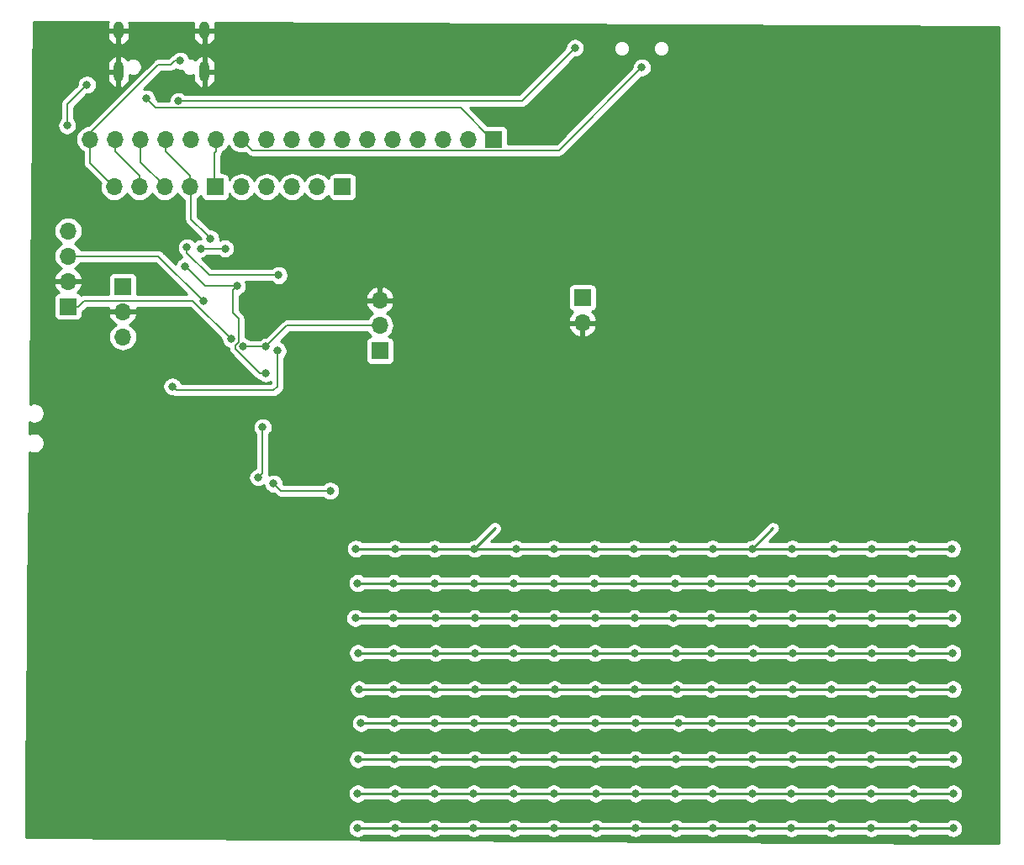
<source format=gbr>
G04 #@! TF.GenerationSoftware,KiCad,Pcbnew,5.1.2*
G04 #@! TF.CreationDate,2019-06-16T23:28:02-05:00*
G04 #@! TF.ProjectId,SM16106,534d3136-3130-4362-9e6b-696361645f70,rev?*
G04 #@! TF.SameCoordinates,Original*
G04 #@! TF.FileFunction,Copper,L2,Bot*
G04 #@! TF.FilePolarity,Positive*
%FSLAX46Y46*%
G04 Gerber Fmt 4.6, Leading zero omitted, Abs format (unit mm)*
G04 Created by KiCad (PCBNEW 5.1.2) date 2019-06-16 23:28:02*
%MOMM*%
%LPD*%
G04 APERTURE LIST*
%ADD10O,1.700000X1.700000*%
%ADD11R,1.700000X1.700000*%
%ADD12O,1.000000X2.100000*%
%ADD13O,1.000000X1.800000*%
%ADD14C,0.800000*%
%ADD15C,0.200000*%
%ADD16C,0.250000*%
%ADD17C,0.254000*%
G04 APERTURE END LIST*
D10*
X187900000Y-60590000D03*
D11*
X187900000Y-58050000D03*
D12*
X149820000Y-35300000D03*
X141180000Y-35300000D03*
D13*
X149820000Y-31150000D03*
X141180000Y-31150000D03*
D11*
X136100000Y-58940000D03*
D10*
X136100000Y-56400000D03*
X136100000Y-53860000D03*
X136100000Y-51320000D03*
D11*
X163740000Y-46900000D03*
D10*
X161200000Y-46900000D03*
X158660000Y-46900000D03*
X156120000Y-46900000D03*
X153580000Y-46900000D03*
D11*
X167500000Y-63400000D03*
D10*
X167500000Y-60860000D03*
X167500000Y-58320000D03*
D11*
X141600000Y-56920000D03*
D10*
X141600000Y-59460000D03*
X141600000Y-62000000D03*
D11*
X178940000Y-42100000D03*
D10*
X176400000Y-42100000D03*
X173860000Y-42100000D03*
X171320000Y-42100000D03*
X168780000Y-42100000D03*
X166240000Y-42100000D03*
X163700000Y-42100000D03*
X161160000Y-42100000D03*
X158620000Y-42100000D03*
X156080000Y-42100000D03*
X153540000Y-42100000D03*
X151000000Y-42100000D03*
X148460000Y-42100000D03*
X145920000Y-42100000D03*
X143380000Y-42100000D03*
X140840000Y-42100000D03*
X138300000Y-42100000D03*
D11*
X150900000Y-46900000D03*
D10*
X148360000Y-46900000D03*
X145820000Y-46900000D03*
X143280000Y-46900000D03*
X140740000Y-46900000D03*
D14*
X151900000Y-53100000D03*
X156800000Y-76800000D03*
X162500000Y-77500000D03*
X149450000Y-53100002D03*
X165063084Y-83336916D03*
X193113084Y-83336916D03*
X189113084Y-83336916D03*
X185013084Y-83336916D03*
X181213084Y-83336916D03*
X177013084Y-83336916D03*
X173013084Y-83336916D03*
X169013084Y-83336916D03*
X197063084Y-83336916D03*
X225113084Y-83336916D03*
X221113084Y-83336916D03*
X217013084Y-83336916D03*
X213213084Y-83336916D03*
X209013084Y-83336916D03*
X205013084Y-83336916D03*
X201013084Y-83336916D03*
X165250000Y-86800000D03*
X168900000Y-86800000D03*
X173050000Y-86800000D03*
X177000000Y-86800000D03*
X181000000Y-86800000D03*
X185050000Y-86800000D03*
X189100000Y-86800000D03*
X193100000Y-86800000D03*
X197250000Y-86800000D03*
X200900000Y-86800000D03*
X205050000Y-86800000D03*
X209000000Y-86800000D03*
X213000000Y-86800000D03*
X217050000Y-86800000D03*
X221100000Y-86800000D03*
X225100000Y-86800000D03*
X165021917Y-90321917D03*
X193150000Y-90350000D03*
X189150000Y-90350000D03*
X185050000Y-90350000D03*
X181050000Y-90350000D03*
X177050000Y-90350000D03*
X173100000Y-90350000D03*
X168850000Y-90350000D03*
X197021917Y-90321917D03*
X225150000Y-90350000D03*
X221150000Y-90350000D03*
X217050000Y-90350000D03*
X213050000Y-90350000D03*
X209050000Y-90350000D03*
X205100000Y-90350000D03*
X200850000Y-90350000D03*
X165300000Y-93850000D03*
X193150000Y-93850000D03*
X189150000Y-93850000D03*
X185050000Y-93850000D03*
X181000000Y-93850000D03*
X177050000Y-93850000D03*
X173100000Y-93850000D03*
X168900000Y-93850000D03*
X225150000Y-93850000D03*
X221150000Y-93850000D03*
X217050000Y-93850000D03*
X213000000Y-93850000D03*
X209050000Y-93850000D03*
X205100000Y-93850000D03*
X200900000Y-93850000D03*
X197300000Y-93850000D03*
X165400000Y-97500000D03*
X193200000Y-97500000D03*
X189150000Y-97500000D03*
X185100000Y-97500000D03*
X180950000Y-97500000D03*
X177050000Y-97500000D03*
X173050000Y-97500000D03*
X168900000Y-97500000D03*
X197400000Y-97500000D03*
X225200000Y-97500000D03*
X221150000Y-97500000D03*
X217100000Y-97500000D03*
X212950000Y-97500000D03*
X209050000Y-97500000D03*
X205050000Y-97500000D03*
X200900000Y-97500000D03*
X165600000Y-100900000D03*
X193250000Y-100900000D03*
X189150000Y-100900000D03*
X185050000Y-100900000D03*
X180950000Y-100900000D03*
X168950000Y-100900000D03*
X173050000Y-100900000D03*
X177000000Y-100900000D03*
X197600000Y-100900000D03*
X212950000Y-100900000D03*
X200950000Y-100900000D03*
X205050000Y-100900000D03*
X209000000Y-100900000D03*
X225250000Y-100900000D03*
X221150000Y-100900000D03*
X217050000Y-100900000D03*
X165300000Y-104550000D03*
X168950000Y-104550000D03*
X173050000Y-104550000D03*
X177050000Y-104550000D03*
X181000000Y-104550000D03*
X185000000Y-104550000D03*
X189200000Y-104550000D03*
X193250000Y-104550000D03*
X197300000Y-104550000D03*
X200950000Y-104550000D03*
X205050000Y-104550000D03*
X209050000Y-104550000D03*
X213000000Y-104550000D03*
X217000000Y-104550000D03*
X221200000Y-104550000D03*
X225250000Y-104550000D03*
X165250000Y-108000000D03*
X169000000Y-108000000D03*
X173000000Y-108000000D03*
X176950000Y-108000000D03*
X181000000Y-108000000D03*
X185000000Y-108000000D03*
X189250000Y-108000000D03*
X193250000Y-108000000D03*
X197250000Y-108000000D03*
X201000000Y-108000000D03*
X205000000Y-108000000D03*
X208950000Y-108000000D03*
X213000000Y-108000000D03*
X217000000Y-108000000D03*
X221250000Y-108000000D03*
X225250000Y-108000000D03*
X157300000Y-55800000D03*
X165250000Y-111500000D03*
X169000000Y-111500000D03*
X173000000Y-111500000D03*
X176950000Y-111500000D03*
X181000000Y-111500000D03*
X185000000Y-111500000D03*
X189250000Y-111500000D03*
X193250000Y-111500000D03*
X217000000Y-111500000D03*
X208950000Y-111500000D03*
X225250000Y-111500000D03*
X205000000Y-111500000D03*
X201000000Y-111500000D03*
X197250000Y-111500000D03*
X221250000Y-111500000D03*
X213000000Y-111500000D03*
X152500000Y-62200000D03*
X149700000Y-58400000D03*
X150441347Y-52115902D03*
X156000000Y-63000000D03*
X153704979Y-62976279D03*
X157200000Y-63400000D03*
X146599996Y-67000000D03*
X156000000Y-65700000D03*
X153100000Y-56900000D03*
X155700000Y-71100000D03*
X155240373Y-76159627D03*
X144000000Y-38000000D03*
X138000000Y-36600000D03*
X136000000Y-40700000D03*
X147400000Y-34200000D03*
X166950000Y-77750000D03*
X173300000Y-81250000D03*
X153500000Y-51100000D03*
X158100000Y-54850000D03*
X149050000Y-69900000D03*
X144550000Y-61300000D03*
X153900000Y-59000000D03*
X188700000Y-34600000D03*
X148076439Y-52997907D03*
X193886082Y-34862179D03*
X187150000Y-32900000D03*
X147200000Y-38250000D03*
X147897141Y-54877888D03*
D15*
X156800000Y-76800000D02*
X157500000Y-77500000D01*
X157500000Y-77500000D02*
X162500000Y-77500000D01*
X151900000Y-53100000D02*
X149450002Y-53100000D01*
X149450002Y-53100000D02*
X149450000Y-53100002D01*
D16*
X165063084Y-83336916D02*
X169013084Y-83336916D01*
X189113084Y-83336916D02*
X193113084Y-83336916D01*
X185013084Y-83336916D02*
X189113084Y-83336916D01*
X181213084Y-83336916D02*
X185013084Y-83336916D01*
X177013084Y-83336916D02*
X181213084Y-83336916D01*
X173013084Y-83336916D02*
X177013084Y-83336916D01*
X169013084Y-83336916D02*
X173013084Y-83336916D01*
X177013084Y-83336916D02*
X179080000Y-81270000D01*
X193063084Y-83336916D02*
X197013084Y-83336916D01*
X217113084Y-83336916D02*
X221113084Y-83336916D01*
X213013084Y-83336916D02*
X217113084Y-83336916D01*
X209213084Y-83336916D02*
X213013084Y-83336916D01*
X205013084Y-83336916D02*
X209213084Y-83336916D01*
X201013084Y-83336916D02*
X205013084Y-83336916D01*
X197013084Y-83336916D02*
X201013084Y-83336916D01*
X205013084Y-83336916D02*
X207080000Y-81270000D01*
X221678769Y-83336916D02*
X225113084Y-83336916D01*
X221113084Y-83336916D02*
X221678769Y-83336916D01*
X165250000Y-86800000D02*
X168900000Y-86800000D01*
X168900000Y-86800000D02*
X173050000Y-86800000D01*
X173050000Y-86800000D02*
X177000000Y-86800000D01*
X177000000Y-86800000D02*
X181000000Y-86800000D01*
X181000000Y-86800000D02*
X185050000Y-86800000D01*
X185050000Y-86800000D02*
X189100000Y-86800000D01*
X189100000Y-86800000D02*
X193100000Y-86800000D01*
X193250000Y-86800000D02*
X196900000Y-86800000D01*
X196900000Y-86800000D02*
X201050000Y-86800000D01*
X201050000Y-86800000D02*
X205000000Y-86800000D01*
X205000000Y-86800000D02*
X209000000Y-86800000D01*
X209000000Y-86800000D02*
X213050000Y-86800000D01*
X213050000Y-86800000D02*
X217100000Y-86800000D01*
X217100000Y-86800000D02*
X221100000Y-86800000D01*
X221100000Y-86800000D02*
X225100000Y-86800000D01*
X165587602Y-90321917D02*
X165615685Y-90350000D01*
X165021917Y-90321917D02*
X165587602Y-90321917D01*
X165615685Y-90350000D02*
X168850000Y-90350000D01*
X189150000Y-90350000D02*
X193150000Y-90350000D01*
X185050000Y-90350000D02*
X189150000Y-90350000D01*
X181050000Y-90350000D02*
X185050000Y-90350000D01*
X177050000Y-90350000D02*
X181050000Y-90350000D01*
X173100000Y-90350000D02*
X177050000Y-90350000D01*
X168850000Y-90350000D02*
X173100000Y-90350000D01*
X193587602Y-90321917D02*
X193615685Y-90350000D01*
X193021917Y-90321917D02*
X193587602Y-90321917D01*
X193615685Y-90350000D02*
X196850000Y-90350000D01*
X217150000Y-90350000D02*
X221150000Y-90350000D01*
X213050000Y-90350000D02*
X217150000Y-90350000D01*
X209050000Y-90350000D02*
X213050000Y-90350000D01*
X205050000Y-90350000D02*
X209050000Y-90350000D01*
X201100000Y-90350000D02*
X205050000Y-90350000D01*
X196850000Y-90350000D02*
X201100000Y-90350000D01*
X221150000Y-90350000D02*
X225150000Y-90350000D01*
X165300000Y-93850000D02*
X165865685Y-93850000D01*
X165865685Y-93850000D02*
X168900000Y-93850000D01*
X189150000Y-93850000D02*
X193150000Y-93850000D01*
X185050000Y-93850000D02*
X189150000Y-93850000D01*
X181000000Y-93850000D02*
X185050000Y-93850000D01*
X177050000Y-93850000D02*
X181000000Y-93850000D01*
X173100000Y-93850000D02*
X177050000Y-93850000D01*
X168900000Y-93850000D02*
X173100000Y-93850000D01*
X193865685Y-93850000D02*
X196900000Y-93850000D01*
X217150000Y-93850000D02*
X221150000Y-93850000D01*
X213050000Y-93850000D02*
X217150000Y-93850000D01*
X209000000Y-93850000D02*
X213050000Y-93850000D01*
X205050000Y-93850000D02*
X209000000Y-93850000D01*
X201100000Y-93850000D02*
X205050000Y-93850000D01*
X196900000Y-93850000D02*
X201100000Y-93850000D01*
X193300000Y-93850000D02*
X193865685Y-93850000D01*
X221150000Y-93850000D02*
X225150000Y-93850000D01*
X165400000Y-97500000D02*
X168900000Y-97500000D01*
X189150000Y-97500000D02*
X193200000Y-97500000D01*
X185100000Y-97500000D02*
X189150000Y-97500000D01*
X180950000Y-97500000D02*
X185100000Y-97500000D01*
X177050000Y-97500000D02*
X180950000Y-97500000D01*
X173050000Y-97500000D02*
X177050000Y-97500000D01*
X168900000Y-97500000D02*
X173050000Y-97500000D01*
X193400000Y-97500000D02*
X196900000Y-97500000D01*
X217150000Y-97500000D02*
X221200000Y-97500000D01*
X213100000Y-97500000D02*
X217150000Y-97500000D01*
X208950000Y-97500000D02*
X213100000Y-97500000D01*
X205050000Y-97500000D02*
X208950000Y-97500000D01*
X201050000Y-97500000D02*
X205050000Y-97500000D01*
X196900000Y-97500000D02*
X201050000Y-97500000D01*
X221150000Y-97500000D02*
X225200000Y-97500000D01*
X165600000Y-100900000D02*
X168950000Y-100900000D01*
X189150000Y-100900000D02*
X193250000Y-100900000D01*
X185050000Y-100900000D02*
X189150000Y-100900000D01*
X180950000Y-100900000D02*
X185050000Y-100900000D01*
X168950000Y-100900000D02*
X173050000Y-100900000D01*
X173050000Y-100900000D02*
X177000000Y-100900000D01*
X177000000Y-100900000D02*
X180950000Y-100900000D01*
X196950000Y-100900000D02*
X201050000Y-100900000D01*
X201050000Y-100900000D02*
X205000000Y-100900000D01*
X205000000Y-100900000D02*
X208950000Y-100900000D01*
X193600000Y-100900000D02*
X196950000Y-100900000D01*
X217150000Y-100900000D02*
X221250000Y-100900000D01*
X213050000Y-100900000D02*
X217150000Y-100900000D01*
X208950000Y-100900000D02*
X213050000Y-100900000D01*
X221150000Y-100900000D02*
X225250000Y-100900000D01*
X165300000Y-104550000D02*
X168950000Y-104550000D01*
X168950000Y-104550000D02*
X173050000Y-104550000D01*
X173050000Y-104550000D02*
X177050000Y-104550000D01*
X177050000Y-104550000D02*
X181000000Y-104550000D01*
X181000000Y-104550000D02*
X185000000Y-104550000D01*
X185000000Y-104550000D02*
X189200000Y-104550000D01*
X189200000Y-104550000D02*
X193250000Y-104550000D01*
X193300000Y-104550000D02*
X196950000Y-104550000D01*
X196950000Y-104550000D02*
X201050000Y-104550000D01*
X201050000Y-104550000D02*
X205050000Y-104550000D01*
X205050000Y-104550000D02*
X209000000Y-104550000D01*
X209000000Y-104550000D02*
X213000000Y-104550000D01*
X213000000Y-104550000D02*
X217200000Y-104550000D01*
X217200000Y-104550000D02*
X221250000Y-104550000D01*
X221200000Y-104550000D02*
X225250000Y-104550000D01*
X165250000Y-108000000D02*
X169000000Y-108000000D01*
X169000000Y-108000000D02*
X173000000Y-108000000D01*
X173000000Y-108000000D02*
X176950000Y-108000000D01*
X176950000Y-108000000D02*
X181000000Y-108000000D01*
X181000000Y-108000000D02*
X185000000Y-108000000D01*
X185000000Y-108000000D02*
X189250000Y-108000000D01*
X189250000Y-108000000D02*
X193250000Y-108000000D01*
X193250000Y-108000000D02*
X197000000Y-108000000D01*
X197000000Y-108000000D02*
X201000000Y-108000000D01*
X201000000Y-108000000D02*
X204950000Y-108000000D01*
X204950000Y-108000000D02*
X209000000Y-108000000D01*
X209000000Y-108000000D02*
X213000000Y-108000000D01*
X213000000Y-108000000D02*
X217250000Y-108000000D01*
X217250000Y-108000000D02*
X221250000Y-108000000D01*
X221250000Y-108000000D02*
X225250000Y-108000000D01*
X193250000Y-111500000D02*
X165250000Y-111500000D01*
X221250000Y-111500000D02*
X193250000Y-111500000D01*
X221250000Y-111500000D02*
X225250000Y-111500000D01*
D15*
X148659999Y-58359999D02*
X152500000Y-62200000D01*
X137150000Y-58940000D02*
X137730001Y-58359999D01*
X137730001Y-58359999D02*
X148659999Y-58359999D01*
X136100000Y-58940000D02*
X137150000Y-58940000D01*
X149700000Y-58400000D02*
X145200000Y-53900000D01*
X145200000Y-53900000D02*
X136300000Y-53900000D01*
X151000000Y-43302081D02*
X150800000Y-43502081D01*
X151000000Y-42100000D02*
X151000000Y-43302081D01*
X150800000Y-43502081D02*
X150800000Y-47100000D01*
X145920000Y-43302081D02*
X148400000Y-45782081D01*
X145920000Y-42100000D02*
X145920000Y-43302081D01*
X148400000Y-45782081D02*
X148400000Y-46800000D01*
X148500000Y-50174555D02*
X150041348Y-51715903D01*
X148500000Y-47100000D02*
X148500000Y-50174555D01*
X150041348Y-51715903D02*
X150441347Y-52115902D01*
X158140000Y-60860000D02*
X156000000Y-63000000D01*
X163300000Y-60860000D02*
X158140000Y-60860000D01*
X163300000Y-60860000D02*
X167440000Y-60860000D01*
X167440000Y-60860000D02*
X167500000Y-60800000D01*
X153728700Y-63000000D02*
X153704979Y-62976279D01*
X156000000Y-63000000D02*
X153728700Y-63000000D01*
X156800001Y-67399999D02*
X146999995Y-67399999D01*
X157200000Y-67000000D02*
X156800001Y-67399999D01*
X157200000Y-63400000D02*
X157200000Y-67000000D01*
X146999995Y-67399999D02*
X146599996Y-67000000D01*
X155700000Y-71100000D02*
X155700000Y-75700000D01*
X155700000Y-75700000D02*
X155640372Y-75759628D01*
X155640372Y-75759628D02*
X155240373Y-76159627D01*
X143380000Y-42100000D02*
X143380000Y-44380000D01*
X143380000Y-44380000D02*
X146000000Y-47000000D01*
X138000000Y-36600000D02*
X136000000Y-38600000D01*
X136000000Y-38600000D02*
X136000000Y-40700000D01*
X140840000Y-43302081D02*
X143300000Y-45762081D01*
X140840000Y-42100000D02*
X140840000Y-43302081D01*
X143300000Y-45762081D02*
X143300000Y-46800000D01*
X146834315Y-34200000D02*
X146434315Y-34600000D01*
X147400000Y-34200000D02*
X146834315Y-34200000D01*
X146434315Y-34600000D02*
X145200000Y-34600000D01*
X145200000Y-34600000D02*
X137800000Y-42000000D01*
X138300000Y-42100000D02*
X138300000Y-44500000D01*
X138300000Y-44500000D02*
X140800000Y-47000000D01*
X153900000Y-59000000D02*
X154350000Y-59000000D01*
X148076439Y-53563592D02*
X148076439Y-52997907D01*
X150312847Y-55800000D02*
X148076439Y-53563592D01*
X157300000Y-55800000D02*
X150312847Y-55800000D01*
X153540000Y-42100000D02*
X154640001Y-43200001D01*
X185548260Y-43200001D02*
X193886082Y-34862179D01*
X154640001Y-43200001D02*
X185548260Y-43200001D01*
X187150000Y-32900000D02*
X181800000Y-38250000D01*
X181800000Y-38250000D02*
X147200000Y-38250000D01*
X152700001Y-59611999D02*
X152700001Y-57299999D01*
X152912002Y-62850002D02*
X153250002Y-62512002D01*
X155434315Y-65700000D02*
X152912002Y-63177687D01*
X152912002Y-63177687D02*
X152912002Y-62850002D01*
X153250002Y-62512002D02*
X153250002Y-60162000D01*
X153250002Y-60162000D02*
X152700001Y-59611999D01*
X152700001Y-57299999D02*
X153100000Y-56900000D01*
X156000000Y-65700000D02*
X155434315Y-65700000D01*
X149919253Y-56900000D02*
X148297140Y-55277887D01*
X153100000Y-56900000D02*
X149919253Y-56900000D01*
X148297140Y-55277887D02*
X147897141Y-54877888D01*
X175600002Y-38900002D02*
X178900000Y-42200000D01*
X178900000Y-42200000D02*
X178900000Y-42300000D01*
X144000000Y-38000000D02*
X144900002Y-38900002D01*
X144900002Y-38900002D02*
X175600002Y-38900002D01*
D17*
G36*
X140129396Y-30316046D02*
G01*
X140091585Y-30404013D01*
X140045000Y-30623000D01*
X140045000Y-31023000D01*
X141053000Y-31023000D01*
X141053000Y-31003000D01*
X141307000Y-31003000D01*
X141307000Y-31023000D01*
X142315000Y-31023000D01*
X142315000Y-30623000D01*
X142268415Y-30404013D01*
X142235237Y-30326823D01*
X148750432Y-30360166D01*
X148731585Y-30404013D01*
X148685000Y-30623000D01*
X148685000Y-31023000D01*
X149693000Y-31023000D01*
X149693000Y-31003000D01*
X149947000Y-31003000D01*
X149947000Y-31023000D01*
X150955000Y-31023000D01*
X150955000Y-30623000D01*
X150908415Y-30404013D01*
X150894284Y-30371138D01*
X229798000Y-30774944D01*
X229798001Y-112998000D01*
X226048323Y-112998000D01*
X131828231Y-112423779D01*
X131838133Y-111403774D01*
X164273000Y-111403774D01*
X164273000Y-111596226D01*
X164310546Y-111784980D01*
X164384194Y-111962783D01*
X164491115Y-112122801D01*
X164627199Y-112258885D01*
X164787217Y-112365806D01*
X164965020Y-112439454D01*
X165153774Y-112477000D01*
X165346226Y-112477000D01*
X165534980Y-112439454D01*
X165712783Y-112365806D01*
X165872801Y-112258885D01*
X165929686Y-112202000D01*
X168320314Y-112202000D01*
X168377199Y-112258885D01*
X168537217Y-112365806D01*
X168715020Y-112439454D01*
X168903774Y-112477000D01*
X169096226Y-112477000D01*
X169284980Y-112439454D01*
X169462783Y-112365806D01*
X169622801Y-112258885D01*
X169679686Y-112202000D01*
X172320314Y-112202000D01*
X172377199Y-112258885D01*
X172537217Y-112365806D01*
X172715020Y-112439454D01*
X172903774Y-112477000D01*
X173096226Y-112477000D01*
X173284980Y-112439454D01*
X173462783Y-112365806D01*
X173622801Y-112258885D01*
X173679686Y-112202000D01*
X176270314Y-112202000D01*
X176327199Y-112258885D01*
X176487217Y-112365806D01*
X176665020Y-112439454D01*
X176853774Y-112477000D01*
X177046226Y-112477000D01*
X177234980Y-112439454D01*
X177412783Y-112365806D01*
X177572801Y-112258885D01*
X177629686Y-112202000D01*
X180320314Y-112202000D01*
X180377199Y-112258885D01*
X180537217Y-112365806D01*
X180715020Y-112439454D01*
X180903774Y-112477000D01*
X181096226Y-112477000D01*
X181284980Y-112439454D01*
X181462783Y-112365806D01*
X181622801Y-112258885D01*
X181679686Y-112202000D01*
X184320314Y-112202000D01*
X184377199Y-112258885D01*
X184537217Y-112365806D01*
X184715020Y-112439454D01*
X184903774Y-112477000D01*
X185096226Y-112477000D01*
X185284980Y-112439454D01*
X185462783Y-112365806D01*
X185622801Y-112258885D01*
X185679686Y-112202000D01*
X188570314Y-112202000D01*
X188627199Y-112258885D01*
X188787217Y-112365806D01*
X188965020Y-112439454D01*
X189153774Y-112477000D01*
X189346226Y-112477000D01*
X189534980Y-112439454D01*
X189712783Y-112365806D01*
X189872801Y-112258885D01*
X189929686Y-112202000D01*
X192570314Y-112202000D01*
X192627199Y-112258885D01*
X192787217Y-112365806D01*
X192965020Y-112439454D01*
X193153774Y-112477000D01*
X193346226Y-112477000D01*
X193534980Y-112439454D01*
X193712783Y-112365806D01*
X193872801Y-112258885D01*
X193929686Y-112202000D01*
X196570314Y-112202000D01*
X196627199Y-112258885D01*
X196787217Y-112365806D01*
X196965020Y-112439454D01*
X197153774Y-112477000D01*
X197346226Y-112477000D01*
X197534980Y-112439454D01*
X197712783Y-112365806D01*
X197872801Y-112258885D01*
X197929686Y-112202000D01*
X200320314Y-112202000D01*
X200377199Y-112258885D01*
X200537217Y-112365806D01*
X200715020Y-112439454D01*
X200903774Y-112477000D01*
X201096226Y-112477000D01*
X201284980Y-112439454D01*
X201462783Y-112365806D01*
X201622801Y-112258885D01*
X201679686Y-112202000D01*
X204320314Y-112202000D01*
X204377199Y-112258885D01*
X204537217Y-112365806D01*
X204715020Y-112439454D01*
X204903774Y-112477000D01*
X205096226Y-112477000D01*
X205284980Y-112439454D01*
X205462783Y-112365806D01*
X205622801Y-112258885D01*
X205679686Y-112202000D01*
X208270314Y-112202000D01*
X208327199Y-112258885D01*
X208487217Y-112365806D01*
X208665020Y-112439454D01*
X208853774Y-112477000D01*
X209046226Y-112477000D01*
X209234980Y-112439454D01*
X209412783Y-112365806D01*
X209572801Y-112258885D01*
X209629686Y-112202000D01*
X212320314Y-112202000D01*
X212377199Y-112258885D01*
X212537217Y-112365806D01*
X212715020Y-112439454D01*
X212903774Y-112477000D01*
X213096226Y-112477000D01*
X213284980Y-112439454D01*
X213462783Y-112365806D01*
X213622801Y-112258885D01*
X213679686Y-112202000D01*
X216320314Y-112202000D01*
X216377199Y-112258885D01*
X216537217Y-112365806D01*
X216715020Y-112439454D01*
X216903774Y-112477000D01*
X217096226Y-112477000D01*
X217284980Y-112439454D01*
X217462783Y-112365806D01*
X217622801Y-112258885D01*
X217679686Y-112202000D01*
X220570314Y-112202000D01*
X220627199Y-112258885D01*
X220787217Y-112365806D01*
X220965020Y-112439454D01*
X221153774Y-112477000D01*
X221346226Y-112477000D01*
X221534980Y-112439454D01*
X221712783Y-112365806D01*
X221872801Y-112258885D01*
X221929686Y-112202000D01*
X224570314Y-112202000D01*
X224627199Y-112258885D01*
X224787217Y-112365806D01*
X224965020Y-112439454D01*
X225153774Y-112477000D01*
X225346226Y-112477000D01*
X225534980Y-112439454D01*
X225712783Y-112365806D01*
X225872801Y-112258885D01*
X226008885Y-112122801D01*
X226115806Y-111962783D01*
X226189454Y-111784980D01*
X226227000Y-111596226D01*
X226227000Y-111403774D01*
X226189454Y-111215020D01*
X226115806Y-111037217D01*
X226008885Y-110877199D01*
X225872801Y-110741115D01*
X225712783Y-110634194D01*
X225534980Y-110560546D01*
X225346226Y-110523000D01*
X225153774Y-110523000D01*
X224965020Y-110560546D01*
X224787217Y-110634194D01*
X224627199Y-110741115D01*
X224570314Y-110798000D01*
X221929686Y-110798000D01*
X221872801Y-110741115D01*
X221712783Y-110634194D01*
X221534980Y-110560546D01*
X221346226Y-110523000D01*
X221153774Y-110523000D01*
X220965020Y-110560546D01*
X220787217Y-110634194D01*
X220627199Y-110741115D01*
X220570314Y-110798000D01*
X217679686Y-110798000D01*
X217622801Y-110741115D01*
X217462783Y-110634194D01*
X217284980Y-110560546D01*
X217096226Y-110523000D01*
X216903774Y-110523000D01*
X216715020Y-110560546D01*
X216537217Y-110634194D01*
X216377199Y-110741115D01*
X216320314Y-110798000D01*
X213679686Y-110798000D01*
X213622801Y-110741115D01*
X213462783Y-110634194D01*
X213284980Y-110560546D01*
X213096226Y-110523000D01*
X212903774Y-110523000D01*
X212715020Y-110560546D01*
X212537217Y-110634194D01*
X212377199Y-110741115D01*
X212320314Y-110798000D01*
X209629686Y-110798000D01*
X209572801Y-110741115D01*
X209412783Y-110634194D01*
X209234980Y-110560546D01*
X209046226Y-110523000D01*
X208853774Y-110523000D01*
X208665020Y-110560546D01*
X208487217Y-110634194D01*
X208327199Y-110741115D01*
X208270314Y-110798000D01*
X205679686Y-110798000D01*
X205622801Y-110741115D01*
X205462783Y-110634194D01*
X205284980Y-110560546D01*
X205096226Y-110523000D01*
X204903774Y-110523000D01*
X204715020Y-110560546D01*
X204537217Y-110634194D01*
X204377199Y-110741115D01*
X204320314Y-110798000D01*
X201679686Y-110798000D01*
X201622801Y-110741115D01*
X201462783Y-110634194D01*
X201284980Y-110560546D01*
X201096226Y-110523000D01*
X200903774Y-110523000D01*
X200715020Y-110560546D01*
X200537217Y-110634194D01*
X200377199Y-110741115D01*
X200320314Y-110798000D01*
X197929686Y-110798000D01*
X197872801Y-110741115D01*
X197712783Y-110634194D01*
X197534980Y-110560546D01*
X197346226Y-110523000D01*
X197153774Y-110523000D01*
X196965020Y-110560546D01*
X196787217Y-110634194D01*
X196627199Y-110741115D01*
X196570314Y-110798000D01*
X193929686Y-110798000D01*
X193872801Y-110741115D01*
X193712783Y-110634194D01*
X193534980Y-110560546D01*
X193346226Y-110523000D01*
X193153774Y-110523000D01*
X192965020Y-110560546D01*
X192787217Y-110634194D01*
X192627199Y-110741115D01*
X192570314Y-110798000D01*
X189929686Y-110798000D01*
X189872801Y-110741115D01*
X189712783Y-110634194D01*
X189534980Y-110560546D01*
X189346226Y-110523000D01*
X189153774Y-110523000D01*
X188965020Y-110560546D01*
X188787217Y-110634194D01*
X188627199Y-110741115D01*
X188570314Y-110798000D01*
X185679686Y-110798000D01*
X185622801Y-110741115D01*
X185462783Y-110634194D01*
X185284980Y-110560546D01*
X185096226Y-110523000D01*
X184903774Y-110523000D01*
X184715020Y-110560546D01*
X184537217Y-110634194D01*
X184377199Y-110741115D01*
X184320314Y-110798000D01*
X181679686Y-110798000D01*
X181622801Y-110741115D01*
X181462783Y-110634194D01*
X181284980Y-110560546D01*
X181096226Y-110523000D01*
X180903774Y-110523000D01*
X180715020Y-110560546D01*
X180537217Y-110634194D01*
X180377199Y-110741115D01*
X180320314Y-110798000D01*
X177629686Y-110798000D01*
X177572801Y-110741115D01*
X177412783Y-110634194D01*
X177234980Y-110560546D01*
X177046226Y-110523000D01*
X176853774Y-110523000D01*
X176665020Y-110560546D01*
X176487217Y-110634194D01*
X176327199Y-110741115D01*
X176270314Y-110798000D01*
X173679686Y-110798000D01*
X173622801Y-110741115D01*
X173462783Y-110634194D01*
X173284980Y-110560546D01*
X173096226Y-110523000D01*
X172903774Y-110523000D01*
X172715020Y-110560546D01*
X172537217Y-110634194D01*
X172377199Y-110741115D01*
X172320314Y-110798000D01*
X169679686Y-110798000D01*
X169622801Y-110741115D01*
X169462783Y-110634194D01*
X169284980Y-110560546D01*
X169096226Y-110523000D01*
X168903774Y-110523000D01*
X168715020Y-110560546D01*
X168537217Y-110634194D01*
X168377199Y-110741115D01*
X168320314Y-110798000D01*
X165929686Y-110798000D01*
X165872801Y-110741115D01*
X165712783Y-110634194D01*
X165534980Y-110560546D01*
X165346226Y-110523000D01*
X165153774Y-110523000D01*
X164965020Y-110560546D01*
X164787217Y-110634194D01*
X164627199Y-110741115D01*
X164491115Y-110877199D01*
X164384194Y-111037217D01*
X164310546Y-111215020D01*
X164273000Y-111403774D01*
X131838133Y-111403774D01*
X131872113Y-107903774D01*
X164273000Y-107903774D01*
X164273000Y-108096226D01*
X164310546Y-108284980D01*
X164384194Y-108462783D01*
X164491115Y-108622801D01*
X164627199Y-108758885D01*
X164787217Y-108865806D01*
X164965020Y-108939454D01*
X165153774Y-108977000D01*
X165346226Y-108977000D01*
X165534980Y-108939454D01*
X165712783Y-108865806D01*
X165872801Y-108758885D01*
X165929686Y-108702000D01*
X168320314Y-108702000D01*
X168377199Y-108758885D01*
X168537217Y-108865806D01*
X168715020Y-108939454D01*
X168903774Y-108977000D01*
X169096226Y-108977000D01*
X169284980Y-108939454D01*
X169462783Y-108865806D01*
X169622801Y-108758885D01*
X169679686Y-108702000D01*
X172320314Y-108702000D01*
X172377199Y-108758885D01*
X172537217Y-108865806D01*
X172715020Y-108939454D01*
X172903774Y-108977000D01*
X173096226Y-108977000D01*
X173284980Y-108939454D01*
X173462783Y-108865806D01*
X173622801Y-108758885D01*
X173679686Y-108702000D01*
X176270314Y-108702000D01*
X176327199Y-108758885D01*
X176487217Y-108865806D01*
X176665020Y-108939454D01*
X176853774Y-108977000D01*
X177046226Y-108977000D01*
X177234980Y-108939454D01*
X177412783Y-108865806D01*
X177572801Y-108758885D01*
X177629686Y-108702000D01*
X180320314Y-108702000D01*
X180377199Y-108758885D01*
X180537217Y-108865806D01*
X180715020Y-108939454D01*
X180903774Y-108977000D01*
X181096226Y-108977000D01*
X181284980Y-108939454D01*
X181462783Y-108865806D01*
X181622801Y-108758885D01*
X181679686Y-108702000D01*
X184320314Y-108702000D01*
X184377199Y-108758885D01*
X184537217Y-108865806D01*
X184715020Y-108939454D01*
X184903774Y-108977000D01*
X185096226Y-108977000D01*
X185284980Y-108939454D01*
X185462783Y-108865806D01*
X185622801Y-108758885D01*
X185679686Y-108702000D01*
X188570314Y-108702000D01*
X188627199Y-108758885D01*
X188787217Y-108865806D01*
X188965020Y-108939454D01*
X189153774Y-108977000D01*
X189346226Y-108977000D01*
X189534980Y-108939454D01*
X189712783Y-108865806D01*
X189872801Y-108758885D01*
X189929686Y-108702000D01*
X192570314Y-108702000D01*
X192627199Y-108758885D01*
X192787217Y-108865806D01*
X192965020Y-108939454D01*
X193153774Y-108977000D01*
X193346226Y-108977000D01*
X193534980Y-108939454D01*
X193712783Y-108865806D01*
X193872801Y-108758885D01*
X193929686Y-108702000D01*
X196570314Y-108702000D01*
X196627199Y-108758885D01*
X196787217Y-108865806D01*
X196965020Y-108939454D01*
X197153774Y-108977000D01*
X197346226Y-108977000D01*
X197534980Y-108939454D01*
X197712783Y-108865806D01*
X197872801Y-108758885D01*
X197929686Y-108702000D01*
X200320314Y-108702000D01*
X200377199Y-108758885D01*
X200537217Y-108865806D01*
X200715020Y-108939454D01*
X200903774Y-108977000D01*
X201096226Y-108977000D01*
X201284980Y-108939454D01*
X201462783Y-108865806D01*
X201622801Y-108758885D01*
X201679686Y-108702000D01*
X204320314Y-108702000D01*
X204377199Y-108758885D01*
X204537217Y-108865806D01*
X204715020Y-108939454D01*
X204903774Y-108977000D01*
X205096226Y-108977000D01*
X205284980Y-108939454D01*
X205462783Y-108865806D01*
X205622801Y-108758885D01*
X205679686Y-108702000D01*
X208270314Y-108702000D01*
X208327199Y-108758885D01*
X208487217Y-108865806D01*
X208665020Y-108939454D01*
X208853774Y-108977000D01*
X209046226Y-108977000D01*
X209234980Y-108939454D01*
X209412783Y-108865806D01*
X209572801Y-108758885D01*
X209629686Y-108702000D01*
X212320314Y-108702000D01*
X212377199Y-108758885D01*
X212537217Y-108865806D01*
X212715020Y-108939454D01*
X212903774Y-108977000D01*
X213096226Y-108977000D01*
X213284980Y-108939454D01*
X213462783Y-108865806D01*
X213622801Y-108758885D01*
X213679686Y-108702000D01*
X216320314Y-108702000D01*
X216377199Y-108758885D01*
X216537217Y-108865806D01*
X216715020Y-108939454D01*
X216903774Y-108977000D01*
X217096226Y-108977000D01*
X217284980Y-108939454D01*
X217462783Y-108865806D01*
X217622801Y-108758885D01*
X217679686Y-108702000D01*
X220570314Y-108702000D01*
X220627199Y-108758885D01*
X220787217Y-108865806D01*
X220965020Y-108939454D01*
X221153774Y-108977000D01*
X221346226Y-108977000D01*
X221534980Y-108939454D01*
X221712783Y-108865806D01*
X221872801Y-108758885D01*
X221929686Y-108702000D01*
X224570314Y-108702000D01*
X224627199Y-108758885D01*
X224787217Y-108865806D01*
X224965020Y-108939454D01*
X225153774Y-108977000D01*
X225346226Y-108977000D01*
X225534980Y-108939454D01*
X225712783Y-108865806D01*
X225872801Y-108758885D01*
X226008885Y-108622801D01*
X226115806Y-108462783D01*
X226189454Y-108284980D01*
X226227000Y-108096226D01*
X226227000Y-107903774D01*
X226189454Y-107715020D01*
X226115806Y-107537217D01*
X226008885Y-107377199D01*
X225872801Y-107241115D01*
X225712783Y-107134194D01*
X225534980Y-107060546D01*
X225346226Y-107023000D01*
X225153774Y-107023000D01*
X224965020Y-107060546D01*
X224787217Y-107134194D01*
X224627199Y-107241115D01*
X224570314Y-107298000D01*
X221929686Y-107298000D01*
X221872801Y-107241115D01*
X221712783Y-107134194D01*
X221534980Y-107060546D01*
X221346226Y-107023000D01*
X221153774Y-107023000D01*
X220965020Y-107060546D01*
X220787217Y-107134194D01*
X220627199Y-107241115D01*
X220570314Y-107298000D01*
X217679686Y-107298000D01*
X217622801Y-107241115D01*
X217462783Y-107134194D01*
X217284980Y-107060546D01*
X217096226Y-107023000D01*
X216903774Y-107023000D01*
X216715020Y-107060546D01*
X216537217Y-107134194D01*
X216377199Y-107241115D01*
X216320314Y-107298000D01*
X213679686Y-107298000D01*
X213622801Y-107241115D01*
X213462783Y-107134194D01*
X213284980Y-107060546D01*
X213096226Y-107023000D01*
X212903774Y-107023000D01*
X212715020Y-107060546D01*
X212537217Y-107134194D01*
X212377199Y-107241115D01*
X212320314Y-107298000D01*
X209629686Y-107298000D01*
X209572801Y-107241115D01*
X209412783Y-107134194D01*
X209234980Y-107060546D01*
X209046226Y-107023000D01*
X208853774Y-107023000D01*
X208665020Y-107060546D01*
X208487217Y-107134194D01*
X208327199Y-107241115D01*
X208270314Y-107298000D01*
X205679686Y-107298000D01*
X205622801Y-107241115D01*
X205462783Y-107134194D01*
X205284980Y-107060546D01*
X205096226Y-107023000D01*
X204903774Y-107023000D01*
X204715020Y-107060546D01*
X204537217Y-107134194D01*
X204377199Y-107241115D01*
X204320314Y-107298000D01*
X201679686Y-107298000D01*
X201622801Y-107241115D01*
X201462783Y-107134194D01*
X201284980Y-107060546D01*
X201096226Y-107023000D01*
X200903774Y-107023000D01*
X200715020Y-107060546D01*
X200537217Y-107134194D01*
X200377199Y-107241115D01*
X200320314Y-107298000D01*
X197929686Y-107298000D01*
X197872801Y-107241115D01*
X197712783Y-107134194D01*
X197534980Y-107060546D01*
X197346226Y-107023000D01*
X197153774Y-107023000D01*
X196965020Y-107060546D01*
X196787217Y-107134194D01*
X196627199Y-107241115D01*
X196570314Y-107298000D01*
X193929686Y-107298000D01*
X193872801Y-107241115D01*
X193712783Y-107134194D01*
X193534980Y-107060546D01*
X193346226Y-107023000D01*
X193153774Y-107023000D01*
X192965020Y-107060546D01*
X192787217Y-107134194D01*
X192627199Y-107241115D01*
X192570314Y-107298000D01*
X189929686Y-107298000D01*
X189872801Y-107241115D01*
X189712783Y-107134194D01*
X189534980Y-107060546D01*
X189346226Y-107023000D01*
X189153774Y-107023000D01*
X188965020Y-107060546D01*
X188787217Y-107134194D01*
X188627199Y-107241115D01*
X188570314Y-107298000D01*
X185679686Y-107298000D01*
X185622801Y-107241115D01*
X185462783Y-107134194D01*
X185284980Y-107060546D01*
X185096226Y-107023000D01*
X184903774Y-107023000D01*
X184715020Y-107060546D01*
X184537217Y-107134194D01*
X184377199Y-107241115D01*
X184320314Y-107298000D01*
X181679686Y-107298000D01*
X181622801Y-107241115D01*
X181462783Y-107134194D01*
X181284980Y-107060546D01*
X181096226Y-107023000D01*
X180903774Y-107023000D01*
X180715020Y-107060546D01*
X180537217Y-107134194D01*
X180377199Y-107241115D01*
X180320314Y-107298000D01*
X177629686Y-107298000D01*
X177572801Y-107241115D01*
X177412783Y-107134194D01*
X177234980Y-107060546D01*
X177046226Y-107023000D01*
X176853774Y-107023000D01*
X176665020Y-107060546D01*
X176487217Y-107134194D01*
X176327199Y-107241115D01*
X176270314Y-107298000D01*
X173679686Y-107298000D01*
X173622801Y-107241115D01*
X173462783Y-107134194D01*
X173284980Y-107060546D01*
X173096226Y-107023000D01*
X172903774Y-107023000D01*
X172715020Y-107060546D01*
X172537217Y-107134194D01*
X172377199Y-107241115D01*
X172320314Y-107298000D01*
X169679686Y-107298000D01*
X169622801Y-107241115D01*
X169462783Y-107134194D01*
X169284980Y-107060546D01*
X169096226Y-107023000D01*
X168903774Y-107023000D01*
X168715020Y-107060546D01*
X168537217Y-107134194D01*
X168377199Y-107241115D01*
X168320314Y-107298000D01*
X165929686Y-107298000D01*
X165872801Y-107241115D01*
X165712783Y-107134194D01*
X165534980Y-107060546D01*
X165346226Y-107023000D01*
X165153774Y-107023000D01*
X164965020Y-107060546D01*
X164787217Y-107134194D01*
X164627199Y-107241115D01*
X164491115Y-107377199D01*
X164384194Y-107537217D01*
X164310546Y-107715020D01*
X164273000Y-107903774D01*
X131872113Y-107903774D01*
X131905608Y-104453774D01*
X164323000Y-104453774D01*
X164323000Y-104646226D01*
X164360546Y-104834980D01*
X164434194Y-105012783D01*
X164541115Y-105172801D01*
X164677199Y-105308885D01*
X164837217Y-105415806D01*
X165015020Y-105489454D01*
X165203774Y-105527000D01*
X165396226Y-105527000D01*
X165584980Y-105489454D01*
X165762783Y-105415806D01*
X165922801Y-105308885D01*
X165979686Y-105252000D01*
X168270314Y-105252000D01*
X168327199Y-105308885D01*
X168487217Y-105415806D01*
X168665020Y-105489454D01*
X168853774Y-105527000D01*
X169046226Y-105527000D01*
X169234980Y-105489454D01*
X169412783Y-105415806D01*
X169572801Y-105308885D01*
X169629686Y-105252000D01*
X172370314Y-105252000D01*
X172427199Y-105308885D01*
X172587217Y-105415806D01*
X172765020Y-105489454D01*
X172953774Y-105527000D01*
X173146226Y-105527000D01*
X173334980Y-105489454D01*
X173512783Y-105415806D01*
X173672801Y-105308885D01*
X173729686Y-105252000D01*
X176370314Y-105252000D01*
X176427199Y-105308885D01*
X176587217Y-105415806D01*
X176765020Y-105489454D01*
X176953774Y-105527000D01*
X177146226Y-105527000D01*
X177334980Y-105489454D01*
X177512783Y-105415806D01*
X177672801Y-105308885D01*
X177729686Y-105252000D01*
X180320314Y-105252000D01*
X180377199Y-105308885D01*
X180537217Y-105415806D01*
X180715020Y-105489454D01*
X180903774Y-105527000D01*
X181096226Y-105527000D01*
X181284980Y-105489454D01*
X181462783Y-105415806D01*
X181622801Y-105308885D01*
X181679686Y-105252000D01*
X184320314Y-105252000D01*
X184377199Y-105308885D01*
X184537217Y-105415806D01*
X184715020Y-105489454D01*
X184903774Y-105527000D01*
X185096226Y-105527000D01*
X185284980Y-105489454D01*
X185462783Y-105415806D01*
X185622801Y-105308885D01*
X185679686Y-105252000D01*
X188520314Y-105252000D01*
X188577199Y-105308885D01*
X188737217Y-105415806D01*
X188915020Y-105489454D01*
X189103774Y-105527000D01*
X189296226Y-105527000D01*
X189484980Y-105489454D01*
X189662783Y-105415806D01*
X189822801Y-105308885D01*
X189879686Y-105252000D01*
X192570314Y-105252000D01*
X192627199Y-105308885D01*
X192787217Y-105415806D01*
X192965020Y-105489454D01*
X193153774Y-105527000D01*
X193346226Y-105527000D01*
X193534980Y-105489454D01*
X193712783Y-105415806D01*
X193872801Y-105308885D01*
X193929686Y-105252000D01*
X196620314Y-105252000D01*
X196677199Y-105308885D01*
X196837217Y-105415806D01*
X197015020Y-105489454D01*
X197203774Y-105527000D01*
X197396226Y-105527000D01*
X197584980Y-105489454D01*
X197762783Y-105415806D01*
X197922801Y-105308885D01*
X197979686Y-105252000D01*
X200270314Y-105252000D01*
X200327199Y-105308885D01*
X200487217Y-105415806D01*
X200665020Y-105489454D01*
X200853774Y-105527000D01*
X201046226Y-105527000D01*
X201234980Y-105489454D01*
X201412783Y-105415806D01*
X201572801Y-105308885D01*
X201629686Y-105252000D01*
X204370314Y-105252000D01*
X204427199Y-105308885D01*
X204587217Y-105415806D01*
X204765020Y-105489454D01*
X204953774Y-105527000D01*
X205146226Y-105527000D01*
X205334980Y-105489454D01*
X205512783Y-105415806D01*
X205672801Y-105308885D01*
X205729686Y-105252000D01*
X208370314Y-105252000D01*
X208427199Y-105308885D01*
X208587217Y-105415806D01*
X208765020Y-105489454D01*
X208953774Y-105527000D01*
X209146226Y-105527000D01*
X209334980Y-105489454D01*
X209512783Y-105415806D01*
X209672801Y-105308885D01*
X209729686Y-105252000D01*
X212320314Y-105252000D01*
X212377199Y-105308885D01*
X212537217Y-105415806D01*
X212715020Y-105489454D01*
X212903774Y-105527000D01*
X213096226Y-105527000D01*
X213284980Y-105489454D01*
X213462783Y-105415806D01*
X213622801Y-105308885D01*
X213679686Y-105252000D01*
X216320314Y-105252000D01*
X216377199Y-105308885D01*
X216537217Y-105415806D01*
X216715020Y-105489454D01*
X216903774Y-105527000D01*
X217096226Y-105527000D01*
X217284980Y-105489454D01*
X217462783Y-105415806D01*
X217622801Y-105308885D01*
X217679686Y-105252000D01*
X220520314Y-105252000D01*
X220577199Y-105308885D01*
X220737217Y-105415806D01*
X220915020Y-105489454D01*
X221103774Y-105527000D01*
X221296226Y-105527000D01*
X221484980Y-105489454D01*
X221662783Y-105415806D01*
X221822801Y-105308885D01*
X221879686Y-105252000D01*
X224570314Y-105252000D01*
X224627199Y-105308885D01*
X224787217Y-105415806D01*
X224965020Y-105489454D01*
X225153774Y-105527000D01*
X225346226Y-105527000D01*
X225534980Y-105489454D01*
X225712783Y-105415806D01*
X225872801Y-105308885D01*
X226008885Y-105172801D01*
X226115806Y-105012783D01*
X226189454Y-104834980D01*
X226227000Y-104646226D01*
X226227000Y-104453774D01*
X226189454Y-104265020D01*
X226115806Y-104087217D01*
X226008885Y-103927199D01*
X225872801Y-103791115D01*
X225712783Y-103684194D01*
X225534980Y-103610546D01*
X225346226Y-103573000D01*
X225153774Y-103573000D01*
X224965020Y-103610546D01*
X224787217Y-103684194D01*
X224627199Y-103791115D01*
X224570314Y-103848000D01*
X221879686Y-103848000D01*
X221822801Y-103791115D01*
X221662783Y-103684194D01*
X221484980Y-103610546D01*
X221296226Y-103573000D01*
X221103774Y-103573000D01*
X220915020Y-103610546D01*
X220737217Y-103684194D01*
X220577199Y-103791115D01*
X220520314Y-103848000D01*
X217679686Y-103848000D01*
X217622801Y-103791115D01*
X217462783Y-103684194D01*
X217284980Y-103610546D01*
X217096226Y-103573000D01*
X216903774Y-103573000D01*
X216715020Y-103610546D01*
X216537217Y-103684194D01*
X216377199Y-103791115D01*
X216320314Y-103848000D01*
X213679686Y-103848000D01*
X213622801Y-103791115D01*
X213462783Y-103684194D01*
X213284980Y-103610546D01*
X213096226Y-103573000D01*
X212903774Y-103573000D01*
X212715020Y-103610546D01*
X212537217Y-103684194D01*
X212377199Y-103791115D01*
X212320314Y-103848000D01*
X209729686Y-103848000D01*
X209672801Y-103791115D01*
X209512783Y-103684194D01*
X209334980Y-103610546D01*
X209146226Y-103573000D01*
X208953774Y-103573000D01*
X208765020Y-103610546D01*
X208587217Y-103684194D01*
X208427199Y-103791115D01*
X208370314Y-103848000D01*
X205729686Y-103848000D01*
X205672801Y-103791115D01*
X205512783Y-103684194D01*
X205334980Y-103610546D01*
X205146226Y-103573000D01*
X204953774Y-103573000D01*
X204765020Y-103610546D01*
X204587217Y-103684194D01*
X204427199Y-103791115D01*
X204370314Y-103848000D01*
X201629686Y-103848000D01*
X201572801Y-103791115D01*
X201412783Y-103684194D01*
X201234980Y-103610546D01*
X201046226Y-103573000D01*
X200853774Y-103573000D01*
X200665020Y-103610546D01*
X200487217Y-103684194D01*
X200327199Y-103791115D01*
X200270314Y-103848000D01*
X197979686Y-103848000D01*
X197922801Y-103791115D01*
X197762783Y-103684194D01*
X197584980Y-103610546D01*
X197396226Y-103573000D01*
X197203774Y-103573000D01*
X197015020Y-103610546D01*
X196837217Y-103684194D01*
X196677199Y-103791115D01*
X196620314Y-103848000D01*
X193929686Y-103848000D01*
X193872801Y-103791115D01*
X193712783Y-103684194D01*
X193534980Y-103610546D01*
X193346226Y-103573000D01*
X193153774Y-103573000D01*
X192965020Y-103610546D01*
X192787217Y-103684194D01*
X192627199Y-103791115D01*
X192570314Y-103848000D01*
X189879686Y-103848000D01*
X189822801Y-103791115D01*
X189662783Y-103684194D01*
X189484980Y-103610546D01*
X189296226Y-103573000D01*
X189103774Y-103573000D01*
X188915020Y-103610546D01*
X188737217Y-103684194D01*
X188577199Y-103791115D01*
X188520314Y-103848000D01*
X185679686Y-103848000D01*
X185622801Y-103791115D01*
X185462783Y-103684194D01*
X185284980Y-103610546D01*
X185096226Y-103573000D01*
X184903774Y-103573000D01*
X184715020Y-103610546D01*
X184537217Y-103684194D01*
X184377199Y-103791115D01*
X184320314Y-103848000D01*
X181679686Y-103848000D01*
X181622801Y-103791115D01*
X181462783Y-103684194D01*
X181284980Y-103610546D01*
X181096226Y-103573000D01*
X180903774Y-103573000D01*
X180715020Y-103610546D01*
X180537217Y-103684194D01*
X180377199Y-103791115D01*
X180320314Y-103848000D01*
X177729686Y-103848000D01*
X177672801Y-103791115D01*
X177512783Y-103684194D01*
X177334980Y-103610546D01*
X177146226Y-103573000D01*
X176953774Y-103573000D01*
X176765020Y-103610546D01*
X176587217Y-103684194D01*
X176427199Y-103791115D01*
X176370314Y-103848000D01*
X173729686Y-103848000D01*
X173672801Y-103791115D01*
X173512783Y-103684194D01*
X173334980Y-103610546D01*
X173146226Y-103573000D01*
X172953774Y-103573000D01*
X172765020Y-103610546D01*
X172587217Y-103684194D01*
X172427199Y-103791115D01*
X172370314Y-103848000D01*
X169629686Y-103848000D01*
X169572801Y-103791115D01*
X169412783Y-103684194D01*
X169234980Y-103610546D01*
X169046226Y-103573000D01*
X168853774Y-103573000D01*
X168665020Y-103610546D01*
X168487217Y-103684194D01*
X168327199Y-103791115D01*
X168270314Y-103848000D01*
X165979686Y-103848000D01*
X165922801Y-103791115D01*
X165762783Y-103684194D01*
X165584980Y-103610546D01*
X165396226Y-103573000D01*
X165203774Y-103573000D01*
X165015020Y-103610546D01*
X164837217Y-103684194D01*
X164677199Y-103791115D01*
X164541115Y-103927199D01*
X164434194Y-104087217D01*
X164360546Y-104265020D01*
X164323000Y-104453774D01*
X131905608Y-104453774D01*
X131941044Y-100803774D01*
X164623000Y-100803774D01*
X164623000Y-100996226D01*
X164660546Y-101184980D01*
X164734194Y-101362783D01*
X164841115Y-101522801D01*
X164977199Y-101658885D01*
X165137217Y-101765806D01*
X165315020Y-101839454D01*
X165503774Y-101877000D01*
X165696226Y-101877000D01*
X165884980Y-101839454D01*
X166062783Y-101765806D01*
X166222801Y-101658885D01*
X166279686Y-101602000D01*
X168270314Y-101602000D01*
X168327199Y-101658885D01*
X168487217Y-101765806D01*
X168665020Y-101839454D01*
X168853774Y-101877000D01*
X169046226Y-101877000D01*
X169234980Y-101839454D01*
X169412783Y-101765806D01*
X169572801Y-101658885D01*
X169629686Y-101602000D01*
X172370314Y-101602000D01*
X172427199Y-101658885D01*
X172587217Y-101765806D01*
X172765020Y-101839454D01*
X172953774Y-101877000D01*
X173146226Y-101877000D01*
X173334980Y-101839454D01*
X173512783Y-101765806D01*
X173672801Y-101658885D01*
X173729686Y-101602000D01*
X176320314Y-101602000D01*
X176377199Y-101658885D01*
X176537217Y-101765806D01*
X176715020Y-101839454D01*
X176903774Y-101877000D01*
X177096226Y-101877000D01*
X177284980Y-101839454D01*
X177462783Y-101765806D01*
X177622801Y-101658885D01*
X177679686Y-101602000D01*
X180270314Y-101602000D01*
X180327199Y-101658885D01*
X180487217Y-101765806D01*
X180665020Y-101839454D01*
X180853774Y-101877000D01*
X181046226Y-101877000D01*
X181234980Y-101839454D01*
X181412783Y-101765806D01*
X181572801Y-101658885D01*
X181629686Y-101602000D01*
X184370314Y-101602000D01*
X184427199Y-101658885D01*
X184587217Y-101765806D01*
X184765020Y-101839454D01*
X184953774Y-101877000D01*
X185146226Y-101877000D01*
X185334980Y-101839454D01*
X185512783Y-101765806D01*
X185672801Y-101658885D01*
X185729686Y-101602000D01*
X188470314Y-101602000D01*
X188527199Y-101658885D01*
X188687217Y-101765806D01*
X188865020Y-101839454D01*
X189053774Y-101877000D01*
X189246226Y-101877000D01*
X189434980Y-101839454D01*
X189612783Y-101765806D01*
X189772801Y-101658885D01*
X189829686Y-101602000D01*
X192570314Y-101602000D01*
X192627199Y-101658885D01*
X192787217Y-101765806D01*
X192965020Y-101839454D01*
X193153774Y-101877000D01*
X193346226Y-101877000D01*
X193534980Y-101839454D01*
X193712783Y-101765806D01*
X193872801Y-101658885D01*
X193929686Y-101602000D01*
X196920314Y-101602000D01*
X196977199Y-101658885D01*
X197137217Y-101765806D01*
X197315020Y-101839454D01*
X197503774Y-101877000D01*
X197696226Y-101877000D01*
X197884980Y-101839454D01*
X198062783Y-101765806D01*
X198222801Y-101658885D01*
X198279686Y-101602000D01*
X200270314Y-101602000D01*
X200327199Y-101658885D01*
X200487217Y-101765806D01*
X200665020Y-101839454D01*
X200853774Y-101877000D01*
X201046226Y-101877000D01*
X201234980Y-101839454D01*
X201412783Y-101765806D01*
X201572801Y-101658885D01*
X201629686Y-101602000D01*
X204370314Y-101602000D01*
X204427199Y-101658885D01*
X204587217Y-101765806D01*
X204765020Y-101839454D01*
X204953774Y-101877000D01*
X205146226Y-101877000D01*
X205334980Y-101839454D01*
X205512783Y-101765806D01*
X205672801Y-101658885D01*
X205729686Y-101602000D01*
X208320314Y-101602000D01*
X208377199Y-101658885D01*
X208537217Y-101765806D01*
X208715020Y-101839454D01*
X208903774Y-101877000D01*
X209096226Y-101877000D01*
X209284980Y-101839454D01*
X209462783Y-101765806D01*
X209622801Y-101658885D01*
X209679686Y-101602000D01*
X212270314Y-101602000D01*
X212327199Y-101658885D01*
X212487217Y-101765806D01*
X212665020Y-101839454D01*
X212853774Y-101877000D01*
X213046226Y-101877000D01*
X213234980Y-101839454D01*
X213412783Y-101765806D01*
X213572801Y-101658885D01*
X213629686Y-101602000D01*
X216370314Y-101602000D01*
X216427199Y-101658885D01*
X216587217Y-101765806D01*
X216765020Y-101839454D01*
X216953774Y-101877000D01*
X217146226Y-101877000D01*
X217334980Y-101839454D01*
X217512783Y-101765806D01*
X217672801Y-101658885D01*
X217729686Y-101602000D01*
X220470314Y-101602000D01*
X220527199Y-101658885D01*
X220687217Y-101765806D01*
X220865020Y-101839454D01*
X221053774Y-101877000D01*
X221246226Y-101877000D01*
X221434980Y-101839454D01*
X221612783Y-101765806D01*
X221772801Y-101658885D01*
X221829686Y-101602000D01*
X224570314Y-101602000D01*
X224627199Y-101658885D01*
X224787217Y-101765806D01*
X224965020Y-101839454D01*
X225153774Y-101877000D01*
X225346226Y-101877000D01*
X225534980Y-101839454D01*
X225712783Y-101765806D01*
X225872801Y-101658885D01*
X226008885Y-101522801D01*
X226115806Y-101362783D01*
X226189454Y-101184980D01*
X226227000Y-100996226D01*
X226227000Y-100803774D01*
X226189454Y-100615020D01*
X226115806Y-100437217D01*
X226008885Y-100277199D01*
X225872801Y-100141115D01*
X225712783Y-100034194D01*
X225534980Y-99960546D01*
X225346226Y-99923000D01*
X225153774Y-99923000D01*
X224965020Y-99960546D01*
X224787217Y-100034194D01*
X224627199Y-100141115D01*
X224570314Y-100198000D01*
X221829686Y-100198000D01*
X221772801Y-100141115D01*
X221612783Y-100034194D01*
X221434980Y-99960546D01*
X221246226Y-99923000D01*
X221053774Y-99923000D01*
X220865020Y-99960546D01*
X220687217Y-100034194D01*
X220527199Y-100141115D01*
X220470314Y-100198000D01*
X217729686Y-100198000D01*
X217672801Y-100141115D01*
X217512783Y-100034194D01*
X217334980Y-99960546D01*
X217146226Y-99923000D01*
X216953774Y-99923000D01*
X216765020Y-99960546D01*
X216587217Y-100034194D01*
X216427199Y-100141115D01*
X216370314Y-100198000D01*
X213629686Y-100198000D01*
X213572801Y-100141115D01*
X213412783Y-100034194D01*
X213234980Y-99960546D01*
X213046226Y-99923000D01*
X212853774Y-99923000D01*
X212665020Y-99960546D01*
X212487217Y-100034194D01*
X212327199Y-100141115D01*
X212270314Y-100198000D01*
X209679686Y-100198000D01*
X209622801Y-100141115D01*
X209462783Y-100034194D01*
X209284980Y-99960546D01*
X209096226Y-99923000D01*
X208903774Y-99923000D01*
X208715020Y-99960546D01*
X208537217Y-100034194D01*
X208377199Y-100141115D01*
X208320314Y-100198000D01*
X205729686Y-100198000D01*
X205672801Y-100141115D01*
X205512783Y-100034194D01*
X205334980Y-99960546D01*
X205146226Y-99923000D01*
X204953774Y-99923000D01*
X204765020Y-99960546D01*
X204587217Y-100034194D01*
X204427199Y-100141115D01*
X204370314Y-100198000D01*
X201629686Y-100198000D01*
X201572801Y-100141115D01*
X201412783Y-100034194D01*
X201234980Y-99960546D01*
X201046226Y-99923000D01*
X200853774Y-99923000D01*
X200665020Y-99960546D01*
X200487217Y-100034194D01*
X200327199Y-100141115D01*
X200270314Y-100198000D01*
X198279686Y-100198000D01*
X198222801Y-100141115D01*
X198062783Y-100034194D01*
X197884980Y-99960546D01*
X197696226Y-99923000D01*
X197503774Y-99923000D01*
X197315020Y-99960546D01*
X197137217Y-100034194D01*
X196977199Y-100141115D01*
X196920314Y-100198000D01*
X193929686Y-100198000D01*
X193872801Y-100141115D01*
X193712783Y-100034194D01*
X193534980Y-99960546D01*
X193346226Y-99923000D01*
X193153774Y-99923000D01*
X192965020Y-99960546D01*
X192787217Y-100034194D01*
X192627199Y-100141115D01*
X192570314Y-100198000D01*
X189829686Y-100198000D01*
X189772801Y-100141115D01*
X189612783Y-100034194D01*
X189434980Y-99960546D01*
X189246226Y-99923000D01*
X189053774Y-99923000D01*
X188865020Y-99960546D01*
X188687217Y-100034194D01*
X188527199Y-100141115D01*
X188470314Y-100198000D01*
X185729686Y-100198000D01*
X185672801Y-100141115D01*
X185512783Y-100034194D01*
X185334980Y-99960546D01*
X185146226Y-99923000D01*
X184953774Y-99923000D01*
X184765020Y-99960546D01*
X184587217Y-100034194D01*
X184427199Y-100141115D01*
X184370314Y-100198000D01*
X181629686Y-100198000D01*
X181572801Y-100141115D01*
X181412783Y-100034194D01*
X181234980Y-99960546D01*
X181046226Y-99923000D01*
X180853774Y-99923000D01*
X180665020Y-99960546D01*
X180487217Y-100034194D01*
X180327199Y-100141115D01*
X180270314Y-100198000D01*
X177679686Y-100198000D01*
X177622801Y-100141115D01*
X177462783Y-100034194D01*
X177284980Y-99960546D01*
X177096226Y-99923000D01*
X176903774Y-99923000D01*
X176715020Y-99960546D01*
X176537217Y-100034194D01*
X176377199Y-100141115D01*
X176320314Y-100198000D01*
X173729686Y-100198000D01*
X173672801Y-100141115D01*
X173512783Y-100034194D01*
X173334980Y-99960546D01*
X173146226Y-99923000D01*
X172953774Y-99923000D01*
X172765020Y-99960546D01*
X172587217Y-100034194D01*
X172427199Y-100141115D01*
X172370314Y-100198000D01*
X169629686Y-100198000D01*
X169572801Y-100141115D01*
X169412783Y-100034194D01*
X169234980Y-99960546D01*
X169046226Y-99923000D01*
X168853774Y-99923000D01*
X168665020Y-99960546D01*
X168487217Y-100034194D01*
X168327199Y-100141115D01*
X168270314Y-100198000D01*
X166279686Y-100198000D01*
X166222801Y-100141115D01*
X166062783Y-100034194D01*
X165884980Y-99960546D01*
X165696226Y-99923000D01*
X165503774Y-99923000D01*
X165315020Y-99960546D01*
X165137217Y-100034194D01*
X164977199Y-100141115D01*
X164841115Y-100277199D01*
X164734194Y-100437217D01*
X164660546Y-100615020D01*
X164623000Y-100803774D01*
X131941044Y-100803774D01*
X131974054Y-97403774D01*
X164423000Y-97403774D01*
X164423000Y-97596226D01*
X164460546Y-97784980D01*
X164534194Y-97962783D01*
X164641115Y-98122801D01*
X164777199Y-98258885D01*
X164937217Y-98365806D01*
X165115020Y-98439454D01*
X165303774Y-98477000D01*
X165496226Y-98477000D01*
X165684980Y-98439454D01*
X165862783Y-98365806D01*
X166022801Y-98258885D01*
X166079686Y-98202000D01*
X168220314Y-98202000D01*
X168277199Y-98258885D01*
X168437217Y-98365806D01*
X168615020Y-98439454D01*
X168803774Y-98477000D01*
X168996226Y-98477000D01*
X169184980Y-98439454D01*
X169362783Y-98365806D01*
X169522801Y-98258885D01*
X169579686Y-98202000D01*
X172370314Y-98202000D01*
X172427199Y-98258885D01*
X172587217Y-98365806D01*
X172765020Y-98439454D01*
X172953774Y-98477000D01*
X173146226Y-98477000D01*
X173334980Y-98439454D01*
X173512783Y-98365806D01*
X173672801Y-98258885D01*
X173729686Y-98202000D01*
X176370314Y-98202000D01*
X176427199Y-98258885D01*
X176587217Y-98365806D01*
X176765020Y-98439454D01*
X176953774Y-98477000D01*
X177146226Y-98477000D01*
X177334980Y-98439454D01*
X177512783Y-98365806D01*
X177672801Y-98258885D01*
X177729686Y-98202000D01*
X180270314Y-98202000D01*
X180327199Y-98258885D01*
X180487217Y-98365806D01*
X180665020Y-98439454D01*
X180853774Y-98477000D01*
X181046226Y-98477000D01*
X181234980Y-98439454D01*
X181412783Y-98365806D01*
X181572801Y-98258885D01*
X181629686Y-98202000D01*
X184420314Y-98202000D01*
X184477199Y-98258885D01*
X184637217Y-98365806D01*
X184815020Y-98439454D01*
X185003774Y-98477000D01*
X185196226Y-98477000D01*
X185384980Y-98439454D01*
X185562783Y-98365806D01*
X185722801Y-98258885D01*
X185779686Y-98202000D01*
X188470314Y-98202000D01*
X188527199Y-98258885D01*
X188687217Y-98365806D01*
X188865020Y-98439454D01*
X189053774Y-98477000D01*
X189246226Y-98477000D01*
X189434980Y-98439454D01*
X189612783Y-98365806D01*
X189772801Y-98258885D01*
X189829686Y-98202000D01*
X192520314Y-98202000D01*
X192577199Y-98258885D01*
X192737217Y-98365806D01*
X192915020Y-98439454D01*
X193103774Y-98477000D01*
X193296226Y-98477000D01*
X193484980Y-98439454D01*
X193662783Y-98365806D01*
X193822801Y-98258885D01*
X193879686Y-98202000D01*
X196720314Y-98202000D01*
X196777199Y-98258885D01*
X196937217Y-98365806D01*
X197115020Y-98439454D01*
X197303774Y-98477000D01*
X197496226Y-98477000D01*
X197684980Y-98439454D01*
X197862783Y-98365806D01*
X198022801Y-98258885D01*
X198079686Y-98202000D01*
X200220314Y-98202000D01*
X200277199Y-98258885D01*
X200437217Y-98365806D01*
X200615020Y-98439454D01*
X200803774Y-98477000D01*
X200996226Y-98477000D01*
X201184980Y-98439454D01*
X201362783Y-98365806D01*
X201522801Y-98258885D01*
X201579686Y-98202000D01*
X204370314Y-98202000D01*
X204427199Y-98258885D01*
X204587217Y-98365806D01*
X204765020Y-98439454D01*
X204953774Y-98477000D01*
X205146226Y-98477000D01*
X205334980Y-98439454D01*
X205512783Y-98365806D01*
X205672801Y-98258885D01*
X205729686Y-98202000D01*
X208370314Y-98202000D01*
X208427199Y-98258885D01*
X208587217Y-98365806D01*
X208765020Y-98439454D01*
X208953774Y-98477000D01*
X209146226Y-98477000D01*
X209334980Y-98439454D01*
X209512783Y-98365806D01*
X209672801Y-98258885D01*
X209729686Y-98202000D01*
X212270314Y-98202000D01*
X212327199Y-98258885D01*
X212487217Y-98365806D01*
X212665020Y-98439454D01*
X212853774Y-98477000D01*
X213046226Y-98477000D01*
X213234980Y-98439454D01*
X213412783Y-98365806D01*
X213572801Y-98258885D01*
X213629686Y-98202000D01*
X216420314Y-98202000D01*
X216477199Y-98258885D01*
X216637217Y-98365806D01*
X216815020Y-98439454D01*
X217003774Y-98477000D01*
X217196226Y-98477000D01*
X217384980Y-98439454D01*
X217562783Y-98365806D01*
X217722801Y-98258885D01*
X217779686Y-98202000D01*
X220470314Y-98202000D01*
X220527199Y-98258885D01*
X220687217Y-98365806D01*
X220865020Y-98439454D01*
X221053774Y-98477000D01*
X221246226Y-98477000D01*
X221434980Y-98439454D01*
X221612783Y-98365806D01*
X221772801Y-98258885D01*
X221829686Y-98202000D01*
X224520314Y-98202000D01*
X224577199Y-98258885D01*
X224737217Y-98365806D01*
X224915020Y-98439454D01*
X225103774Y-98477000D01*
X225296226Y-98477000D01*
X225484980Y-98439454D01*
X225662783Y-98365806D01*
X225822801Y-98258885D01*
X225958885Y-98122801D01*
X226065806Y-97962783D01*
X226139454Y-97784980D01*
X226177000Y-97596226D01*
X226177000Y-97403774D01*
X226139454Y-97215020D01*
X226065806Y-97037217D01*
X225958885Y-96877199D01*
X225822801Y-96741115D01*
X225662783Y-96634194D01*
X225484980Y-96560546D01*
X225296226Y-96523000D01*
X225103774Y-96523000D01*
X224915020Y-96560546D01*
X224737217Y-96634194D01*
X224577199Y-96741115D01*
X224520314Y-96798000D01*
X221829686Y-96798000D01*
X221772801Y-96741115D01*
X221612783Y-96634194D01*
X221434980Y-96560546D01*
X221246226Y-96523000D01*
X221053774Y-96523000D01*
X220865020Y-96560546D01*
X220687217Y-96634194D01*
X220527199Y-96741115D01*
X220470314Y-96798000D01*
X217779686Y-96798000D01*
X217722801Y-96741115D01*
X217562783Y-96634194D01*
X217384980Y-96560546D01*
X217196226Y-96523000D01*
X217003774Y-96523000D01*
X216815020Y-96560546D01*
X216637217Y-96634194D01*
X216477199Y-96741115D01*
X216420314Y-96798000D01*
X213629686Y-96798000D01*
X213572801Y-96741115D01*
X213412783Y-96634194D01*
X213234980Y-96560546D01*
X213046226Y-96523000D01*
X212853774Y-96523000D01*
X212665020Y-96560546D01*
X212487217Y-96634194D01*
X212327199Y-96741115D01*
X212270314Y-96798000D01*
X209729686Y-96798000D01*
X209672801Y-96741115D01*
X209512783Y-96634194D01*
X209334980Y-96560546D01*
X209146226Y-96523000D01*
X208953774Y-96523000D01*
X208765020Y-96560546D01*
X208587217Y-96634194D01*
X208427199Y-96741115D01*
X208370314Y-96798000D01*
X205729686Y-96798000D01*
X205672801Y-96741115D01*
X205512783Y-96634194D01*
X205334980Y-96560546D01*
X205146226Y-96523000D01*
X204953774Y-96523000D01*
X204765020Y-96560546D01*
X204587217Y-96634194D01*
X204427199Y-96741115D01*
X204370314Y-96798000D01*
X201579686Y-96798000D01*
X201522801Y-96741115D01*
X201362783Y-96634194D01*
X201184980Y-96560546D01*
X200996226Y-96523000D01*
X200803774Y-96523000D01*
X200615020Y-96560546D01*
X200437217Y-96634194D01*
X200277199Y-96741115D01*
X200220314Y-96798000D01*
X198079686Y-96798000D01*
X198022801Y-96741115D01*
X197862783Y-96634194D01*
X197684980Y-96560546D01*
X197496226Y-96523000D01*
X197303774Y-96523000D01*
X197115020Y-96560546D01*
X196937217Y-96634194D01*
X196777199Y-96741115D01*
X196720314Y-96798000D01*
X193879686Y-96798000D01*
X193822801Y-96741115D01*
X193662783Y-96634194D01*
X193484980Y-96560546D01*
X193296226Y-96523000D01*
X193103774Y-96523000D01*
X192915020Y-96560546D01*
X192737217Y-96634194D01*
X192577199Y-96741115D01*
X192520314Y-96798000D01*
X189829686Y-96798000D01*
X189772801Y-96741115D01*
X189612783Y-96634194D01*
X189434980Y-96560546D01*
X189246226Y-96523000D01*
X189053774Y-96523000D01*
X188865020Y-96560546D01*
X188687217Y-96634194D01*
X188527199Y-96741115D01*
X188470314Y-96798000D01*
X185779686Y-96798000D01*
X185722801Y-96741115D01*
X185562783Y-96634194D01*
X185384980Y-96560546D01*
X185196226Y-96523000D01*
X185003774Y-96523000D01*
X184815020Y-96560546D01*
X184637217Y-96634194D01*
X184477199Y-96741115D01*
X184420314Y-96798000D01*
X181629686Y-96798000D01*
X181572801Y-96741115D01*
X181412783Y-96634194D01*
X181234980Y-96560546D01*
X181046226Y-96523000D01*
X180853774Y-96523000D01*
X180665020Y-96560546D01*
X180487217Y-96634194D01*
X180327199Y-96741115D01*
X180270314Y-96798000D01*
X177729686Y-96798000D01*
X177672801Y-96741115D01*
X177512783Y-96634194D01*
X177334980Y-96560546D01*
X177146226Y-96523000D01*
X176953774Y-96523000D01*
X176765020Y-96560546D01*
X176587217Y-96634194D01*
X176427199Y-96741115D01*
X176370314Y-96798000D01*
X173729686Y-96798000D01*
X173672801Y-96741115D01*
X173512783Y-96634194D01*
X173334980Y-96560546D01*
X173146226Y-96523000D01*
X172953774Y-96523000D01*
X172765020Y-96560546D01*
X172587217Y-96634194D01*
X172427199Y-96741115D01*
X172370314Y-96798000D01*
X169579686Y-96798000D01*
X169522801Y-96741115D01*
X169362783Y-96634194D01*
X169184980Y-96560546D01*
X168996226Y-96523000D01*
X168803774Y-96523000D01*
X168615020Y-96560546D01*
X168437217Y-96634194D01*
X168277199Y-96741115D01*
X168220314Y-96798000D01*
X166079686Y-96798000D01*
X166022801Y-96741115D01*
X165862783Y-96634194D01*
X165684980Y-96560546D01*
X165496226Y-96523000D01*
X165303774Y-96523000D01*
X165115020Y-96560546D01*
X164937217Y-96634194D01*
X164777199Y-96741115D01*
X164641115Y-96877199D01*
X164534194Y-97037217D01*
X164460546Y-97215020D01*
X164423000Y-97403774D01*
X131974054Y-97403774D01*
X132009492Y-93753774D01*
X164323000Y-93753774D01*
X164323000Y-93946226D01*
X164360546Y-94134980D01*
X164434194Y-94312783D01*
X164541115Y-94472801D01*
X164677199Y-94608885D01*
X164837217Y-94715806D01*
X165015020Y-94789454D01*
X165203774Y-94827000D01*
X165396226Y-94827000D01*
X165584980Y-94789454D01*
X165762783Y-94715806D01*
X165922801Y-94608885D01*
X165979686Y-94552000D01*
X168220314Y-94552000D01*
X168277199Y-94608885D01*
X168437217Y-94715806D01*
X168615020Y-94789454D01*
X168803774Y-94827000D01*
X168996226Y-94827000D01*
X169184980Y-94789454D01*
X169362783Y-94715806D01*
X169522801Y-94608885D01*
X169579686Y-94552000D01*
X172420314Y-94552000D01*
X172477199Y-94608885D01*
X172637217Y-94715806D01*
X172815020Y-94789454D01*
X173003774Y-94827000D01*
X173196226Y-94827000D01*
X173384980Y-94789454D01*
X173562783Y-94715806D01*
X173722801Y-94608885D01*
X173779686Y-94552000D01*
X176370314Y-94552000D01*
X176427199Y-94608885D01*
X176587217Y-94715806D01*
X176765020Y-94789454D01*
X176953774Y-94827000D01*
X177146226Y-94827000D01*
X177334980Y-94789454D01*
X177512783Y-94715806D01*
X177672801Y-94608885D01*
X177729686Y-94552000D01*
X180320314Y-94552000D01*
X180377199Y-94608885D01*
X180537217Y-94715806D01*
X180715020Y-94789454D01*
X180903774Y-94827000D01*
X181096226Y-94827000D01*
X181284980Y-94789454D01*
X181462783Y-94715806D01*
X181622801Y-94608885D01*
X181679686Y-94552000D01*
X184370314Y-94552000D01*
X184427199Y-94608885D01*
X184587217Y-94715806D01*
X184765020Y-94789454D01*
X184953774Y-94827000D01*
X185146226Y-94827000D01*
X185334980Y-94789454D01*
X185512783Y-94715806D01*
X185672801Y-94608885D01*
X185729686Y-94552000D01*
X188470314Y-94552000D01*
X188527199Y-94608885D01*
X188687217Y-94715806D01*
X188865020Y-94789454D01*
X189053774Y-94827000D01*
X189246226Y-94827000D01*
X189434980Y-94789454D01*
X189612783Y-94715806D01*
X189772801Y-94608885D01*
X189829686Y-94552000D01*
X192470314Y-94552000D01*
X192527199Y-94608885D01*
X192687217Y-94715806D01*
X192865020Y-94789454D01*
X193053774Y-94827000D01*
X193246226Y-94827000D01*
X193434980Y-94789454D01*
X193612783Y-94715806D01*
X193772801Y-94608885D01*
X193829686Y-94552000D01*
X196620314Y-94552000D01*
X196677199Y-94608885D01*
X196837217Y-94715806D01*
X197015020Y-94789454D01*
X197203774Y-94827000D01*
X197396226Y-94827000D01*
X197584980Y-94789454D01*
X197762783Y-94715806D01*
X197922801Y-94608885D01*
X197979686Y-94552000D01*
X200220314Y-94552000D01*
X200277199Y-94608885D01*
X200437217Y-94715806D01*
X200615020Y-94789454D01*
X200803774Y-94827000D01*
X200996226Y-94827000D01*
X201184980Y-94789454D01*
X201362783Y-94715806D01*
X201522801Y-94608885D01*
X201579686Y-94552000D01*
X204420314Y-94552000D01*
X204477199Y-94608885D01*
X204637217Y-94715806D01*
X204815020Y-94789454D01*
X205003774Y-94827000D01*
X205196226Y-94827000D01*
X205384980Y-94789454D01*
X205562783Y-94715806D01*
X205722801Y-94608885D01*
X205779686Y-94552000D01*
X208370314Y-94552000D01*
X208427199Y-94608885D01*
X208587217Y-94715806D01*
X208765020Y-94789454D01*
X208953774Y-94827000D01*
X209146226Y-94827000D01*
X209334980Y-94789454D01*
X209512783Y-94715806D01*
X209672801Y-94608885D01*
X209729686Y-94552000D01*
X212320314Y-94552000D01*
X212377199Y-94608885D01*
X212537217Y-94715806D01*
X212715020Y-94789454D01*
X212903774Y-94827000D01*
X213096226Y-94827000D01*
X213284980Y-94789454D01*
X213462783Y-94715806D01*
X213622801Y-94608885D01*
X213679686Y-94552000D01*
X216370314Y-94552000D01*
X216427199Y-94608885D01*
X216587217Y-94715806D01*
X216765020Y-94789454D01*
X216953774Y-94827000D01*
X217146226Y-94827000D01*
X217334980Y-94789454D01*
X217512783Y-94715806D01*
X217672801Y-94608885D01*
X217729686Y-94552000D01*
X220470314Y-94552000D01*
X220527199Y-94608885D01*
X220687217Y-94715806D01*
X220865020Y-94789454D01*
X221053774Y-94827000D01*
X221246226Y-94827000D01*
X221434980Y-94789454D01*
X221612783Y-94715806D01*
X221772801Y-94608885D01*
X221829686Y-94552000D01*
X224470314Y-94552000D01*
X224527199Y-94608885D01*
X224687217Y-94715806D01*
X224865020Y-94789454D01*
X225053774Y-94827000D01*
X225246226Y-94827000D01*
X225434980Y-94789454D01*
X225612783Y-94715806D01*
X225772801Y-94608885D01*
X225908885Y-94472801D01*
X226015806Y-94312783D01*
X226089454Y-94134980D01*
X226127000Y-93946226D01*
X226127000Y-93753774D01*
X226089454Y-93565020D01*
X226015806Y-93387217D01*
X225908885Y-93227199D01*
X225772801Y-93091115D01*
X225612783Y-92984194D01*
X225434980Y-92910546D01*
X225246226Y-92873000D01*
X225053774Y-92873000D01*
X224865020Y-92910546D01*
X224687217Y-92984194D01*
X224527199Y-93091115D01*
X224470314Y-93148000D01*
X221829686Y-93148000D01*
X221772801Y-93091115D01*
X221612783Y-92984194D01*
X221434980Y-92910546D01*
X221246226Y-92873000D01*
X221053774Y-92873000D01*
X220865020Y-92910546D01*
X220687217Y-92984194D01*
X220527199Y-93091115D01*
X220470314Y-93148000D01*
X217729686Y-93148000D01*
X217672801Y-93091115D01*
X217512783Y-92984194D01*
X217334980Y-92910546D01*
X217146226Y-92873000D01*
X216953774Y-92873000D01*
X216765020Y-92910546D01*
X216587217Y-92984194D01*
X216427199Y-93091115D01*
X216370314Y-93148000D01*
X213679686Y-93148000D01*
X213622801Y-93091115D01*
X213462783Y-92984194D01*
X213284980Y-92910546D01*
X213096226Y-92873000D01*
X212903774Y-92873000D01*
X212715020Y-92910546D01*
X212537217Y-92984194D01*
X212377199Y-93091115D01*
X212320314Y-93148000D01*
X209729686Y-93148000D01*
X209672801Y-93091115D01*
X209512783Y-92984194D01*
X209334980Y-92910546D01*
X209146226Y-92873000D01*
X208953774Y-92873000D01*
X208765020Y-92910546D01*
X208587217Y-92984194D01*
X208427199Y-93091115D01*
X208370314Y-93148000D01*
X205779686Y-93148000D01*
X205722801Y-93091115D01*
X205562783Y-92984194D01*
X205384980Y-92910546D01*
X205196226Y-92873000D01*
X205003774Y-92873000D01*
X204815020Y-92910546D01*
X204637217Y-92984194D01*
X204477199Y-93091115D01*
X204420314Y-93148000D01*
X201579686Y-93148000D01*
X201522801Y-93091115D01*
X201362783Y-92984194D01*
X201184980Y-92910546D01*
X200996226Y-92873000D01*
X200803774Y-92873000D01*
X200615020Y-92910546D01*
X200437217Y-92984194D01*
X200277199Y-93091115D01*
X200220314Y-93148000D01*
X197979686Y-93148000D01*
X197922801Y-93091115D01*
X197762783Y-92984194D01*
X197584980Y-92910546D01*
X197396226Y-92873000D01*
X197203774Y-92873000D01*
X197015020Y-92910546D01*
X196837217Y-92984194D01*
X196677199Y-93091115D01*
X196620314Y-93148000D01*
X193829686Y-93148000D01*
X193772801Y-93091115D01*
X193612783Y-92984194D01*
X193434980Y-92910546D01*
X193246226Y-92873000D01*
X193053774Y-92873000D01*
X192865020Y-92910546D01*
X192687217Y-92984194D01*
X192527199Y-93091115D01*
X192470314Y-93148000D01*
X189829686Y-93148000D01*
X189772801Y-93091115D01*
X189612783Y-92984194D01*
X189434980Y-92910546D01*
X189246226Y-92873000D01*
X189053774Y-92873000D01*
X188865020Y-92910546D01*
X188687217Y-92984194D01*
X188527199Y-93091115D01*
X188470314Y-93148000D01*
X185729686Y-93148000D01*
X185672801Y-93091115D01*
X185512783Y-92984194D01*
X185334980Y-92910546D01*
X185146226Y-92873000D01*
X184953774Y-92873000D01*
X184765020Y-92910546D01*
X184587217Y-92984194D01*
X184427199Y-93091115D01*
X184370314Y-93148000D01*
X181679686Y-93148000D01*
X181622801Y-93091115D01*
X181462783Y-92984194D01*
X181284980Y-92910546D01*
X181096226Y-92873000D01*
X180903774Y-92873000D01*
X180715020Y-92910546D01*
X180537217Y-92984194D01*
X180377199Y-93091115D01*
X180320314Y-93148000D01*
X177729686Y-93148000D01*
X177672801Y-93091115D01*
X177512783Y-92984194D01*
X177334980Y-92910546D01*
X177146226Y-92873000D01*
X176953774Y-92873000D01*
X176765020Y-92910546D01*
X176587217Y-92984194D01*
X176427199Y-93091115D01*
X176370314Y-93148000D01*
X173779686Y-93148000D01*
X173722801Y-93091115D01*
X173562783Y-92984194D01*
X173384980Y-92910546D01*
X173196226Y-92873000D01*
X173003774Y-92873000D01*
X172815020Y-92910546D01*
X172637217Y-92984194D01*
X172477199Y-93091115D01*
X172420314Y-93148000D01*
X169579686Y-93148000D01*
X169522801Y-93091115D01*
X169362783Y-92984194D01*
X169184980Y-92910546D01*
X168996226Y-92873000D01*
X168803774Y-92873000D01*
X168615020Y-92910546D01*
X168437217Y-92984194D01*
X168277199Y-93091115D01*
X168220314Y-93148000D01*
X165979686Y-93148000D01*
X165922801Y-93091115D01*
X165762783Y-92984194D01*
X165584980Y-92910546D01*
X165396226Y-92873000D01*
X165203774Y-92873000D01*
X165015020Y-92910546D01*
X164837217Y-92984194D01*
X164677199Y-93091115D01*
X164541115Y-93227199D01*
X164434194Y-93387217D01*
X164360546Y-93565020D01*
X164323000Y-93753774D01*
X132009492Y-93753774D01*
X132043746Y-90225691D01*
X164044917Y-90225691D01*
X164044917Y-90418143D01*
X164082463Y-90606897D01*
X164156111Y-90784700D01*
X164263032Y-90944718D01*
X164399116Y-91080802D01*
X164559134Y-91187723D01*
X164736937Y-91261371D01*
X164925691Y-91298917D01*
X165118143Y-91298917D01*
X165306897Y-91261371D01*
X165484700Y-91187723D01*
X165644718Y-91080802D01*
X165673520Y-91052000D01*
X168170314Y-91052000D01*
X168227199Y-91108885D01*
X168387217Y-91215806D01*
X168565020Y-91289454D01*
X168753774Y-91327000D01*
X168946226Y-91327000D01*
X169134980Y-91289454D01*
X169312783Y-91215806D01*
X169472801Y-91108885D01*
X169529686Y-91052000D01*
X172420314Y-91052000D01*
X172477199Y-91108885D01*
X172637217Y-91215806D01*
X172815020Y-91289454D01*
X173003774Y-91327000D01*
X173196226Y-91327000D01*
X173384980Y-91289454D01*
X173562783Y-91215806D01*
X173722801Y-91108885D01*
X173779686Y-91052000D01*
X176370314Y-91052000D01*
X176427199Y-91108885D01*
X176587217Y-91215806D01*
X176765020Y-91289454D01*
X176953774Y-91327000D01*
X177146226Y-91327000D01*
X177334980Y-91289454D01*
X177512783Y-91215806D01*
X177672801Y-91108885D01*
X177729686Y-91052000D01*
X180370314Y-91052000D01*
X180427199Y-91108885D01*
X180587217Y-91215806D01*
X180765020Y-91289454D01*
X180953774Y-91327000D01*
X181146226Y-91327000D01*
X181334980Y-91289454D01*
X181512783Y-91215806D01*
X181672801Y-91108885D01*
X181729686Y-91052000D01*
X184370314Y-91052000D01*
X184427199Y-91108885D01*
X184587217Y-91215806D01*
X184765020Y-91289454D01*
X184953774Y-91327000D01*
X185146226Y-91327000D01*
X185334980Y-91289454D01*
X185512783Y-91215806D01*
X185672801Y-91108885D01*
X185729686Y-91052000D01*
X188470314Y-91052000D01*
X188527199Y-91108885D01*
X188687217Y-91215806D01*
X188865020Y-91289454D01*
X189053774Y-91327000D01*
X189246226Y-91327000D01*
X189434980Y-91289454D01*
X189612783Y-91215806D01*
X189772801Y-91108885D01*
X189829686Y-91052000D01*
X192470314Y-91052000D01*
X192527199Y-91108885D01*
X192687217Y-91215806D01*
X192865020Y-91289454D01*
X193053774Y-91327000D01*
X193246226Y-91327000D01*
X193434980Y-91289454D01*
X193612783Y-91215806D01*
X193772801Y-91108885D01*
X193829686Y-91052000D01*
X196370314Y-91052000D01*
X196399116Y-91080802D01*
X196559134Y-91187723D01*
X196736937Y-91261371D01*
X196925691Y-91298917D01*
X197118143Y-91298917D01*
X197306897Y-91261371D01*
X197484700Y-91187723D01*
X197644718Y-91080802D01*
X197673520Y-91052000D01*
X200170314Y-91052000D01*
X200227199Y-91108885D01*
X200387217Y-91215806D01*
X200565020Y-91289454D01*
X200753774Y-91327000D01*
X200946226Y-91327000D01*
X201134980Y-91289454D01*
X201312783Y-91215806D01*
X201472801Y-91108885D01*
X201529686Y-91052000D01*
X204420314Y-91052000D01*
X204477199Y-91108885D01*
X204637217Y-91215806D01*
X204815020Y-91289454D01*
X205003774Y-91327000D01*
X205196226Y-91327000D01*
X205384980Y-91289454D01*
X205562783Y-91215806D01*
X205722801Y-91108885D01*
X205779686Y-91052000D01*
X208370314Y-91052000D01*
X208427199Y-91108885D01*
X208587217Y-91215806D01*
X208765020Y-91289454D01*
X208953774Y-91327000D01*
X209146226Y-91327000D01*
X209334980Y-91289454D01*
X209512783Y-91215806D01*
X209672801Y-91108885D01*
X209729686Y-91052000D01*
X212370314Y-91052000D01*
X212427199Y-91108885D01*
X212587217Y-91215806D01*
X212765020Y-91289454D01*
X212953774Y-91327000D01*
X213146226Y-91327000D01*
X213334980Y-91289454D01*
X213512783Y-91215806D01*
X213672801Y-91108885D01*
X213729686Y-91052000D01*
X216370314Y-91052000D01*
X216427199Y-91108885D01*
X216587217Y-91215806D01*
X216765020Y-91289454D01*
X216953774Y-91327000D01*
X217146226Y-91327000D01*
X217334980Y-91289454D01*
X217512783Y-91215806D01*
X217672801Y-91108885D01*
X217729686Y-91052000D01*
X220470314Y-91052000D01*
X220527199Y-91108885D01*
X220687217Y-91215806D01*
X220865020Y-91289454D01*
X221053774Y-91327000D01*
X221246226Y-91327000D01*
X221434980Y-91289454D01*
X221612783Y-91215806D01*
X221772801Y-91108885D01*
X221829686Y-91052000D01*
X224470314Y-91052000D01*
X224527199Y-91108885D01*
X224687217Y-91215806D01*
X224865020Y-91289454D01*
X225053774Y-91327000D01*
X225246226Y-91327000D01*
X225434980Y-91289454D01*
X225612783Y-91215806D01*
X225772801Y-91108885D01*
X225908885Y-90972801D01*
X226015806Y-90812783D01*
X226089454Y-90634980D01*
X226127000Y-90446226D01*
X226127000Y-90253774D01*
X226089454Y-90065020D01*
X226015806Y-89887217D01*
X225908885Y-89727199D01*
X225772801Y-89591115D01*
X225612783Y-89484194D01*
X225434980Y-89410546D01*
X225246226Y-89373000D01*
X225053774Y-89373000D01*
X224865020Y-89410546D01*
X224687217Y-89484194D01*
X224527199Y-89591115D01*
X224470314Y-89648000D01*
X221829686Y-89648000D01*
X221772801Y-89591115D01*
X221612783Y-89484194D01*
X221434980Y-89410546D01*
X221246226Y-89373000D01*
X221053774Y-89373000D01*
X220865020Y-89410546D01*
X220687217Y-89484194D01*
X220527199Y-89591115D01*
X220470314Y-89648000D01*
X217729686Y-89648000D01*
X217672801Y-89591115D01*
X217512783Y-89484194D01*
X217334980Y-89410546D01*
X217146226Y-89373000D01*
X216953774Y-89373000D01*
X216765020Y-89410546D01*
X216587217Y-89484194D01*
X216427199Y-89591115D01*
X216370314Y-89648000D01*
X213729686Y-89648000D01*
X213672801Y-89591115D01*
X213512783Y-89484194D01*
X213334980Y-89410546D01*
X213146226Y-89373000D01*
X212953774Y-89373000D01*
X212765020Y-89410546D01*
X212587217Y-89484194D01*
X212427199Y-89591115D01*
X212370314Y-89648000D01*
X209729686Y-89648000D01*
X209672801Y-89591115D01*
X209512783Y-89484194D01*
X209334980Y-89410546D01*
X209146226Y-89373000D01*
X208953774Y-89373000D01*
X208765020Y-89410546D01*
X208587217Y-89484194D01*
X208427199Y-89591115D01*
X208370314Y-89648000D01*
X205779686Y-89648000D01*
X205722801Y-89591115D01*
X205562783Y-89484194D01*
X205384980Y-89410546D01*
X205196226Y-89373000D01*
X205003774Y-89373000D01*
X204815020Y-89410546D01*
X204637217Y-89484194D01*
X204477199Y-89591115D01*
X204420314Y-89648000D01*
X201529686Y-89648000D01*
X201472801Y-89591115D01*
X201312783Y-89484194D01*
X201134980Y-89410546D01*
X200946226Y-89373000D01*
X200753774Y-89373000D01*
X200565020Y-89410546D01*
X200387217Y-89484194D01*
X200227199Y-89591115D01*
X200170314Y-89648000D01*
X197729686Y-89648000D01*
X197644718Y-89563032D01*
X197484700Y-89456111D01*
X197306897Y-89382463D01*
X197118143Y-89344917D01*
X196925691Y-89344917D01*
X196736937Y-89382463D01*
X196559134Y-89456111D01*
X196399116Y-89563032D01*
X196314148Y-89648000D01*
X193829686Y-89648000D01*
X193772801Y-89591115D01*
X193612783Y-89484194D01*
X193434980Y-89410546D01*
X193246226Y-89373000D01*
X193053774Y-89373000D01*
X192865020Y-89410546D01*
X192687217Y-89484194D01*
X192527199Y-89591115D01*
X192470314Y-89648000D01*
X189829686Y-89648000D01*
X189772801Y-89591115D01*
X189612783Y-89484194D01*
X189434980Y-89410546D01*
X189246226Y-89373000D01*
X189053774Y-89373000D01*
X188865020Y-89410546D01*
X188687217Y-89484194D01*
X188527199Y-89591115D01*
X188470314Y-89648000D01*
X185729686Y-89648000D01*
X185672801Y-89591115D01*
X185512783Y-89484194D01*
X185334980Y-89410546D01*
X185146226Y-89373000D01*
X184953774Y-89373000D01*
X184765020Y-89410546D01*
X184587217Y-89484194D01*
X184427199Y-89591115D01*
X184370314Y-89648000D01*
X181729686Y-89648000D01*
X181672801Y-89591115D01*
X181512783Y-89484194D01*
X181334980Y-89410546D01*
X181146226Y-89373000D01*
X180953774Y-89373000D01*
X180765020Y-89410546D01*
X180587217Y-89484194D01*
X180427199Y-89591115D01*
X180370314Y-89648000D01*
X177729686Y-89648000D01*
X177672801Y-89591115D01*
X177512783Y-89484194D01*
X177334980Y-89410546D01*
X177146226Y-89373000D01*
X176953774Y-89373000D01*
X176765020Y-89410546D01*
X176587217Y-89484194D01*
X176427199Y-89591115D01*
X176370314Y-89648000D01*
X173779686Y-89648000D01*
X173722801Y-89591115D01*
X173562783Y-89484194D01*
X173384980Y-89410546D01*
X173196226Y-89373000D01*
X173003774Y-89373000D01*
X172815020Y-89410546D01*
X172637217Y-89484194D01*
X172477199Y-89591115D01*
X172420314Y-89648000D01*
X169529686Y-89648000D01*
X169472801Y-89591115D01*
X169312783Y-89484194D01*
X169134980Y-89410546D01*
X168946226Y-89373000D01*
X168753774Y-89373000D01*
X168565020Y-89410546D01*
X168387217Y-89484194D01*
X168227199Y-89591115D01*
X168170314Y-89648000D01*
X165784309Y-89648000D01*
X165725218Y-89630075D01*
X165710291Y-89628605D01*
X165644718Y-89563032D01*
X165484700Y-89456111D01*
X165306897Y-89382463D01*
X165118143Y-89344917D01*
X164925691Y-89344917D01*
X164736937Y-89382463D01*
X164559134Y-89456111D01*
X164399116Y-89563032D01*
X164263032Y-89699116D01*
X164156111Y-89859134D01*
X164082463Y-90036937D01*
X164044917Y-90225691D01*
X132043746Y-90225691D01*
X132077939Y-86703774D01*
X164273000Y-86703774D01*
X164273000Y-86896226D01*
X164310546Y-87084980D01*
X164384194Y-87262783D01*
X164491115Y-87422801D01*
X164627199Y-87558885D01*
X164787217Y-87665806D01*
X164965020Y-87739454D01*
X165153774Y-87777000D01*
X165346226Y-87777000D01*
X165534980Y-87739454D01*
X165712783Y-87665806D01*
X165872801Y-87558885D01*
X165929686Y-87502000D01*
X168220314Y-87502000D01*
X168277199Y-87558885D01*
X168437217Y-87665806D01*
X168615020Y-87739454D01*
X168803774Y-87777000D01*
X168996226Y-87777000D01*
X169184980Y-87739454D01*
X169362783Y-87665806D01*
X169522801Y-87558885D01*
X169579686Y-87502000D01*
X172370314Y-87502000D01*
X172427199Y-87558885D01*
X172587217Y-87665806D01*
X172765020Y-87739454D01*
X172953774Y-87777000D01*
X173146226Y-87777000D01*
X173334980Y-87739454D01*
X173512783Y-87665806D01*
X173672801Y-87558885D01*
X173729686Y-87502000D01*
X176320314Y-87502000D01*
X176377199Y-87558885D01*
X176537217Y-87665806D01*
X176715020Y-87739454D01*
X176903774Y-87777000D01*
X177096226Y-87777000D01*
X177284980Y-87739454D01*
X177462783Y-87665806D01*
X177622801Y-87558885D01*
X177679686Y-87502000D01*
X180320314Y-87502000D01*
X180377199Y-87558885D01*
X180537217Y-87665806D01*
X180715020Y-87739454D01*
X180903774Y-87777000D01*
X181096226Y-87777000D01*
X181284980Y-87739454D01*
X181462783Y-87665806D01*
X181622801Y-87558885D01*
X181679686Y-87502000D01*
X184370314Y-87502000D01*
X184427199Y-87558885D01*
X184587217Y-87665806D01*
X184765020Y-87739454D01*
X184953774Y-87777000D01*
X185146226Y-87777000D01*
X185334980Y-87739454D01*
X185512783Y-87665806D01*
X185672801Y-87558885D01*
X185729686Y-87502000D01*
X188420314Y-87502000D01*
X188477199Y-87558885D01*
X188637217Y-87665806D01*
X188815020Y-87739454D01*
X189003774Y-87777000D01*
X189196226Y-87777000D01*
X189384980Y-87739454D01*
X189562783Y-87665806D01*
X189722801Y-87558885D01*
X189779686Y-87502000D01*
X192420314Y-87502000D01*
X192477199Y-87558885D01*
X192637217Y-87665806D01*
X192815020Y-87739454D01*
X193003774Y-87777000D01*
X193196226Y-87777000D01*
X193384980Y-87739454D01*
X193562783Y-87665806D01*
X193722801Y-87558885D01*
X193779686Y-87502000D01*
X196570314Y-87502000D01*
X196627199Y-87558885D01*
X196787217Y-87665806D01*
X196965020Y-87739454D01*
X197153774Y-87777000D01*
X197346226Y-87777000D01*
X197534980Y-87739454D01*
X197712783Y-87665806D01*
X197872801Y-87558885D01*
X197929686Y-87502000D01*
X200220314Y-87502000D01*
X200277199Y-87558885D01*
X200437217Y-87665806D01*
X200615020Y-87739454D01*
X200803774Y-87777000D01*
X200996226Y-87777000D01*
X201184980Y-87739454D01*
X201362783Y-87665806D01*
X201522801Y-87558885D01*
X201579686Y-87502000D01*
X204370314Y-87502000D01*
X204427199Y-87558885D01*
X204587217Y-87665806D01*
X204765020Y-87739454D01*
X204953774Y-87777000D01*
X205146226Y-87777000D01*
X205334980Y-87739454D01*
X205512783Y-87665806D01*
X205672801Y-87558885D01*
X205729686Y-87502000D01*
X208320314Y-87502000D01*
X208377199Y-87558885D01*
X208537217Y-87665806D01*
X208715020Y-87739454D01*
X208903774Y-87777000D01*
X209096226Y-87777000D01*
X209284980Y-87739454D01*
X209462783Y-87665806D01*
X209622801Y-87558885D01*
X209679686Y-87502000D01*
X212320314Y-87502000D01*
X212377199Y-87558885D01*
X212537217Y-87665806D01*
X212715020Y-87739454D01*
X212903774Y-87777000D01*
X213096226Y-87777000D01*
X213284980Y-87739454D01*
X213462783Y-87665806D01*
X213622801Y-87558885D01*
X213679686Y-87502000D01*
X216370314Y-87502000D01*
X216427199Y-87558885D01*
X216587217Y-87665806D01*
X216765020Y-87739454D01*
X216953774Y-87777000D01*
X217146226Y-87777000D01*
X217334980Y-87739454D01*
X217512783Y-87665806D01*
X217672801Y-87558885D01*
X217729686Y-87502000D01*
X220420314Y-87502000D01*
X220477199Y-87558885D01*
X220637217Y-87665806D01*
X220815020Y-87739454D01*
X221003774Y-87777000D01*
X221196226Y-87777000D01*
X221384980Y-87739454D01*
X221562783Y-87665806D01*
X221722801Y-87558885D01*
X221779686Y-87502000D01*
X224420314Y-87502000D01*
X224477199Y-87558885D01*
X224637217Y-87665806D01*
X224815020Y-87739454D01*
X225003774Y-87777000D01*
X225196226Y-87777000D01*
X225384980Y-87739454D01*
X225562783Y-87665806D01*
X225722801Y-87558885D01*
X225858885Y-87422801D01*
X225965806Y-87262783D01*
X226039454Y-87084980D01*
X226077000Y-86896226D01*
X226077000Y-86703774D01*
X226039454Y-86515020D01*
X225965806Y-86337217D01*
X225858885Y-86177199D01*
X225722801Y-86041115D01*
X225562783Y-85934194D01*
X225384980Y-85860546D01*
X225196226Y-85823000D01*
X225003774Y-85823000D01*
X224815020Y-85860546D01*
X224637217Y-85934194D01*
X224477199Y-86041115D01*
X224420314Y-86098000D01*
X221779686Y-86098000D01*
X221722801Y-86041115D01*
X221562783Y-85934194D01*
X221384980Y-85860546D01*
X221196226Y-85823000D01*
X221003774Y-85823000D01*
X220815020Y-85860546D01*
X220637217Y-85934194D01*
X220477199Y-86041115D01*
X220420314Y-86098000D01*
X217729686Y-86098000D01*
X217672801Y-86041115D01*
X217512783Y-85934194D01*
X217334980Y-85860546D01*
X217146226Y-85823000D01*
X216953774Y-85823000D01*
X216765020Y-85860546D01*
X216587217Y-85934194D01*
X216427199Y-86041115D01*
X216370314Y-86098000D01*
X213679686Y-86098000D01*
X213622801Y-86041115D01*
X213462783Y-85934194D01*
X213284980Y-85860546D01*
X213096226Y-85823000D01*
X212903774Y-85823000D01*
X212715020Y-85860546D01*
X212537217Y-85934194D01*
X212377199Y-86041115D01*
X212320314Y-86098000D01*
X209679686Y-86098000D01*
X209622801Y-86041115D01*
X209462783Y-85934194D01*
X209284980Y-85860546D01*
X209096226Y-85823000D01*
X208903774Y-85823000D01*
X208715020Y-85860546D01*
X208537217Y-85934194D01*
X208377199Y-86041115D01*
X208320314Y-86098000D01*
X205729686Y-86098000D01*
X205672801Y-86041115D01*
X205512783Y-85934194D01*
X205334980Y-85860546D01*
X205146226Y-85823000D01*
X204953774Y-85823000D01*
X204765020Y-85860546D01*
X204587217Y-85934194D01*
X204427199Y-86041115D01*
X204370314Y-86098000D01*
X201579686Y-86098000D01*
X201522801Y-86041115D01*
X201362783Y-85934194D01*
X201184980Y-85860546D01*
X200996226Y-85823000D01*
X200803774Y-85823000D01*
X200615020Y-85860546D01*
X200437217Y-85934194D01*
X200277199Y-86041115D01*
X200220314Y-86098000D01*
X197929686Y-86098000D01*
X197872801Y-86041115D01*
X197712783Y-85934194D01*
X197534980Y-85860546D01*
X197346226Y-85823000D01*
X197153774Y-85823000D01*
X196965020Y-85860546D01*
X196787217Y-85934194D01*
X196627199Y-86041115D01*
X196570314Y-86098000D01*
X193779686Y-86098000D01*
X193722801Y-86041115D01*
X193562783Y-85934194D01*
X193384980Y-85860546D01*
X193196226Y-85823000D01*
X193003774Y-85823000D01*
X192815020Y-85860546D01*
X192637217Y-85934194D01*
X192477199Y-86041115D01*
X192420314Y-86098000D01*
X189779686Y-86098000D01*
X189722801Y-86041115D01*
X189562783Y-85934194D01*
X189384980Y-85860546D01*
X189196226Y-85823000D01*
X189003774Y-85823000D01*
X188815020Y-85860546D01*
X188637217Y-85934194D01*
X188477199Y-86041115D01*
X188420314Y-86098000D01*
X185729686Y-86098000D01*
X185672801Y-86041115D01*
X185512783Y-85934194D01*
X185334980Y-85860546D01*
X185146226Y-85823000D01*
X184953774Y-85823000D01*
X184765020Y-85860546D01*
X184587217Y-85934194D01*
X184427199Y-86041115D01*
X184370314Y-86098000D01*
X181679686Y-86098000D01*
X181622801Y-86041115D01*
X181462783Y-85934194D01*
X181284980Y-85860546D01*
X181096226Y-85823000D01*
X180903774Y-85823000D01*
X180715020Y-85860546D01*
X180537217Y-85934194D01*
X180377199Y-86041115D01*
X180320314Y-86098000D01*
X177679686Y-86098000D01*
X177622801Y-86041115D01*
X177462783Y-85934194D01*
X177284980Y-85860546D01*
X177096226Y-85823000D01*
X176903774Y-85823000D01*
X176715020Y-85860546D01*
X176537217Y-85934194D01*
X176377199Y-86041115D01*
X176320314Y-86098000D01*
X173729686Y-86098000D01*
X173672801Y-86041115D01*
X173512783Y-85934194D01*
X173334980Y-85860546D01*
X173146226Y-85823000D01*
X172953774Y-85823000D01*
X172765020Y-85860546D01*
X172587217Y-85934194D01*
X172427199Y-86041115D01*
X172370314Y-86098000D01*
X169579686Y-86098000D01*
X169522801Y-86041115D01*
X169362783Y-85934194D01*
X169184980Y-85860546D01*
X168996226Y-85823000D01*
X168803774Y-85823000D01*
X168615020Y-85860546D01*
X168437217Y-85934194D01*
X168277199Y-86041115D01*
X168220314Y-86098000D01*
X165929686Y-86098000D01*
X165872801Y-86041115D01*
X165712783Y-85934194D01*
X165534980Y-85860546D01*
X165346226Y-85823000D01*
X165153774Y-85823000D01*
X164965020Y-85860546D01*
X164787217Y-85934194D01*
X164627199Y-86041115D01*
X164491115Y-86177199D01*
X164384194Y-86337217D01*
X164310546Y-86515020D01*
X164273000Y-86703774D01*
X132077939Y-86703774D01*
X132111562Y-83240690D01*
X164086084Y-83240690D01*
X164086084Y-83433142D01*
X164123630Y-83621896D01*
X164197278Y-83799699D01*
X164304199Y-83959717D01*
X164440283Y-84095801D01*
X164600301Y-84202722D01*
X164778104Y-84276370D01*
X164966858Y-84313916D01*
X165159310Y-84313916D01*
X165348064Y-84276370D01*
X165525867Y-84202722D01*
X165685885Y-84095801D01*
X165742770Y-84038916D01*
X168333398Y-84038916D01*
X168390283Y-84095801D01*
X168550301Y-84202722D01*
X168728104Y-84276370D01*
X168916858Y-84313916D01*
X169109310Y-84313916D01*
X169298064Y-84276370D01*
X169475867Y-84202722D01*
X169635885Y-84095801D01*
X169692770Y-84038916D01*
X172333398Y-84038916D01*
X172390283Y-84095801D01*
X172550301Y-84202722D01*
X172728104Y-84276370D01*
X172916858Y-84313916D01*
X173109310Y-84313916D01*
X173298064Y-84276370D01*
X173475867Y-84202722D01*
X173635885Y-84095801D01*
X173692770Y-84038916D01*
X176333398Y-84038916D01*
X176390283Y-84095801D01*
X176550301Y-84202722D01*
X176728104Y-84276370D01*
X176916858Y-84313916D01*
X177109310Y-84313916D01*
X177298064Y-84276370D01*
X177475867Y-84202722D01*
X177635885Y-84095801D01*
X177692770Y-84038916D01*
X180533398Y-84038916D01*
X180590283Y-84095801D01*
X180750301Y-84202722D01*
X180928104Y-84276370D01*
X181116858Y-84313916D01*
X181309310Y-84313916D01*
X181498064Y-84276370D01*
X181675867Y-84202722D01*
X181835885Y-84095801D01*
X181892770Y-84038916D01*
X184333398Y-84038916D01*
X184390283Y-84095801D01*
X184550301Y-84202722D01*
X184728104Y-84276370D01*
X184916858Y-84313916D01*
X185109310Y-84313916D01*
X185298064Y-84276370D01*
X185475867Y-84202722D01*
X185635885Y-84095801D01*
X185692770Y-84038916D01*
X188433398Y-84038916D01*
X188490283Y-84095801D01*
X188650301Y-84202722D01*
X188828104Y-84276370D01*
X189016858Y-84313916D01*
X189209310Y-84313916D01*
X189398064Y-84276370D01*
X189575867Y-84202722D01*
X189735885Y-84095801D01*
X189792770Y-84038916D01*
X192433398Y-84038916D01*
X192490283Y-84095801D01*
X192650301Y-84202722D01*
X192828104Y-84276370D01*
X193016858Y-84313916D01*
X193209310Y-84313916D01*
X193398064Y-84276370D01*
X193575867Y-84202722D01*
X193735885Y-84095801D01*
X193792770Y-84038916D01*
X196383398Y-84038916D01*
X196440283Y-84095801D01*
X196600301Y-84202722D01*
X196778104Y-84276370D01*
X196966858Y-84313916D01*
X197159310Y-84313916D01*
X197348064Y-84276370D01*
X197525867Y-84202722D01*
X197685885Y-84095801D01*
X197742770Y-84038916D01*
X200333398Y-84038916D01*
X200390283Y-84095801D01*
X200550301Y-84202722D01*
X200728104Y-84276370D01*
X200916858Y-84313916D01*
X201109310Y-84313916D01*
X201298064Y-84276370D01*
X201475867Y-84202722D01*
X201635885Y-84095801D01*
X201692770Y-84038916D01*
X204333398Y-84038916D01*
X204390283Y-84095801D01*
X204550301Y-84202722D01*
X204728104Y-84276370D01*
X204916858Y-84313916D01*
X205109310Y-84313916D01*
X205298064Y-84276370D01*
X205475867Y-84202722D01*
X205635885Y-84095801D01*
X205692770Y-84038916D01*
X208333398Y-84038916D01*
X208390283Y-84095801D01*
X208550301Y-84202722D01*
X208728104Y-84276370D01*
X208916858Y-84313916D01*
X209109310Y-84313916D01*
X209298064Y-84276370D01*
X209475867Y-84202722D01*
X209635885Y-84095801D01*
X209692770Y-84038916D01*
X212533398Y-84038916D01*
X212590283Y-84095801D01*
X212750301Y-84202722D01*
X212928104Y-84276370D01*
X213116858Y-84313916D01*
X213309310Y-84313916D01*
X213498064Y-84276370D01*
X213675867Y-84202722D01*
X213835885Y-84095801D01*
X213892770Y-84038916D01*
X216333398Y-84038916D01*
X216390283Y-84095801D01*
X216550301Y-84202722D01*
X216728104Y-84276370D01*
X216916858Y-84313916D01*
X217109310Y-84313916D01*
X217298064Y-84276370D01*
X217475867Y-84202722D01*
X217635885Y-84095801D01*
X217692770Y-84038916D01*
X220433398Y-84038916D01*
X220490283Y-84095801D01*
X220650301Y-84202722D01*
X220828104Y-84276370D01*
X221016858Y-84313916D01*
X221209310Y-84313916D01*
X221398064Y-84276370D01*
X221575867Y-84202722D01*
X221735885Y-84095801D01*
X221792770Y-84038916D01*
X224433398Y-84038916D01*
X224490283Y-84095801D01*
X224650301Y-84202722D01*
X224828104Y-84276370D01*
X225016858Y-84313916D01*
X225209310Y-84313916D01*
X225398064Y-84276370D01*
X225575867Y-84202722D01*
X225735885Y-84095801D01*
X225871969Y-83959717D01*
X225978890Y-83799699D01*
X226052538Y-83621896D01*
X226090084Y-83433142D01*
X226090084Y-83240690D01*
X226052538Y-83051936D01*
X225978890Y-82874133D01*
X225871969Y-82714115D01*
X225735885Y-82578031D01*
X225575867Y-82471110D01*
X225398064Y-82397462D01*
X225209310Y-82359916D01*
X225016858Y-82359916D01*
X224828104Y-82397462D01*
X224650301Y-82471110D01*
X224490283Y-82578031D01*
X224433398Y-82634916D01*
X221792770Y-82634916D01*
X221735885Y-82578031D01*
X221575867Y-82471110D01*
X221398064Y-82397462D01*
X221209310Y-82359916D01*
X221016858Y-82359916D01*
X220828104Y-82397462D01*
X220650301Y-82471110D01*
X220490283Y-82578031D01*
X220433398Y-82634916D01*
X217692770Y-82634916D01*
X217635885Y-82578031D01*
X217475867Y-82471110D01*
X217298064Y-82397462D01*
X217109310Y-82359916D01*
X216916858Y-82359916D01*
X216728104Y-82397462D01*
X216550301Y-82471110D01*
X216390283Y-82578031D01*
X216333398Y-82634916D01*
X213892770Y-82634916D01*
X213835885Y-82578031D01*
X213675867Y-82471110D01*
X213498064Y-82397462D01*
X213309310Y-82359916D01*
X213116858Y-82359916D01*
X212928104Y-82397462D01*
X212750301Y-82471110D01*
X212590283Y-82578031D01*
X212533398Y-82634916D01*
X209692770Y-82634916D01*
X209635885Y-82578031D01*
X209475867Y-82471110D01*
X209298064Y-82397462D01*
X209109310Y-82359916D01*
X208916858Y-82359916D01*
X208728104Y-82397462D01*
X208550301Y-82471110D01*
X208390283Y-82578031D01*
X208333398Y-82634916D01*
X206707862Y-82634916D01*
X207600770Y-81742008D01*
X207666515Y-81661897D01*
X207731700Y-81539944D01*
X207771842Y-81407616D01*
X207785395Y-81270000D01*
X207771842Y-81132385D01*
X207731700Y-81000057D01*
X207666515Y-80878103D01*
X207578790Y-80771210D01*
X207471897Y-80683485D01*
X207349943Y-80618300D01*
X207217615Y-80578158D01*
X207080000Y-80564605D01*
X206942384Y-80578158D01*
X206810056Y-80618300D01*
X206688103Y-80683485D01*
X206607992Y-80749230D01*
X204997307Y-82359916D01*
X204916858Y-82359916D01*
X204728104Y-82397462D01*
X204550301Y-82471110D01*
X204390283Y-82578031D01*
X204333398Y-82634916D01*
X201692770Y-82634916D01*
X201635885Y-82578031D01*
X201475867Y-82471110D01*
X201298064Y-82397462D01*
X201109310Y-82359916D01*
X200916858Y-82359916D01*
X200728104Y-82397462D01*
X200550301Y-82471110D01*
X200390283Y-82578031D01*
X200333398Y-82634916D01*
X197742770Y-82634916D01*
X197685885Y-82578031D01*
X197525867Y-82471110D01*
X197348064Y-82397462D01*
X197159310Y-82359916D01*
X196966858Y-82359916D01*
X196778104Y-82397462D01*
X196600301Y-82471110D01*
X196440283Y-82578031D01*
X196383398Y-82634916D01*
X193792770Y-82634916D01*
X193735885Y-82578031D01*
X193575867Y-82471110D01*
X193398064Y-82397462D01*
X193209310Y-82359916D01*
X193016858Y-82359916D01*
X192828104Y-82397462D01*
X192650301Y-82471110D01*
X192490283Y-82578031D01*
X192433398Y-82634916D01*
X189792770Y-82634916D01*
X189735885Y-82578031D01*
X189575867Y-82471110D01*
X189398064Y-82397462D01*
X189209310Y-82359916D01*
X189016858Y-82359916D01*
X188828104Y-82397462D01*
X188650301Y-82471110D01*
X188490283Y-82578031D01*
X188433398Y-82634916D01*
X185692770Y-82634916D01*
X185635885Y-82578031D01*
X185475867Y-82471110D01*
X185298064Y-82397462D01*
X185109310Y-82359916D01*
X184916858Y-82359916D01*
X184728104Y-82397462D01*
X184550301Y-82471110D01*
X184390283Y-82578031D01*
X184333398Y-82634916D01*
X181892770Y-82634916D01*
X181835885Y-82578031D01*
X181675867Y-82471110D01*
X181498064Y-82397462D01*
X181309310Y-82359916D01*
X181116858Y-82359916D01*
X180928104Y-82397462D01*
X180750301Y-82471110D01*
X180590283Y-82578031D01*
X180533398Y-82634916D01*
X178707862Y-82634916D01*
X179600770Y-81742008D01*
X179666515Y-81661897D01*
X179731700Y-81539944D01*
X179771842Y-81407616D01*
X179785395Y-81270000D01*
X179771842Y-81132385D01*
X179731700Y-81000057D01*
X179666515Y-80878103D01*
X179578790Y-80771210D01*
X179471897Y-80683485D01*
X179349943Y-80618300D01*
X179217615Y-80578158D01*
X179080000Y-80564605D01*
X178942384Y-80578158D01*
X178810056Y-80618300D01*
X178688103Y-80683485D01*
X178607992Y-80749230D01*
X176997307Y-82359916D01*
X176916858Y-82359916D01*
X176728104Y-82397462D01*
X176550301Y-82471110D01*
X176390283Y-82578031D01*
X176333398Y-82634916D01*
X173692770Y-82634916D01*
X173635885Y-82578031D01*
X173475867Y-82471110D01*
X173298064Y-82397462D01*
X173109310Y-82359916D01*
X172916858Y-82359916D01*
X172728104Y-82397462D01*
X172550301Y-82471110D01*
X172390283Y-82578031D01*
X172333398Y-82634916D01*
X169692770Y-82634916D01*
X169635885Y-82578031D01*
X169475867Y-82471110D01*
X169298064Y-82397462D01*
X169109310Y-82359916D01*
X168916858Y-82359916D01*
X168728104Y-82397462D01*
X168550301Y-82471110D01*
X168390283Y-82578031D01*
X168333398Y-82634916D01*
X165742770Y-82634916D01*
X165685885Y-82578031D01*
X165525867Y-82471110D01*
X165348064Y-82397462D01*
X165159310Y-82359916D01*
X164966858Y-82359916D01*
X164778104Y-82397462D01*
X164600301Y-82471110D01*
X164440283Y-82578031D01*
X164304199Y-82714115D01*
X164197278Y-82874133D01*
X164123630Y-83051936D01*
X164086084Y-83240690D01*
X132111562Y-83240690D01*
X132181245Y-76063401D01*
X154263373Y-76063401D01*
X154263373Y-76255853D01*
X154300919Y-76444607D01*
X154374567Y-76622410D01*
X154481488Y-76782428D01*
X154617572Y-76918512D01*
X154777590Y-77025433D01*
X154955393Y-77099081D01*
X155144147Y-77136627D01*
X155336599Y-77136627D01*
X155525353Y-77099081D01*
X155703156Y-77025433D01*
X155831626Y-76939592D01*
X155860546Y-77084980D01*
X155934194Y-77262783D01*
X156041115Y-77422801D01*
X156177199Y-77558885D01*
X156337217Y-77665806D01*
X156515020Y-77739454D01*
X156703774Y-77777000D01*
X156819578Y-77777000D01*
X156997774Y-77955196D01*
X157018973Y-77981027D01*
X157122059Y-78065628D01*
X157239670Y-78128492D01*
X157367285Y-78167204D01*
X157466748Y-78177000D01*
X157466757Y-78177000D01*
X157499999Y-78180274D01*
X157533241Y-78177000D01*
X161795314Y-78177000D01*
X161877199Y-78258885D01*
X162037217Y-78365806D01*
X162215020Y-78439454D01*
X162403774Y-78477000D01*
X162596226Y-78477000D01*
X162784980Y-78439454D01*
X162962783Y-78365806D01*
X163122801Y-78258885D01*
X163258885Y-78122801D01*
X163365806Y-77962783D01*
X163439454Y-77784980D01*
X163477000Y-77596226D01*
X163477000Y-77403774D01*
X163439454Y-77215020D01*
X163365806Y-77037217D01*
X163258885Y-76877199D01*
X163122801Y-76741115D01*
X162962783Y-76634194D01*
X162784980Y-76560546D01*
X162596226Y-76523000D01*
X162403774Y-76523000D01*
X162215020Y-76560546D01*
X162037217Y-76634194D01*
X161877199Y-76741115D01*
X161795314Y-76823000D01*
X157780422Y-76823000D01*
X157777000Y-76819578D01*
X157777000Y-76703774D01*
X157739454Y-76515020D01*
X157665806Y-76337217D01*
X157558885Y-76177199D01*
X157422801Y-76041115D01*
X157262783Y-75934194D01*
X157084980Y-75860546D01*
X156896226Y-75823000D01*
X156703774Y-75823000D01*
X156515020Y-75860546D01*
X156337217Y-75934194D01*
X156336218Y-75934862D01*
X156367204Y-75832715D01*
X156377000Y-75733252D01*
X156380275Y-75700000D01*
X156377000Y-75666748D01*
X156377000Y-71804686D01*
X156458885Y-71722801D01*
X156565806Y-71562783D01*
X156639454Y-71384980D01*
X156677000Y-71196226D01*
X156677000Y-71003774D01*
X156639454Y-70815020D01*
X156565806Y-70637217D01*
X156458885Y-70477199D01*
X156322801Y-70341115D01*
X156162783Y-70234194D01*
X155984980Y-70160546D01*
X155796226Y-70123000D01*
X155603774Y-70123000D01*
X155415020Y-70160546D01*
X155237217Y-70234194D01*
X155077199Y-70341115D01*
X154941115Y-70477199D01*
X154834194Y-70637217D01*
X154760546Y-70815020D01*
X154723000Y-71003774D01*
X154723000Y-71196226D01*
X154760546Y-71384980D01*
X154834194Y-71562783D01*
X154941115Y-71722801D01*
X155023000Y-71804686D01*
X155023001Y-75206725D01*
X154955393Y-75220173D01*
X154777590Y-75293821D01*
X154617572Y-75400742D01*
X154481488Y-75536826D01*
X154374567Y-75696844D01*
X154300919Y-75874647D01*
X154263373Y-76063401D01*
X132181245Y-76063401D01*
X132205118Y-73604492D01*
X132213533Y-73610115D01*
X132400435Y-73687533D01*
X132598849Y-73727000D01*
X132801151Y-73727000D01*
X132999565Y-73687533D01*
X133186467Y-73610115D01*
X133354674Y-73497723D01*
X133497723Y-73354674D01*
X133610115Y-73186467D01*
X133687533Y-72999565D01*
X133727000Y-72801151D01*
X133727000Y-72598849D01*
X133687533Y-72400435D01*
X133610115Y-72213533D01*
X133497723Y-72045326D01*
X133354674Y-71902277D01*
X133186467Y-71789885D01*
X132999565Y-71712467D01*
X132801151Y-71673000D01*
X132598849Y-71673000D01*
X132400435Y-71712467D01*
X132222772Y-71786058D01*
X132234107Y-70618637D01*
X132400435Y-70687533D01*
X132598849Y-70727000D01*
X132801151Y-70727000D01*
X132999565Y-70687533D01*
X133186467Y-70610115D01*
X133354674Y-70497723D01*
X133497723Y-70354674D01*
X133610115Y-70186467D01*
X133687533Y-69999565D01*
X133727000Y-69801151D01*
X133727000Y-69598849D01*
X133687533Y-69400435D01*
X133610115Y-69213533D01*
X133497723Y-69045326D01*
X133354674Y-68902277D01*
X133186467Y-68789885D01*
X132999565Y-68712467D01*
X132801151Y-68673000D01*
X132598849Y-68673000D01*
X132400435Y-68712467D01*
X132252016Y-68773945D01*
X132375616Y-56043110D01*
X134658524Y-56043110D01*
X134779845Y-56273000D01*
X135973000Y-56273000D01*
X135973000Y-56253000D01*
X136227000Y-56253000D01*
X136227000Y-56273000D01*
X137420155Y-56273000D01*
X137541476Y-56043110D01*
X137496825Y-55895901D01*
X137371641Y-55633080D01*
X137197588Y-55399731D01*
X136981355Y-55204822D01*
X136806287Y-55100539D01*
X136896634Y-55052248D01*
X137113923Y-54873923D01*
X137292248Y-54656634D01*
X137334813Y-54577000D01*
X144919578Y-54577000D01*
X148025577Y-57682999D01*
X143029791Y-57682999D01*
X143029791Y-56070000D01*
X143018650Y-55956888D01*
X142985657Y-55848124D01*
X142932079Y-55747885D01*
X142859974Y-55660026D01*
X142772115Y-55587921D01*
X142671876Y-55534343D01*
X142563112Y-55501350D01*
X142450000Y-55490209D01*
X140750000Y-55490209D01*
X140636888Y-55501350D01*
X140528124Y-55534343D01*
X140427885Y-55587921D01*
X140340026Y-55660026D01*
X140267921Y-55747885D01*
X140214343Y-55848124D01*
X140181350Y-55956888D01*
X140170209Y-56070000D01*
X140170209Y-57682999D01*
X137763242Y-57682999D01*
X137730000Y-57679725D01*
X137696758Y-57682999D01*
X137696749Y-57682999D01*
X137597286Y-57692795D01*
X137469671Y-57731507D01*
X137422789Y-57756566D01*
X137359974Y-57680026D01*
X137272115Y-57607921D01*
X137171876Y-57554343D01*
X137063223Y-57521384D01*
X137197588Y-57400269D01*
X137371641Y-57166920D01*
X137496825Y-56904099D01*
X137541476Y-56756890D01*
X137420155Y-56527000D01*
X136227000Y-56527000D01*
X136227000Y-56547000D01*
X135973000Y-56547000D01*
X135973000Y-56527000D01*
X134779845Y-56527000D01*
X134658524Y-56756890D01*
X134703175Y-56904099D01*
X134828359Y-57166920D01*
X135002412Y-57400269D01*
X135136777Y-57521384D01*
X135028124Y-57554343D01*
X134927885Y-57607921D01*
X134840026Y-57680026D01*
X134767921Y-57767885D01*
X134714343Y-57868124D01*
X134681350Y-57976888D01*
X134670209Y-58090000D01*
X134670209Y-59790000D01*
X134681350Y-59903112D01*
X134714343Y-60011876D01*
X134767921Y-60112115D01*
X134840026Y-60199974D01*
X134927885Y-60272079D01*
X135028124Y-60325657D01*
X135136888Y-60358650D01*
X135250000Y-60369791D01*
X136950000Y-60369791D01*
X137063112Y-60358650D01*
X137171876Y-60325657D01*
X137272115Y-60272079D01*
X137359974Y-60199974D01*
X137432079Y-60112115D01*
X137485657Y-60011876D01*
X137518650Y-59903112D01*
X137527142Y-59816890D01*
X140158524Y-59816890D01*
X140203175Y-59964099D01*
X140328359Y-60226920D01*
X140502412Y-60460269D01*
X140718645Y-60655178D01*
X140893713Y-60759461D01*
X140803366Y-60807752D01*
X140586077Y-60986077D01*
X140407752Y-61203366D01*
X140275245Y-61451269D01*
X140193648Y-61720259D01*
X140166096Y-62000000D01*
X140193648Y-62279741D01*
X140275245Y-62548731D01*
X140407752Y-62796634D01*
X140586077Y-63013923D01*
X140803366Y-63192248D01*
X141051269Y-63324755D01*
X141320259Y-63406352D01*
X141529902Y-63427000D01*
X141670098Y-63427000D01*
X141879741Y-63406352D01*
X142148731Y-63324755D01*
X142396634Y-63192248D01*
X142613923Y-63013923D01*
X142792248Y-62796634D01*
X142924755Y-62548731D01*
X143006352Y-62279741D01*
X143033904Y-62000000D01*
X143006352Y-61720259D01*
X142924755Y-61451269D01*
X142792248Y-61203366D01*
X142613923Y-60986077D01*
X142396634Y-60807752D01*
X142306287Y-60759461D01*
X142481355Y-60655178D01*
X142697588Y-60460269D01*
X142871641Y-60226920D01*
X142996825Y-59964099D01*
X143041476Y-59816890D01*
X142920155Y-59587000D01*
X141727000Y-59587000D01*
X141727000Y-59607000D01*
X141473000Y-59607000D01*
X141473000Y-59587000D01*
X140279845Y-59587000D01*
X140158524Y-59816890D01*
X137527142Y-59816890D01*
X137529791Y-59790000D01*
X137529791Y-59504110D01*
X137631027Y-59421027D01*
X137652226Y-59395196D01*
X138010423Y-59036999D01*
X140178577Y-59036999D01*
X140158524Y-59103110D01*
X140279845Y-59333000D01*
X141473000Y-59333000D01*
X141473000Y-59313000D01*
X141727000Y-59313000D01*
X141727000Y-59333000D01*
X142920155Y-59333000D01*
X143041476Y-59103110D01*
X143021423Y-59036999D01*
X148379577Y-59036999D01*
X151523000Y-62180422D01*
X151523000Y-62296226D01*
X151560546Y-62484980D01*
X151634194Y-62662783D01*
X151741115Y-62822801D01*
X151877199Y-62958885D01*
X152037217Y-63065806D01*
X152215020Y-63139454D01*
X152235002Y-63143429D01*
X152235002Y-63144442D01*
X152231728Y-63177687D01*
X152235002Y-63210932D01*
X152235002Y-63210938D01*
X152239867Y-63260330D01*
X152244798Y-63310401D01*
X152283510Y-63438016D01*
X152346374Y-63555627D01*
X152401503Y-63622801D01*
X152430975Y-63658713D01*
X152456802Y-63679909D01*
X154932089Y-66155196D01*
X154953288Y-66181027D01*
X155056374Y-66265628D01*
X155173985Y-66328492D01*
X155278515Y-66360201D01*
X155377199Y-66458885D01*
X155537217Y-66565806D01*
X155715020Y-66639454D01*
X155903774Y-66677000D01*
X156096226Y-66677000D01*
X156284980Y-66639454D01*
X156462783Y-66565806D01*
X156523001Y-66525570D01*
X156523001Y-66719578D01*
X156519579Y-66722999D01*
X147541037Y-66722999D01*
X147539450Y-66715020D01*
X147465802Y-66537217D01*
X147358881Y-66377199D01*
X147222797Y-66241115D01*
X147062779Y-66134194D01*
X146884976Y-66060546D01*
X146696222Y-66023000D01*
X146503770Y-66023000D01*
X146315016Y-66060546D01*
X146137213Y-66134194D01*
X145977195Y-66241115D01*
X145841111Y-66377199D01*
X145734190Y-66537217D01*
X145660542Y-66715020D01*
X145622996Y-66903774D01*
X145622996Y-67096226D01*
X145660542Y-67284980D01*
X145734190Y-67462783D01*
X145841111Y-67622801D01*
X145977195Y-67758885D01*
X146137213Y-67865806D01*
X146315016Y-67939454D01*
X146503770Y-67977000D01*
X146643332Y-67977000D01*
X146739665Y-68028491D01*
X146867280Y-68067203D01*
X146966743Y-68076999D01*
X146966749Y-68076999D01*
X146999994Y-68080273D01*
X147033239Y-68076999D01*
X156766756Y-68076999D01*
X156800001Y-68080273D01*
X156833246Y-68076999D01*
X156833253Y-68076999D01*
X156932716Y-68067203D01*
X157060331Y-68028491D01*
X157177942Y-67965627D01*
X157281028Y-67881026D01*
X157302228Y-67855194D01*
X157655191Y-67502231D01*
X157681027Y-67481027D01*
X157765628Y-67377941D01*
X157828492Y-67260330D01*
X157867204Y-67132715D01*
X157877000Y-67033252D01*
X157877000Y-67033246D01*
X157880274Y-67000001D01*
X157877000Y-66966756D01*
X157877000Y-64104686D01*
X157958885Y-64022801D01*
X158065806Y-63862783D01*
X158139454Y-63684980D01*
X158177000Y-63496226D01*
X158177000Y-63303774D01*
X158139454Y-63115020D01*
X158065806Y-62937217D01*
X157958885Y-62777199D01*
X157822801Y-62641115D01*
X157662783Y-62534194D01*
X157493392Y-62464030D01*
X158420422Y-61537000D01*
X166243806Y-61537000D01*
X166307752Y-61656634D01*
X166486077Y-61873923D01*
X166608395Y-61974307D01*
X166536888Y-61981350D01*
X166428124Y-62014343D01*
X166327885Y-62067921D01*
X166240026Y-62140026D01*
X166167921Y-62227885D01*
X166114343Y-62328124D01*
X166081350Y-62436888D01*
X166070209Y-62550000D01*
X166070209Y-64250000D01*
X166081350Y-64363112D01*
X166114343Y-64471876D01*
X166167921Y-64572115D01*
X166240026Y-64659974D01*
X166327885Y-64732079D01*
X166428124Y-64785657D01*
X166536888Y-64818650D01*
X166650000Y-64829791D01*
X168350000Y-64829791D01*
X168463112Y-64818650D01*
X168571876Y-64785657D01*
X168672115Y-64732079D01*
X168759974Y-64659974D01*
X168832079Y-64572115D01*
X168885657Y-64471876D01*
X168918650Y-64363112D01*
X168929791Y-64250000D01*
X168929791Y-62550000D01*
X168918650Y-62436888D01*
X168885657Y-62328124D01*
X168832079Y-62227885D01*
X168759974Y-62140026D01*
X168672115Y-62067921D01*
X168571876Y-62014343D01*
X168463112Y-61981350D01*
X168391605Y-61974307D01*
X168513923Y-61873923D01*
X168692248Y-61656634D01*
X168824755Y-61408731D01*
X168906352Y-61139741D01*
X168925346Y-60946890D01*
X186458524Y-60946890D01*
X186503175Y-61094099D01*
X186628359Y-61356920D01*
X186802412Y-61590269D01*
X187018645Y-61785178D01*
X187268748Y-61934157D01*
X187543109Y-62031481D01*
X187773000Y-61910814D01*
X187773000Y-60717000D01*
X188027000Y-60717000D01*
X188027000Y-61910814D01*
X188256891Y-62031481D01*
X188531252Y-61934157D01*
X188781355Y-61785178D01*
X188997588Y-61590269D01*
X189171641Y-61356920D01*
X189296825Y-61094099D01*
X189341476Y-60946890D01*
X189220155Y-60717000D01*
X188027000Y-60717000D01*
X187773000Y-60717000D01*
X186579845Y-60717000D01*
X186458524Y-60946890D01*
X168925346Y-60946890D01*
X168933904Y-60860000D01*
X168906352Y-60580259D01*
X168824755Y-60311269D01*
X168782979Y-60233110D01*
X186458524Y-60233110D01*
X186579845Y-60463000D01*
X187773000Y-60463000D01*
X187773000Y-60443000D01*
X188027000Y-60443000D01*
X188027000Y-60463000D01*
X189220155Y-60463000D01*
X189341476Y-60233110D01*
X189296825Y-60085901D01*
X189171641Y-59823080D01*
X188997588Y-59589731D01*
X188863223Y-59468616D01*
X188971876Y-59435657D01*
X189072115Y-59382079D01*
X189159974Y-59309974D01*
X189232079Y-59222115D01*
X189285657Y-59121876D01*
X189318650Y-59013112D01*
X189329791Y-58900000D01*
X189329791Y-57200000D01*
X189318650Y-57086888D01*
X189285657Y-56978124D01*
X189232079Y-56877885D01*
X189159974Y-56790026D01*
X189072115Y-56717921D01*
X188971876Y-56664343D01*
X188863112Y-56631350D01*
X188750000Y-56620209D01*
X187050000Y-56620209D01*
X186936888Y-56631350D01*
X186828124Y-56664343D01*
X186727885Y-56717921D01*
X186640026Y-56790026D01*
X186567921Y-56877885D01*
X186514343Y-56978124D01*
X186481350Y-57086888D01*
X186470209Y-57200000D01*
X186470209Y-58900000D01*
X186481350Y-59013112D01*
X186514343Y-59121876D01*
X186567921Y-59222115D01*
X186640026Y-59309974D01*
X186727885Y-59382079D01*
X186828124Y-59435657D01*
X186936777Y-59468616D01*
X186802412Y-59589731D01*
X186628359Y-59823080D01*
X186503175Y-60085901D01*
X186458524Y-60233110D01*
X168782979Y-60233110D01*
X168692248Y-60063366D01*
X168513923Y-59846077D01*
X168296634Y-59667752D01*
X168206287Y-59619461D01*
X168381355Y-59515178D01*
X168597588Y-59320269D01*
X168771641Y-59086920D01*
X168896825Y-58824099D01*
X168941476Y-58676890D01*
X168820155Y-58447000D01*
X167627000Y-58447000D01*
X167627000Y-58467000D01*
X167373000Y-58467000D01*
X167373000Y-58447000D01*
X166179845Y-58447000D01*
X166058524Y-58676890D01*
X166103175Y-58824099D01*
X166228359Y-59086920D01*
X166402412Y-59320269D01*
X166618645Y-59515178D01*
X166793713Y-59619461D01*
X166703366Y-59667752D01*
X166486077Y-59846077D01*
X166307752Y-60063366D01*
X166243806Y-60183000D01*
X158173244Y-60183000D01*
X158139999Y-60179726D01*
X158106754Y-60183000D01*
X158106748Y-60183000D01*
X158007285Y-60192796D01*
X157879670Y-60231508D01*
X157762059Y-60294372D01*
X157658973Y-60378973D01*
X157637776Y-60404802D01*
X156019578Y-62023000D01*
X155903774Y-62023000D01*
X155715020Y-62060546D01*
X155537217Y-62134194D01*
X155377199Y-62241115D01*
X155295314Y-62323000D01*
X154433386Y-62323000D01*
X154327780Y-62217394D01*
X154167762Y-62110473D01*
X153989959Y-62036825D01*
X153927002Y-62024302D01*
X153927002Y-60195245D01*
X153930276Y-60162000D01*
X153927002Y-60128755D01*
X153927002Y-60128748D01*
X153917206Y-60029285D01*
X153878494Y-59901670D01*
X153815630Y-59784059D01*
X153783340Y-59744714D01*
X153752226Y-59706801D01*
X153752224Y-59706799D01*
X153731029Y-59680973D01*
X153705203Y-59659778D01*
X153377001Y-59331577D01*
X153377001Y-57963110D01*
X166058524Y-57963110D01*
X166179845Y-58193000D01*
X167373000Y-58193000D01*
X167373000Y-56999186D01*
X167627000Y-56999186D01*
X167627000Y-58193000D01*
X168820155Y-58193000D01*
X168941476Y-57963110D01*
X168896825Y-57815901D01*
X168771641Y-57553080D01*
X168597588Y-57319731D01*
X168381355Y-57124822D01*
X168131252Y-56975843D01*
X167856891Y-56878519D01*
X167627000Y-56999186D01*
X167373000Y-56999186D01*
X167143109Y-56878519D01*
X166868748Y-56975843D01*
X166618645Y-57124822D01*
X166402412Y-57319731D01*
X166228359Y-57553080D01*
X166103175Y-57815901D01*
X166058524Y-57963110D01*
X153377001Y-57963110D01*
X153377001Y-57841041D01*
X153384980Y-57839454D01*
X153562783Y-57765806D01*
X153722801Y-57658885D01*
X153858885Y-57522801D01*
X153965806Y-57362783D01*
X154039454Y-57184980D01*
X154077000Y-56996226D01*
X154077000Y-56803774D01*
X154039454Y-56615020D01*
X153982285Y-56477000D01*
X156595314Y-56477000D01*
X156677199Y-56558885D01*
X156837217Y-56665806D01*
X157015020Y-56739454D01*
X157203774Y-56777000D01*
X157396226Y-56777000D01*
X157584980Y-56739454D01*
X157762783Y-56665806D01*
X157922801Y-56558885D01*
X158058885Y-56422801D01*
X158165806Y-56262783D01*
X158239454Y-56084980D01*
X158277000Y-55896226D01*
X158277000Y-55703774D01*
X158239454Y-55515020D01*
X158165806Y-55337217D01*
X158058885Y-55177199D01*
X157922801Y-55041115D01*
X157762783Y-54934194D01*
X157584980Y-54860546D01*
X157396226Y-54823000D01*
X157203774Y-54823000D01*
X157015020Y-54860546D01*
X156837217Y-54934194D01*
X156677199Y-55041115D01*
X156595314Y-55123000D01*
X150593270Y-55123000D01*
X149547098Y-54076829D01*
X149734980Y-54039456D01*
X149912783Y-53965808D01*
X150072801Y-53858887D01*
X150154688Y-53777000D01*
X151195314Y-53777000D01*
X151277199Y-53858885D01*
X151437217Y-53965806D01*
X151615020Y-54039454D01*
X151803774Y-54077000D01*
X151996226Y-54077000D01*
X152184980Y-54039454D01*
X152362783Y-53965806D01*
X152522801Y-53858885D01*
X152658885Y-53722801D01*
X152765806Y-53562783D01*
X152839454Y-53384980D01*
X152877000Y-53196226D01*
X152877000Y-53003774D01*
X152839454Y-52815020D01*
X152765806Y-52637217D01*
X152658885Y-52477199D01*
X152522801Y-52341115D01*
X152362783Y-52234194D01*
X152184980Y-52160546D01*
X151996226Y-52123000D01*
X151803774Y-52123000D01*
X151615020Y-52160546D01*
X151437217Y-52234194D01*
X151410392Y-52252118D01*
X151418347Y-52212128D01*
X151418347Y-52019676D01*
X151380801Y-51830922D01*
X151307153Y-51653119D01*
X151200232Y-51493101D01*
X151064148Y-51357017D01*
X150904130Y-51250096D01*
X150726327Y-51176448D01*
X150537573Y-51138902D01*
X150421769Y-51138902D01*
X149177000Y-49894133D01*
X149177000Y-48075534D01*
X149373923Y-47913923D01*
X149474307Y-47791605D01*
X149481350Y-47863112D01*
X149514343Y-47971876D01*
X149567921Y-48072115D01*
X149640026Y-48159974D01*
X149727885Y-48232079D01*
X149828124Y-48285657D01*
X149936888Y-48318650D01*
X150050000Y-48329791D01*
X151750000Y-48329791D01*
X151863112Y-48318650D01*
X151971876Y-48285657D01*
X152072115Y-48232079D01*
X152159974Y-48159974D01*
X152232079Y-48072115D01*
X152285657Y-47971876D01*
X152318650Y-47863112D01*
X152329791Y-47750000D01*
X152329791Y-47588197D01*
X152387752Y-47696634D01*
X152566077Y-47913923D01*
X152783366Y-48092248D01*
X153031269Y-48224755D01*
X153300259Y-48306352D01*
X153509902Y-48327000D01*
X153650098Y-48327000D01*
X153859741Y-48306352D01*
X154128731Y-48224755D01*
X154376634Y-48092248D01*
X154593923Y-47913923D01*
X154772248Y-47696634D01*
X154850000Y-47551170D01*
X154927752Y-47696634D01*
X155106077Y-47913923D01*
X155323366Y-48092248D01*
X155571269Y-48224755D01*
X155840259Y-48306352D01*
X156049902Y-48327000D01*
X156190098Y-48327000D01*
X156399741Y-48306352D01*
X156668731Y-48224755D01*
X156916634Y-48092248D01*
X157133923Y-47913923D01*
X157312248Y-47696634D01*
X157390000Y-47551170D01*
X157467752Y-47696634D01*
X157646077Y-47913923D01*
X157863366Y-48092248D01*
X158111269Y-48224755D01*
X158380259Y-48306352D01*
X158589902Y-48327000D01*
X158730098Y-48327000D01*
X158939741Y-48306352D01*
X159208731Y-48224755D01*
X159456634Y-48092248D01*
X159673923Y-47913923D01*
X159852248Y-47696634D01*
X159930000Y-47551170D01*
X160007752Y-47696634D01*
X160186077Y-47913923D01*
X160403366Y-48092248D01*
X160651269Y-48224755D01*
X160920259Y-48306352D01*
X161129902Y-48327000D01*
X161270098Y-48327000D01*
X161479741Y-48306352D01*
X161748731Y-48224755D01*
X161996634Y-48092248D01*
X162213923Y-47913923D01*
X162314307Y-47791605D01*
X162321350Y-47863112D01*
X162354343Y-47971876D01*
X162407921Y-48072115D01*
X162480026Y-48159974D01*
X162567885Y-48232079D01*
X162668124Y-48285657D01*
X162776888Y-48318650D01*
X162890000Y-48329791D01*
X164590000Y-48329791D01*
X164703112Y-48318650D01*
X164811876Y-48285657D01*
X164912115Y-48232079D01*
X164999974Y-48159974D01*
X165072079Y-48072115D01*
X165125657Y-47971876D01*
X165158650Y-47863112D01*
X165169791Y-47750000D01*
X165169791Y-46050000D01*
X165158650Y-45936888D01*
X165125657Y-45828124D01*
X165072079Y-45727885D01*
X164999974Y-45640026D01*
X164912115Y-45567921D01*
X164811876Y-45514343D01*
X164703112Y-45481350D01*
X164590000Y-45470209D01*
X162890000Y-45470209D01*
X162776888Y-45481350D01*
X162668124Y-45514343D01*
X162567885Y-45567921D01*
X162480026Y-45640026D01*
X162407921Y-45727885D01*
X162354343Y-45828124D01*
X162321350Y-45936888D01*
X162314307Y-46008395D01*
X162213923Y-45886077D01*
X161996634Y-45707752D01*
X161748731Y-45575245D01*
X161479741Y-45493648D01*
X161270098Y-45473000D01*
X161129902Y-45473000D01*
X160920259Y-45493648D01*
X160651269Y-45575245D01*
X160403366Y-45707752D01*
X160186077Y-45886077D01*
X160007752Y-46103366D01*
X159930000Y-46248830D01*
X159852248Y-46103366D01*
X159673923Y-45886077D01*
X159456634Y-45707752D01*
X159208731Y-45575245D01*
X158939741Y-45493648D01*
X158730098Y-45473000D01*
X158589902Y-45473000D01*
X158380259Y-45493648D01*
X158111269Y-45575245D01*
X157863366Y-45707752D01*
X157646077Y-45886077D01*
X157467752Y-46103366D01*
X157390000Y-46248830D01*
X157312248Y-46103366D01*
X157133923Y-45886077D01*
X156916634Y-45707752D01*
X156668731Y-45575245D01*
X156399741Y-45493648D01*
X156190098Y-45473000D01*
X156049902Y-45473000D01*
X155840259Y-45493648D01*
X155571269Y-45575245D01*
X155323366Y-45707752D01*
X155106077Y-45886077D01*
X154927752Y-46103366D01*
X154850000Y-46248830D01*
X154772248Y-46103366D01*
X154593923Y-45886077D01*
X154376634Y-45707752D01*
X154128731Y-45575245D01*
X153859741Y-45493648D01*
X153650098Y-45473000D01*
X153509902Y-45473000D01*
X153300259Y-45493648D01*
X153031269Y-45575245D01*
X152783366Y-45707752D01*
X152566077Y-45886077D01*
X152387752Y-46103366D01*
X152329791Y-46211803D01*
X152329791Y-46050000D01*
X152318650Y-45936888D01*
X152285657Y-45828124D01*
X152232079Y-45727885D01*
X152159974Y-45640026D01*
X152072115Y-45567921D01*
X151971876Y-45514343D01*
X151863112Y-45481350D01*
X151750000Y-45470209D01*
X151477000Y-45470209D01*
X151477000Y-43786413D01*
X151481027Y-43783108D01*
X151565628Y-43680022D01*
X151628492Y-43562411D01*
X151667204Y-43434796D01*
X151674831Y-43357353D01*
X151796634Y-43292248D01*
X152013923Y-43113923D01*
X152192248Y-42896634D01*
X152270000Y-42751170D01*
X152347752Y-42896634D01*
X152526077Y-43113923D01*
X152743366Y-43292248D01*
X152991269Y-43424755D01*
X153260259Y-43506352D01*
X153469902Y-43527000D01*
X153610098Y-43527000D01*
X153819741Y-43506352D01*
X153949552Y-43466974D01*
X154137775Y-43655197D01*
X154158974Y-43681028D01*
X154262060Y-43765629D01*
X154379671Y-43828493D01*
X154507286Y-43867205D01*
X154606749Y-43877001D01*
X154606758Y-43877001D01*
X154640000Y-43880275D01*
X154673242Y-43877001D01*
X185515015Y-43877001D01*
X185548260Y-43880275D01*
X185581505Y-43877001D01*
X185581512Y-43877001D01*
X185680975Y-43867205D01*
X185808590Y-43828493D01*
X185926201Y-43765629D01*
X186029287Y-43681028D01*
X186050486Y-43655197D01*
X193866505Y-35839179D01*
X193982308Y-35839179D01*
X194171062Y-35801633D01*
X194348865Y-35727985D01*
X194508883Y-35621064D01*
X194644967Y-35484980D01*
X194751888Y-35324962D01*
X194825536Y-35147159D01*
X194863082Y-34958405D01*
X194863082Y-34765953D01*
X194825536Y-34577199D01*
X194751888Y-34399396D01*
X194644967Y-34239378D01*
X194508883Y-34103294D01*
X194348865Y-33996373D01*
X194171062Y-33922725D01*
X193982308Y-33885179D01*
X193789856Y-33885179D01*
X193601102Y-33922725D01*
X193423299Y-33996373D01*
X193263281Y-34103294D01*
X193127197Y-34239378D01*
X193020276Y-34399396D01*
X192946628Y-34577199D01*
X192909082Y-34765953D01*
X192909082Y-34881756D01*
X185267838Y-42523001D01*
X180369791Y-42523001D01*
X180369791Y-41250000D01*
X180358650Y-41136888D01*
X180325657Y-41028124D01*
X180272079Y-40927885D01*
X180199974Y-40840026D01*
X180112115Y-40767921D01*
X180011876Y-40714343D01*
X179903112Y-40681350D01*
X179790000Y-40670209D01*
X178327632Y-40670209D01*
X176584422Y-38927000D01*
X181766755Y-38927000D01*
X181800000Y-38930274D01*
X181833245Y-38927000D01*
X181833252Y-38927000D01*
X181932715Y-38917204D01*
X182060330Y-38878492D01*
X182177941Y-38815628D01*
X182281027Y-38731027D01*
X182302226Y-38705196D01*
X187130423Y-33877000D01*
X187246226Y-33877000D01*
X187434980Y-33839454D01*
X187612783Y-33765806D01*
X187772801Y-33658885D01*
X187908885Y-33522801D01*
X188015806Y-33362783D01*
X188089454Y-33184980D01*
X188127000Y-32996226D01*
X188127000Y-32868548D01*
X191023000Y-32868548D01*
X191023000Y-33031452D01*
X191054782Y-33191227D01*
X191117123Y-33341731D01*
X191207628Y-33477181D01*
X191322819Y-33592372D01*
X191458269Y-33682877D01*
X191608773Y-33745218D01*
X191768548Y-33777000D01*
X191931452Y-33777000D01*
X192091227Y-33745218D01*
X192241731Y-33682877D01*
X192377181Y-33592372D01*
X192492372Y-33477181D01*
X192582877Y-33341731D01*
X192645218Y-33191227D01*
X192677000Y-33031452D01*
X192677000Y-32868548D01*
X195023000Y-32868548D01*
X195023000Y-33031452D01*
X195054782Y-33191227D01*
X195117123Y-33341731D01*
X195207628Y-33477181D01*
X195322819Y-33592372D01*
X195458269Y-33682877D01*
X195608773Y-33745218D01*
X195768548Y-33777000D01*
X195931452Y-33777000D01*
X196091227Y-33745218D01*
X196241731Y-33682877D01*
X196377181Y-33592372D01*
X196492372Y-33477181D01*
X196582877Y-33341731D01*
X196645218Y-33191227D01*
X196677000Y-33031452D01*
X196677000Y-32868548D01*
X196645218Y-32708773D01*
X196582877Y-32558269D01*
X196492372Y-32422819D01*
X196377181Y-32307628D01*
X196241731Y-32217123D01*
X196091227Y-32154782D01*
X195931452Y-32123000D01*
X195768548Y-32123000D01*
X195608773Y-32154782D01*
X195458269Y-32217123D01*
X195322819Y-32307628D01*
X195207628Y-32422819D01*
X195117123Y-32558269D01*
X195054782Y-32708773D01*
X195023000Y-32868548D01*
X192677000Y-32868548D01*
X192645218Y-32708773D01*
X192582877Y-32558269D01*
X192492372Y-32422819D01*
X192377181Y-32307628D01*
X192241731Y-32217123D01*
X192091227Y-32154782D01*
X191931452Y-32123000D01*
X191768548Y-32123000D01*
X191608773Y-32154782D01*
X191458269Y-32217123D01*
X191322819Y-32307628D01*
X191207628Y-32422819D01*
X191117123Y-32558269D01*
X191054782Y-32708773D01*
X191023000Y-32868548D01*
X188127000Y-32868548D01*
X188127000Y-32803774D01*
X188089454Y-32615020D01*
X188015806Y-32437217D01*
X187908885Y-32277199D01*
X187772801Y-32141115D01*
X187612783Y-32034194D01*
X187434980Y-31960546D01*
X187246226Y-31923000D01*
X187053774Y-31923000D01*
X186865020Y-31960546D01*
X186687217Y-32034194D01*
X186527199Y-32141115D01*
X186391115Y-32277199D01*
X186284194Y-32437217D01*
X186210546Y-32615020D01*
X186173000Y-32803774D01*
X186173000Y-32919577D01*
X181519578Y-37573000D01*
X147904686Y-37573000D01*
X147822801Y-37491115D01*
X147662783Y-37384194D01*
X147484980Y-37310546D01*
X147296226Y-37273000D01*
X147103774Y-37273000D01*
X146915020Y-37310546D01*
X146737217Y-37384194D01*
X146577199Y-37491115D01*
X146441115Y-37627199D01*
X146334194Y-37787217D01*
X146260546Y-37965020D01*
X146223000Y-38153774D01*
X146223000Y-38223002D01*
X145180424Y-38223002D01*
X144977000Y-38019578D01*
X144977000Y-37903774D01*
X144939454Y-37715020D01*
X144865806Y-37537217D01*
X144758885Y-37377199D01*
X144622801Y-37241115D01*
X144462783Y-37134194D01*
X144284980Y-37060546D01*
X144096226Y-37023000D01*
X143903774Y-37023000D01*
X143715020Y-37060546D01*
X143684046Y-37073376D01*
X145480422Y-35277000D01*
X146401070Y-35277000D01*
X146434315Y-35280274D01*
X146467560Y-35277000D01*
X146467567Y-35277000D01*
X146567030Y-35267204D01*
X146694645Y-35228492D01*
X146812256Y-35165628D01*
X146915342Y-35081027D01*
X146931157Y-35061757D01*
X146937217Y-35065806D01*
X147115020Y-35139454D01*
X147303774Y-35177000D01*
X147496226Y-35177000D01*
X147564237Y-35163472D01*
X147590658Y-35227257D01*
X147689371Y-35374991D01*
X147815009Y-35500629D01*
X147962743Y-35599342D01*
X148126896Y-35667336D01*
X148301161Y-35702000D01*
X148478839Y-35702000D01*
X148653104Y-35667336D01*
X148685000Y-35654124D01*
X148685000Y-35977000D01*
X148731585Y-36195987D01*
X148819997Y-36401678D01*
X148946839Y-36586169D01*
X149107236Y-36742369D01*
X149295024Y-36864276D01*
X149518126Y-36944119D01*
X149693000Y-36817954D01*
X149693000Y-35427000D01*
X149947000Y-35427000D01*
X149947000Y-36817954D01*
X150121874Y-36944119D01*
X150344976Y-36864276D01*
X150532764Y-36742369D01*
X150693161Y-36586169D01*
X150820003Y-36401678D01*
X150908415Y-36195987D01*
X150955000Y-35977000D01*
X150955000Y-35427000D01*
X149947000Y-35427000D01*
X149693000Y-35427000D01*
X149673000Y-35427000D01*
X149673000Y-35173000D01*
X149693000Y-35173000D01*
X149693000Y-33782046D01*
X149947000Y-33782046D01*
X149947000Y-35173000D01*
X150955000Y-35173000D01*
X150955000Y-34623000D01*
X150908415Y-34404013D01*
X150820003Y-34198322D01*
X150693161Y-34013831D01*
X150532764Y-33857631D01*
X150344976Y-33735724D01*
X150121874Y-33655881D01*
X149947000Y-33782046D01*
X149693000Y-33782046D01*
X149518126Y-33655881D01*
X149295024Y-33735724D01*
X149107236Y-33857631D01*
X148946839Y-34013831D01*
X148912255Y-34064134D01*
X148817257Y-34000658D01*
X148653104Y-33932664D01*
X148478839Y-33898000D01*
X148332404Y-33898000D01*
X148265806Y-33737217D01*
X148158885Y-33577199D01*
X148022801Y-33441115D01*
X147862783Y-33334194D01*
X147684980Y-33260546D01*
X147496226Y-33223000D01*
X147303774Y-33223000D01*
X147115020Y-33260546D01*
X146937217Y-33334194D01*
X146777199Y-33441115D01*
X146678515Y-33539799D01*
X146573985Y-33571508D01*
X146456374Y-33634372D01*
X146353288Y-33718973D01*
X146332084Y-33744809D01*
X146153893Y-33923000D01*
X145233241Y-33923000D01*
X145199999Y-33919726D01*
X145166757Y-33923000D01*
X145166748Y-33923000D01*
X145067285Y-33932796D01*
X144939670Y-33971508D01*
X144822059Y-34034372D01*
X144718973Y-34118973D01*
X144697776Y-34144802D01*
X138162988Y-40679590D01*
X138020259Y-40693648D01*
X137751269Y-40775245D01*
X137503366Y-40907752D01*
X137286077Y-41086077D01*
X137107752Y-41303366D01*
X136975245Y-41551269D01*
X136893648Y-41820259D01*
X136866096Y-42100000D01*
X136893648Y-42379741D01*
X136975245Y-42648731D01*
X137107752Y-42896634D01*
X137286077Y-43113923D01*
X137503366Y-43292248D01*
X137623001Y-43356194D01*
X137623001Y-44466746D01*
X137619726Y-44500000D01*
X137632796Y-44632714D01*
X137671508Y-44760329D01*
X137734372Y-44877940D01*
X137797776Y-44955198D01*
X137797779Y-44955201D01*
X137818974Y-44981027D01*
X137844800Y-45002222D01*
X139363716Y-46521138D01*
X139333648Y-46620259D01*
X139306096Y-46900000D01*
X139333648Y-47179741D01*
X139415245Y-47448731D01*
X139547752Y-47696634D01*
X139726077Y-47913923D01*
X139943366Y-48092248D01*
X140191269Y-48224755D01*
X140460259Y-48306352D01*
X140669902Y-48327000D01*
X140810098Y-48327000D01*
X141019741Y-48306352D01*
X141288731Y-48224755D01*
X141536634Y-48092248D01*
X141753923Y-47913923D01*
X141932248Y-47696634D01*
X142010000Y-47551170D01*
X142087752Y-47696634D01*
X142266077Y-47913923D01*
X142483366Y-48092248D01*
X142731269Y-48224755D01*
X143000259Y-48306352D01*
X143209902Y-48327000D01*
X143350098Y-48327000D01*
X143559741Y-48306352D01*
X143828731Y-48224755D01*
X144076634Y-48092248D01*
X144293923Y-47913923D01*
X144472248Y-47696634D01*
X144550000Y-47551170D01*
X144627752Y-47696634D01*
X144806077Y-47913923D01*
X145023366Y-48092248D01*
X145271269Y-48224755D01*
X145540259Y-48306352D01*
X145749902Y-48327000D01*
X145890098Y-48327000D01*
X146099741Y-48306352D01*
X146368731Y-48224755D01*
X146616634Y-48092248D01*
X146833923Y-47913923D01*
X147012248Y-47696634D01*
X147090000Y-47551170D01*
X147167752Y-47696634D01*
X147346077Y-47913923D01*
X147563366Y-48092248D01*
X147811269Y-48224755D01*
X147823000Y-48228314D01*
X147823001Y-50141301D01*
X147819726Y-50174555D01*
X147832796Y-50307269D01*
X147871508Y-50434884D01*
X147934372Y-50552495D01*
X147997776Y-50629753D01*
X147997779Y-50629756D01*
X148018974Y-50655582D01*
X148044800Y-50676777D01*
X149464347Y-52096324D01*
X149464347Y-52123002D01*
X149353774Y-52123002D01*
X149165020Y-52160548D01*
X148987217Y-52234196D01*
X148827199Y-52341117D01*
X148814267Y-52354049D01*
X148699240Y-52239022D01*
X148539222Y-52132101D01*
X148361419Y-52058453D01*
X148172665Y-52020907D01*
X147980213Y-52020907D01*
X147791459Y-52058453D01*
X147613656Y-52132101D01*
X147453638Y-52239022D01*
X147317554Y-52375106D01*
X147210633Y-52535124D01*
X147136985Y-52712927D01*
X147099439Y-52901681D01*
X147099439Y-53094133D01*
X147136985Y-53282887D01*
X147210633Y-53460690D01*
X147317554Y-53620708D01*
X147416238Y-53719392D01*
X147447947Y-53823921D01*
X147510811Y-53941532D01*
X147534626Y-53970550D01*
X147434358Y-54012082D01*
X147274340Y-54119003D01*
X147138256Y-54255087D01*
X147031335Y-54415105D01*
X146957687Y-54592908D01*
X146939875Y-54682453D01*
X145702226Y-53444804D01*
X145681027Y-53418973D01*
X145577941Y-53334372D01*
X145460330Y-53271508D01*
X145332715Y-53232796D01*
X145233252Y-53223000D01*
X145233245Y-53223000D01*
X145200000Y-53219726D01*
X145166755Y-53223000D01*
X137377574Y-53223000D01*
X137292248Y-53063366D01*
X137113923Y-52846077D01*
X136896634Y-52667752D01*
X136751170Y-52590000D01*
X136896634Y-52512248D01*
X137113923Y-52333923D01*
X137292248Y-52116634D01*
X137424755Y-51868731D01*
X137506352Y-51599741D01*
X137533904Y-51320000D01*
X137506352Y-51040259D01*
X137424755Y-50771269D01*
X137292248Y-50523366D01*
X137113923Y-50306077D01*
X136896634Y-50127752D01*
X136648731Y-49995245D01*
X136379741Y-49913648D01*
X136170098Y-49893000D01*
X136029902Y-49893000D01*
X135820259Y-49913648D01*
X135551269Y-49995245D01*
X135303366Y-50127752D01*
X135086077Y-50306077D01*
X134907752Y-50523366D01*
X134775245Y-50771269D01*
X134693648Y-51040259D01*
X134666096Y-51320000D01*
X134693648Y-51599741D01*
X134775245Y-51868731D01*
X134907752Y-52116634D01*
X135086077Y-52333923D01*
X135303366Y-52512248D01*
X135448830Y-52590000D01*
X135303366Y-52667752D01*
X135086077Y-52846077D01*
X134907752Y-53063366D01*
X134775245Y-53311269D01*
X134693648Y-53580259D01*
X134666096Y-53860000D01*
X134693648Y-54139741D01*
X134775245Y-54408731D01*
X134907752Y-54656634D01*
X135086077Y-54873923D01*
X135303366Y-55052248D01*
X135393713Y-55100539D01*
X135218645Y-55204822D01*
X135002412Y-55399731D01*
X134828359Y-55633080D01*
X134703175Y-55895901D01*
X134658524Y-56043110D01*
X132375616Y-56043110D01*
X132525512Y-40603774D01*
X135023000Y-40603774D01*
X135023000Y-40796226D01*
X135060546Y-40984980D01*
X135134194Y-41162783D01*
X135241115Y-41322801D01*
X135377199Y-41458885D01*
X135537217Y-41565806D01*
X135715020Y-41639454D01*
X135903774Y-41677000D01*
X136096226Y-41677000D01*
X136284980Y-41639454D01*
X136462783Y-41565806D01*
X136622801Y-41458885D01*
X136758885Y-41322801D01*
X136865806Y-41162783D01*
X136939454Y-40984980D01*
X136977000Y-40796226D01*
X136977000Y-40603774D01*
X136939454Y-40415020D01*
X136865806Y-40237217D01*
X136758885Y-40077199D01*
X136677000Y-39995314D01*
X136677000Y-38880422D01*
X137980422Y-37577000D01*
X138096226Y-37577000D01*
X138284980Y-37539454D01*
X138462783Y-37465806D01*
X138622801Y-37358885D01*
X138758885Y-37222801D01*
X138865806Y-37062783D01*
X138939454Y-36884980D01*
X138977000Y-36696226D01*
X138977000Y-36503774D01*
X138939454Y-36315020D01*
X138865806Y-36137217D01*
X138758885Y-35977199D01*
X138622801Y-35841115D01*
X138462783Y-35734194D01*
X138284980Y-35660546D01*
X138096226Y-35623000D01*
X137903774Y-35623000D01*
X137715020Y-35660546D01*
X137537217Y-35734194D01*
X137377199Y-35841115D01*
X137241115Y-35977199D01*
X137134194Y-36137217D01*
X137060546Y-36315020D01*
X137023000Y-36503774D01*
X137023000Y-36619578D01*
X135544800Y-38097778D01*
X135518973Y-38118974D01*
X135434372Y-38222060D01*
X135371508Y-38339671D01*
X135332796Y-38467286D01*
X135323000Y-38566749D01*
X135323000Y-38566755D01*
X135319726Y-38600000D01*
X135323000Y-38633245D01*
X135323001Y-39995313D01*
X135241115Y-40077199D01*
X135134194Y-40237217D01*
X135060546Y-40415020D01*
X135023000Y-40603774D01*
X132525512Y-40603774D01*
X132575772Y-35427000D01*
X140045000Y-35427000D01*
X140045000Y-35977000D01*
X140091585Y-36195987D01*
X140179997Y-36401678D01*
X140306839Y-36586169D01*
X140467236Y-36742369D01*
X140655024Y-36864276D01*
X140878126Y-36944119D01*
X141053000Y-36817954D01*
X141053000Y-35427000D01*
X140045000Y-35427000D01*
X132575772Y-35427000D01*
X132583578Y-34623000D01*
X140045000Y-34623000D01*
X140045000Y-35173000D01*
X141053000Y-35173000D01*
X141053000Y-33782046D01*
X141307000Y-33782046D01*
X141307000Y-35173000D01*
X141327000Y-35173000D01*
X141327000Y-35427000D01*
X141307000Y-35427000D01*
X141307000Y-36817954D01*
X141481874Y-36944119D01*
X141704976Y-36864276D01*
X141892764Y-36742369D01*
X142053161Y-36586169D01*
X142180003Y-36401678D01*
X142268415Y-36195987D01*
X142315000Y-35977000D01*
X142315000Y-35654124D01*
X142346896Y-35667336D01*
X142521161Y-35702000D01*
X142698839Y-35702000D01*
X142873104Y-35667336D01*
X143037257Y-35599342D01*
X143184991Y-35500629D01*
X143310629Y-35374991D01*
X143409342Y-35227257D01*
X143477336Y-35063104D01*
X143512000Y-34888839D01*
X143512000Y-34711161D01*
X143477336Y-34536896D01*
X143409342Y-34372743D01*
X143310629Y-34225009D01*
X143184991Y-34099371D01*
X143037257Y-34000658D01*
X142873104Y-33932664D01*
X142698839Y-33898000D01*
X142521161Y-33898000D01*
X142346896Y-33932664D01*
X142182743Y-34000658D01*
X142087745Y-34064134D01*
X142053161Y-34013831D01*
X141892764Y-33857631D01*
X141704976Y-33735724D01*
X141481874Y-33655881D01*
X141307000Y-33782046D01*
X141053000Y-33782046D01*
X140878126Y-33655881D01*
X140655024Y-33735724D01*
X140467236Y-33857631D01*
X140306839Y-34013831D01*
X140179997Y-34198322D01*
X140091585Y-34404013D01*
X140045000Y-34623000D01*
X132583578Y-34623000D01*
X132616064Y-31277000D01*
X140045000Y-31277000D01*
X140045000Y-31677000D01*
X140091585Y-31895987D01*
X140179997Y-32101678D01*
X140306839Y-32286169D01*
X140467236Y-32442369D01*
X140655024Y-32564276D01*
X140878126Y-32644119D01*
X141053000Y-32517954D01*
X141053000Y-31277000D01*
X141307000Y-31277000D01*
X141307000Y-32517954D01*
X141481874Y-32644119D01*
X141704976Y-32564276D01*
X141892764Y-32442369D01*
X142053161Y-32286169D01*
X142180003Y-32101678D01*
X142268415Y-31895987D01*
X142315000Y-31677000D01*
X142315000Y-31277000D01*
X148685000Y-31277000D01*
X148685000Y-31677000D01*
X148731585Y-31895987D01*
X148819997Y-32101678D01*
X148946839Y-32286169D01*
X149107236Y-32442369D01*
X149295024Y-32564276D01*
X149518126Y-32644119D01*
X149693000Y-32517954D01*
X149693000Y-31277000D01*
X149947000Y-31277000D01*
X149947000Y-32517954D01*
X150121874Y-32644119D01*
X150344976Y-32564276D01*
X150532764Y-32442369D01*
X150693161Y-32286169D01*
X150820003Y-32101678D01*
X150908415Y-31895987D01*
X150955000Y-31677000D01*
X150955000Y-31277000D01*
X149947000Y-31277000D01*
X149693000Y-31277000D01*
X148685000Y-31277000D01*
X142315000Y-31277000D01*
X141307000Y-31277000D01*
X141053000Y-31277000D01*
X140045000Y-31277000D01*
X132616064Y-31277000D01*
X132625767Y-30277645D01*
X140129396Y-30316046D01*
X140129396Y-30316046D01*
G37*
X140129396Y-30316046D02*
X140091585Y-30404013D01*
X140045000Y-30623000D01*
X140045000Y-31023000D01*
X141053000Y-31023000D01*
X141053000Y-31003000D01*
X141307000Y-31003000D01*
X141307000Y-31023000D01*
X142315000Y-31023000D01*
X142315000Y-30623000D01*
X142268415Y-30404013D01*
X142235237Y-30326823D01*
X148750432Y-30360166D01*
X148731585Y-30404013D01*
X148685000Y-30623000D01*
X148685000Y-31023000D01*
X149693000Y-31023000D01*
X149693000Y-31003000D01*
X149947000Y-31003000D01*
X149947000Y-31023000D01*
X150955000Y-31023000D01*
X150955000Y-30623000D01*
X150908415Y-30404013D01*
X150894284Y-30371138D01*
X229798000Y-30774944D01*
X229798001Y-112998000D01*
X226048323Y-112998000D01*
X131828231Y-112423779D01*
X131838133Y-111403774D01*
X164273000Y-111403774D01*
X164273000Y-111596226D01*
X164310546Y-111784980D01*
X164384194Y-111962783D01*
X164491115Y-112122801D01*
X164627199Y-112258885D01*
X164787217Y-112365806D01*
X164965020Y-112439454D01*
X165153774Y-112477000D01*
X165346226Y-112477000D01*
X165534980Y-112439454D01*
X165712783Y-112365806D01*
X165872801Y-112258885D01*
X165929686Y-112202000D01*
X168320314Y-112202000D01*
X168377199Y-112258885D01*
X168537217Y-112365806D01*
X168715020Y-112439454D01*
X168903774Y-112477000D01*
X169096226Y-112477000D01*
X169284980Y-112439454D01*
X169462783Y-112365806D01*
X169622801Y-112258885D01*
X169679686Y-112202000D01*
X172320314Y-112202000D01*
X172377199Y-112258885D01*
X172537217Y-112365806D01*
X172715020Y-112439454D01*
X172903774Y-112477000D01*
X173096226Y-112477000D01*
X173284980Y-112439454D01*
X173462783Y-112365806D01*
X173622801Y-112258885D01*
X173679686Y-112202000D01*
X176270314Y-112202000D01*
X176327199Y-112258885D01*
X176487217Y-112365806D01*
X176665020Y-112439454D01*
X176853774Y-112477000D01*
X177046226Y-112477000D01*
X177234980Y-112439454D01*
X177412783Y-112365806D01*
X177572801Y-112258885D01*
X177629686Y-112202000D01*
X180320314Y-112202000D01*
X180377199Y-112258885D01*
X180537217Y-112365806D01*
X180715020Y-112439454D01*
X180903774Y-112477000D01*
X181096226Y-112477000D01*
X181284980Y-112439454D01*
X181462783Y-112365806D01*
X181622801Y-112258885D01*
X181679686Y-112202000D01*
X184320314Y-112202000D01*
X184377199Y-112258885D01*
X184537217Y-112365806D01*
X184715020Y-112439454D01*
X184903774Y-112477000D01*
X185096226Y-112477000D01*
X185284980Y-112439454D01*
X185462783Y-112365806D01*
X185622801Y-112258885D01*
X185679686Y-112202000D01*
X188570314Y-112202000D01*
X188627199Y-112258885D01*
X188787217Y-112365806D01*
X188965020Y-112439454D01*
X189153774Y-112477000D01*
X189346226Y-112477000D01*
X189534980Y-112439454D01*
X189712783Y-112365806D01*
X189872801Y-112258885D01*
X189929686Y-112202000D01*
X192570314Y-112202000D01*
X192627199Y-112258885D01*
X192787217Y-112365806D01*
X192965020Y-112439454D01*
X193153774Y-112477000D01*
X193346226Y-112477000D01*
X193534980Y-112439454D01*
X193712783Y-112365806D01*
X193872801Y-112258885D01*
X193929686Y-112202000D01*
X196570314Y-112202000D01*
X196627199Y-112258885D01*
X196787217Y-112365806D01*
X196965020Y-112439454D01*
X197153774Y-112477000D01*
X197346226Y-112477000D01*
X197534980Y-112439454D01*
X197712783Y-112365806D01*
X197872801Y-112258885D01*
X197929686Y-112202000D01*
X200320314Y-112202000D01*
X200377199Y-112258885D01*
X200537217Y-112365806D01*
X200715020Y-112439454D01*
X200903774Y-112477000D01*
X201096226Y-112477000D01*
X201284980Y-112439454D01*
X201462783Y-112365806D01*
X201622801Y-112258885D01*
X201679686Y-112202000D01*
X204320314Y-112202000D01*
X204377199Y-112258885D01*
X204537217Y-112365806D01*
X204715020Y-112439454D01*
X204903774Y-112477000D01*
X205096226Y-112477000D01*
X205284980Y-112439454D01*
X205462783Y-112365806D01*
X205622801Y-112258885D01*
X205679686Y-112202000D01*
X208270314Y-112202000D01*
X208327199Y-112258885D01*
X208487217Y-112365806D01*
X208665020Y-112439454D01*
X208853774Y-112477000D01*
X209046226Y-112477000D01*
X209234980Y-112439454D01*
X209412783Y-112365806D01*
X209572801Y-112258885D01*
X209629686Y-112202000D01*
X212320314Y-112202000D01*
X212377199Y-112258885D01*
X212537217Y-112365806D01*
X212715020Y-112439454D01*
X212903774Y-112477000D01*
X213096226Y-112477000D01*
X213284980Y-112439454D01*
X213462783Y-112365806D01*
X213622801Y-112258885D01*
X213679686Y-112202000D01*
X216320314Y-112202000D01*
X216377199Y-112258885D01*
X216537217Y-112365806D01*
X216715020Y-112439454D01*
X216903774Y-112477000D01*
X217096226Y-112477000D01*
X217284980Y-112439454D01*
X217462783Y-112365806D01*
X217622801Y-112258885D01*
X217679686Y-112202000D01*
X220570314Y-112202000D01*
X220627199Y-112258885D01*
X220787217Y-112365806D01*
X220965020Y-112439454D01*
X221153774Y-112477000D01*
X221346226Y-112477000D01*
X221534980Y-112439454D01*
X221712783Y-112365806D01*
X221872801Y-112258885D01*
X221929686Y-112202000D01*
X224570314Y-112202000D01*
X224627199Y-112258885D01*
X224787217Y-112365806D01*
X224965020Y-112439454D01*
X225153774Y-112477000D01*
X225346226Y-112477000D01*
X225534980Y-112439454D01*
X225712783Y-112365806D01*
X225872801Y-112258885D01*
X226008885Y-112122801D01*
X226115806Y-111962783D01*
X226189454Y-111784980D01*
X226227000Y-111596226D01*
X226227000Y-111403774D01*
X226189454Y-111215020D01*
X226115806Y-111037217D01*
X226008885Y-110877199D01*
X225872801Y-110741115D01*
X225712783Y-110634194D01*
X225534980Y-110560546D01*
X225346226Y-110523000D01*
X225153774Y-110523000D01*
X224965020Y-110560546D01*
X224787217Y-110634194D01*
X224627199Y-110741115D01*
X224570314Y-110798000D01*
X221929686Y-110798000D01*
X221872801Y-110741115D01*
X221712783Y-110634194D01*
X221534980Y-110560546D01*
X221346226Y-110523000D01*
X221153774Y-110523000D01*
X220965020Y-110560546D01*
X220787217Y-110634194D01*
X220627199Y-110741115D01*
X220570314Y-110798000D01*
X217679686Y-110798000D01*
X217622801Y-110741115D01*
X217462783Y-110634194D01*
X217284980Y-110560546D01*
X217096226Y-110523000D01*
X216903774Y-110523000D01*
X216715020Y-110560546D01*
X216537217Y-110634194D01*
X216377199Y-110741115D01*
X216320314Y-110798000D01*
X213679686Y-110798000D01*
X213622801Y-110741115D01*
X213462783Y-110634194D01*
X213284980Y-110560546D01*
X213096226Y-110523000D01*
X212903774Y-110523000D01*
X212715020Y-110560546D01*
X212537217Y-110634194D01*
X212377199Y-110741115D01*
X212320314Y-110798000D01*
X209629686Y-110798000D01*
X209572801Y-110741115D01*
X209412783Y-110634194D01*
X209234980Y-110560546D01*
X209046226Y-110523000D01*
X208853774Y-110523000D01*
X208665020Y-110560546D01*
X208487217Y-110634194D01*
X208327199Y-110741115D01*
X208270314Y-110798000D01*
X205679686Y-110798000D01*
X205622801Y-110741115D01*
X205462783Y-110634194D01*
X205284980Y-110560546D01*
X205096226Y-110523000D01*
X204903774Y-110523000D01*
X204715020Y-110560546D01*
X204537217Y-110634194D01*
X204377199Y-110741115D01*
X204320314Y-110798000D01*
X201679686Y-110798000D01*
X201622801Y-110741115D01*
X201462783Y-110634194D01*
X201284980Y-110560546D01*
X201096226Y-110523000D01*
X200903774Y-110523000D01*
X200715020Y-110560546D01*
X200537217Y-110634194D01*
X200377199Y-110741115D01*
X200320314Y-110798000D01*
X197929686Y-110798000D01*
X197872801Y-110741115D01*
X197712783Y-110634194D01*
X197534980Y-110560546D01*
X197346226Y-110523000D01*
X197153774Y-110523000D01*
X196965020Y-110560546D01*
X196787217Y-110634194D01*
X196627199Y-110741115D01*
X196570314Y-110798000D01*
X193929686Y-110798000D01*
X193872801Y-110741115D01*
X193712783Y-110634194D01*
X193534980Y-110560546D01*
X193346226Y-110523000D01*
X193153774Y-110523000D01*
X192965020Y-110560546D01*
X192787217Y-110634194D01*
X192627199Y-110741115D01*
X192570314Y-110798000D01*
X189929686Y-110798000D01*
X189872801Y-110741115D01*
X189712783Y-110634194D01*
X189534980Y-110560546D01*
X189346226Y-110523000D01*
X189153774Y-110523000D01*
X188965020Y-110560546D01*
X188787217Y-110634194D01*
X188627199Y-110741115D01*
X188570314Y-110798000D01*
X185679686Y-110798000D01*
X185622801Y-110741115D01*
X185462783Y-110634194D01*
X185284980Y-110560546D01*
X185096226Y-110523000D01*
X184903774Y-110523000D01*
X184715020Y-110560546D01*
X184537217Y-110634194D01*
X184377199Y-110741115D01*
X184320314Y-110798000D01*
X181679686Y-110798000D01*
X181622801Y-110741115D01*
X181462783Y-110634194D01*
X181284980Y-110560546D01*
X181096226Y-110523000D01*
X180903774Y-110523000D01*
X180715020Y-110560546D01*
X180537217Y-110634194D01*
X180377199Y-110741115D01*
X180320314Y-110798000D01*
X177629686Y-110798000D01*
X177572801Y-110741115D01*
X177412783Y-110634194D01*
X177234980Y-110560546D01*
X177046226Y-110523000D01*
X176853774Y-110523000D01*
X176665020Y-110560546D01*
X176487217Y-110634194D01*
X176327199Y-110741115D01*
X176270314Y-110798000D01*
X173679686Y-110798000D01*
X173622801Y-110741115D01*
X173462783Y-110634194D01*
X173284980Y-110560546D01*
X173096226Y-110523000D01*
X172903774Y-110523000D01*
X172715020Y-110560546D01*
X172537217Y-110634194D01*
X172377199Y-110741115D01*
X172320314Y-110798000D01*
X169679686Y-110798000D01*
X169622801Y-110741115D01*
X169462783Y-110634194D01*
X169284980Y-110560546D01*
X169096226Y-110523000D01*
X168903774Y-110523000D01*
X168715020Y-110560546D01*
X168537217Y-110634194D01*
X168377199Y-110741115D01*
X168320314Y-110798000D01*
X165929686Y-110798000D01*
X165872801Y-110741115D01*
X165712783Y-110634194D01*
X165534980Y-110560546D01*
X165346226Y-110523000D01*
X165153774Y-110523000D01*
X164965020Y-110560546D01*
X164787217Y-110634194D01*
X164627199Y-110741115D01*
X164491115Y-110877199D01*
X164384194Y-111037217D01*
X164310546Y-111215020D01*
X164273000Y-111403774D01*
X131838133Y-111403774D01*
X131872113Y-107903774D01*
X164273000Y-107903774D01*
X164273000Y-108096226D01*
X164310546Y-108284980D01*
X164384194Y-108462783D01*
X164491115Y-108622801D01*
X164627199Y-108758885D01*
X164787217Y-108865806D01*
X164965020Y-108939454D01*
X165153774Y-108977000D01*
X165346226Y-108977000D01*
X165534980Y-108939454D01*
X165712783Y-108865806D01*
X165872801Y-108758885D01*
X165929686Y-108702000D01*
X168320314Y-108702000D01*
X168377199Y-108758885D01*
X168537217Y-108865806D01*
X168715020Y-108939454D01*
X168903774Y-108977000D01*
X169096226Y-108977000D01*
X169284980Y-108939454D01*
X169462783Y-108865806D01*
X169622801Y-108758885D01*
X169679686Y-108702000D01*
X172320314Y-108702000D01*
X172377199Y-108758885D01*
X172537217Y-108865806D01*
X172715020Y-108939454D01*
X172903774Y-108977000D01*
X173096226Y-108977000D01*
X173284980Y-108939454D01*
X173462783Y-108865806D01*
X173622801Y-108758885D01*
X173679686Y-108702000D01*
X176270314Y-108702000D01*
X176327199Y-108758885D01*
X176487217Y-108865806D01*
X176665020Y-108939454D01*
X176853774Y-108977000D01*
X177046226Y-108977000D01*
X177234980Y-108939454D01*
X177412783Y-108865806D01*
X177572801Y-108758885D01*
X177629686Y-108702000D01*
X180320314Y-108702000D01*
X180377199Y-108758885D01*
X180537217Y-108865806D01*
X180715020Y-108939454D01*
X180903774Y-108977000D01*
X181096226Y-108977000D01*
X181284980Y-108939454D01*
X181462783Y-108865806D01*
X181622801Y-108758885D01*
X181679686Y-108702000D01*
X184320314Y-108702000D01*
X184377199Y-108758885D01*
X184537217Y-108865806D01*
X184715020Y-108939454D01*
X184903774Y-108977000D01*
X185096226Y-108977000D01*
X185284980Y-108939454D01*
X185462783Y-108865806D01*
X185622801Y-108758885D01*
X185679686Y-108702000D01*
X188570314Y-108702000D01*
X188627199Y-108758885D01*
X188787217Y-108865806D01*
X188965020Y-108939454D01*
X189153774Y-108977000D01*
X189346226Y-108977000D01*
X189534980Y-108939454D01*
X189712783Y-108865806D01*
X189872801Y-108758885D01*
X189929686Y-108702000D01*
X192570314Y-108702000D01*
X192627199Y-108758885D01*
X192787217Y-108865806D01*
X192965020Y-108939454D01*
X193153774Y-108977000D01*
X193346226Y-108977000D01*
X193534980Y-108939454D01*
X193712783Y-108865806D01*
X193872801Y-108758885D01*
X193929686Y-108702000D01*
X196570314Y-108702000D01*
X196627199Y-108758885D01*
X196787217Y-108865806D01*
X196965020Y-108939454D01*
X197153774Y-108977000D01*
X197346226Y-108977000D01*
X197534980Y-108939454D01*
X197712783Y-108865806D01*
X197872801Y-108758885D01*
X197929686Y-108702000D01*
X200320314Y-108702000D01*
X200377199Y-108758885D01*
X200537217Y-108865806D01*
X200715020Y-108939454D01*
X200903774Y-108977000D01*
X201096226Y-108977000D01*
X201284980Y-108939454D01*
X201462783Y-108865806D01*
X201622801Y-108758885D01*
X201679686Y-108702000D01*
X204320314Y-108702000D01*
X204377199Y-108758885D01*
X204537217Y-108865806D01*
X204715020Y-108939454D01*
X204903774Y-108977000D01*
X205096226Y-108977000D01*
X205284980Y-108939454D01*
X205462783Y-108865806D01*
X205622801Y-108758885D01*
X205679686Y-108702000D01*
X208270314Y-108702000D01*
X208327199Y-108758885D01*
X208487217Y-108865806D01*
X208665020Y-108939454D01*
X208853774Y-108977000D01*
X209046226Y-108977000D01*
X209234980Y-108939454D01*
X209412783Y-108865806D01*
X209572801Y-108758885D01*
X209629686Y-108702000D01*
X212320314Y-108702000D01*
X212377199Y-108758885D01*
X212537217Y-108865806D01*
X212715020Y-108939454D01*
X212903774Y-108977000D01*
X213096226Y-108977000D01*
X213284980Y-108939454D01*
X213462783Y-108865806D01*
X213622801Y-108758885D01*
X213679686Y-108702000D01*
X216320314Y-108702000D01*
X216377199Y-108758885D01*
X216537217Y-108865806D01*
X216715020Y-108939454D01*
X216903774Y-108977000D01*
X217096226Y-108977000D01*
X217284980Y-108939454D01*
X217462783Y-108865806D01*
X217622801Y-108758885D01*
X217679686Y-108702000D01*
X220570314Y-108702000D01*
X220627199Y-108758885D01*
X220787217Y-108865806D01*
X220965020Y-108939454D01*
X221153774Y-108977000D01*
X221346226Y-108977000D01*
X221534980Y-108939454D01*
X221712783Y-108865806D01*
X221872801Y-108758885D01*
X221929686Y-108702000D01*
X224570314Y-108702000D01*
X224627199Y-108758885D01*
X224787217Y-108865806D01*
X224965020Y-108939454D01*
X225153774Y-108977000D01*
X225346226Y-108977000D01*
X225534980Y-108939454D01*
X225712783Y-108865806D01*
X225872801Y-108758885D01*
X226008885Y-108622801D01*
X226115806Y-108462783D01*
X226189454Y-108284980D01*
X226227000Y-108096226D01*
X226227000Y-107903774D01*
X226189454Y-107715020D01*
X226115806Y-107537217D01*
X226008885Y-107377199D01*
X225872801Y-107241115D01*
X225712783Y-107134194D01*
X225534980Y-107060546D01*
X225346226Y-107023000D01*
X225153774Y-107023000D01*
X224965020Y-107060546D01*
X224787217Y-107134194D01*
X224627199Y-107241115D01*
X224570314Y-107298000D01*
X221929686Y-107298000D01*
X221872801Y-107241115D01*
X221712783Y-107134194D01*
X221534980Y-107060546D01*
X221346226Y-107023000D01*
X221153774Y-107023000D01*
X220965020Y-107060546D01*
X220787217Y-107134194D01*
X220627199Y-107241115D01*
X220570314Y-107298000D01*
X217679686Y-107298000D01*
X217622801Y-107241115D01*
X217462783Y-107134194D01*
X217284980Y-107060546D01*
X217096226Y-107023000D01*
X216903774Y-107023000D01*
X216715020Y-107060546D01*
X216537217Y-107134194D01*
X216377199Y-107241115D01*
X216320314Y-107298000D01*
X213679686Y-107298000D01*
X213622801Y-107241115D01*
X213462783Y-107134194D01*
X213284980Y-107060546D01*
X213096226Y-107023000D01*
X212903774Y-107023000D01*
X212715020Y-107060546D01*
X212537217Y-107134194D01*
X212377199Y-107241115D01*
X212320314Y-107298000D01*
X209629686Y-107298000D01*
X209572801Y-107241115D01*
X209412783Y-107134194D01*
X209234980Y-107060546D01*
X209046226Y-107023000D01*
X208853774Y-107023000D01*
X208665020Y-107060546D01*
X208487217Y-107134194D01*
X208327199Y-107241115D01*
X208270314Y-107298000D01*
X205679686Y-107298000D01*
X205622801Y-107241115D01*
X205462783Y-107134194D01*
X205284980Y-107060546D01*
X205096226Y-107023000D01*
X204903774Y-107023000D01*
X204715020Y-107060546D01*
X204537217Y-107134194D01*
X204377199Y-107241115D01*
X204320314Y-107298000D01*
X201679686Y-107298000D01*
X201622801Y-107241115D01*
X201462783Y-107134194D01*
X201284980Y-107060546D01*
X201096226Y-107023000D01*
X200903774Y-107023000D01*
X200715020Y-107060546D01*
X200537217Y-107134194D01*
X200377199Y-107241115D01*
X200320314Y-107298000D01*
X197929686Y-107298000D01*
X197872801Y-107241115D01*
X197712783Y-107134194D01*
X197534980Y-107060546D01*
X197346226Y-107023000D01*
X197153774Y-107023000D01*
X196965020Y-107060546D01*
X196787217Y-107134194D01*
X196627199Y-107241115D01*
X196570314Y-107298000D01*
X193929686Y-107298000D01*
X193872801Y-107241115D01*
X193712783Y-107134194D01*
X193534980Y-107060546D01*
X193346226Y-107023000D01*
X193153774Y-107023000D01*
X192965020Y-107060546D01*
X192787217Y-107134194D01*
X192627199Y-107241115D01*
X192570314Y-107298000D01*
X189929686Y-107298000D01*
X189872801Y-107241115D01*
X189712783Y-107134194D01*
X189534980Y-107060546D01*
X189346226Y-107023000D01*
X189153774Y-107023000D01*
X188965020Y-107060546D01*
X188787217Y-107134194D01*
X188627199Y-107241115D01*
X188570314Y-107298000D01*
X185679686Y-107298000D01*
X185622801Y-107241115D01*
X185462783Y-107134194D01*
X185284980Y-107060546D01*
X185096226Y-107023000D01*
X184903774Y-107023000D01*
X184715020Y-107060546D01*
X184537217Y-107134194D01*
X184377199Y-107241115D01*
X184320314Y-107298000D01*
X181679686Y-107298000D01*
X181622801Y-107241115D01*
X181462783Y-107134194D01*
X181284980Y-107060546D01*
X181096226Y-107023000D01*
X180903774Y-107023000D01*
X180715020Y-107060546D01*
X180537217Y-107134194D01*
X180377199Y-107241115D01*
X180320314Y-107298000D01*
X177629686Y-107298000D01*
X177572801Y-107241115D01*
X177412783Y-107134194D01*
X177234980Y-107060546D01*
X177046226Y-107023000D01*
X176853774Y-107023000D01*
X176665020Y-107060546D01*
X176487217Y-107134194D01*
X176327199Y-107241115D01*
X176270314Y-107298000D01*
X173679686Y-107298000D01*
X173622801Y-107241115D01*
X173462783Y-107134194D01*
X173284980Y-107060546D01*
X173096226Y-107023000D01*
X172903774Y-107023000D01*
X172715020Y-107060546D01*
X172537217Y-107134194D01*
X172377199Y-107241115D01*
X172320314Y-107298000D01*
X169679686Y-107298000D01*
X169622801Y-107241115D01*
X169462783Y-107134194D01*
X169284980Y-107060546D01*
X169096226Y-107023000D01*
X168903774Y-107023000D01*
X168715020Y-107060546D01*
X168537217Y-107134194D01*
X168377199Y-107241115D01*
X168320314Y-107298000D01*
X165929686Y-107298000D01*
X165872801Y-107241115D01*
X165712783Y-107134194D01*
X165534980Y-107060546D01*
X165346226Y-107023000D01*
X165153774Y-107023000D01*
X164965020Y-107060546D01*
X164787217Y-107134194D01*
X164627199Y-107241115D01*
X164491115Y-107377199D01*
X164384194Y-107537217D01*
X164310546Y-107715020D01*
X164273000Y-107903774D01*
X131872113Y-107903774D01*
X131905608Y-104453774D01*
X164323000Y-104453774D01*
X164323000Y-104646226D01*
X164360546Y-104834980D01*
X164434194Y-105012783D01*
X164541115Y-105172801D01*
X164677199Y-105308885D01*
X164837217Y-105415806D01*
X165015020Y-105489454D01*
X165203774Y-105527000D01*
X165396226Y-105527000D01*
X165584980Y-105489454D01*
X165762783Y-105415806D01*
X165922801Y-105308885D01*
X165979686Y-105252000D01*
X168270314Y-105252000D01*
X168327199Y-105308885D01*
X168487217Y-105415806D01*
X168665020Y-105489454D01*
X168853774Y-105527000D01*
X169046226Y-105527000D01*
X169234980Y-105489454D01*
X169412783Y-105415806D01*
X169572801Y-105308885D01*
X169629686Y-105252000D01*
X172370314Y-105252000D01*
X172427199Y-105308885D01*
X172587217Y-105415806D01*
X172765020Y-105489454D01*
X172953774Y-105527000D01*
X173146226Y-105527000D01*
X173334980Y-105489454D01*
X173512783Y-105415806D01*
X173672801Y-105308885D01*
X173729686Y-105252000D01*
X176370314Y-105252000D01*
X176427199Y-105308885D01*
X176587217Y-105415806D01*
X176765020Y-105489454D01*
X176953774Y-105527000D01*
X177146226Y-105527000D01*
X177334980Y-105489454D01*
X177512783Y-105415806D01*
X177672801Y-105308885D01*
X177729686Y-105252000D01*
X180320314Y-105252000D01*
X180377199Y-105308885D01*
X180537217Y-105415806D01*
X180715020Y-105489454D01*
X180903774Y-105527000D01*
X181096226Y-105527000D01*
X181284980Y-105489454D01*
X181462783Y-105415806D01*
X181622801Y-105308885D01*
X181679686Y-105252000D01*
X184320314Y-105252000D01*
X184377199Y-105308885D01*
X184537217Y-105415806D01*
X184715020Y-105489454D01*
X184903774Y-105527000D01*
X185096226Y-105527000D01*
X185284980Y-105489454D01*
X185462783Y-105415806D01*
X185622801Y-105308885D01*
X185679686Y-105252000D01*
X188520314Y-105252000D01*
X188577199Y-105308885D01*
X188737217Y-105415806D01*
X188915020Y-105489454D01*
X189103774Y-105527000D01*
X189296226Y-105527000D01*
X189484980Y-105489454D01*
X189662783Y-105415806D01*
X189822801Y-105308885D01*
X189879686Y-105252000D01*
X192570314Y-105252000D01*
X192627199Y-105308885D01*
X192787217Y-105415806D01*
X192965020Y-105489454D01*
X193153774Y-105527000D01*
X193346226Y-105527000D01*
X193534980Y-105489454D01*
X193712783Y-105415806D01*
X193872801Y-105308885D01*
X193929686Y-105252000D01*
X196620314Y-105252000D01*
X196677199Y-105308885D01*
X196837217Y-105415806D01*
X197015020Y-105489454D01*
X197203774Y-105527000D01*
X197396226Y-105527000D01*
X197584980Y-105489454D01*
X197762783Y-105415806D01*
X197922801Y-105308885D01*
X197979686Y-105252000D01*
X200270314Y-105252000D01*
X200327199Y-105308885D01*
X200487217Y-105415806D01*
X200665020Y-105489454D01*
X200853774Y-105527000D01*
X201046226Y-105527000D01*
X201234980Y-105489454D01*
X201412783Y-105415806D01*
X201572801Y-105308885D01*
X201629686Y-105252000D01*
X204370314Y-105252000D01*
X204427199Y-105308885D01*
X204587217Y-105415806D01*
X204765020Y-105489454D01*
X204953774Y-105527000D01*
X205146226Y-105527000D01*
X205334980Y-105489454D01*
X205512783Y-105415806D01*
X205672801Y-105308885D01*
X205729686Y-105252000D01*
X208370314Y-105252000D01*
X208427199Y-105308885D01*
X208587217Y-105415806D01*
X208765020Y-105489454D01*
X208953774Y-105527000D01*
X209146226Y-105527000D01*
X209334980Y-105489454D01*
X209512783Y-105415806D01*
X209672801Y-105308885D01*
X209729686Y-105252000D01*
X212320314Y-105252000D01*
X212377199Y-105308885D01*
X212537217Y-105415806D01*
X212715020Y-105489454D01*
X212903774Y-105527000D01*
X213096226Y-105527000D01*
X213284980Y-105489454D01*
X213462783Y-105415806D01*
X213622801Y-105308885D01*
X213679686Y-105252000D01*
X216320314Y-105252000D01*
X216377199Y-105308885D01*
X216537217Y-105415806D01*
X216715020Y-105489454D01*
X216903774Y-105527000D01*
X217096226Y-105527000D01*
X217284980Y-105489454D01*
X217462783Y-105415806D01*
X217622801Y-105308885D01*
X217679686Y-105252000D01*
X220520314Y-105252000D01*
X220577199Y-105308885D01*
X220737217Y-105415806D01*
X220915020Y-105489454D01*
X221103774Y-105527000D01*
X221296226Y-105527000D01*
X221484980Y-105489454D01*
X221662783Y-105415806D01*
X221822801Y-105308885D01*
X221879686Y-105252000D01*
X224570314Y-105252000D01*
X224627199Y-105308885D01*
X224787217Y-105415806D01*
X224965020Y-105489454D01*
X225153774Y-105527000D01*
X225346226Y-105527000D01*
X225534980Y-105489454D01*
X225712783Y-105415806D01*
X225872801Y-105308885D01*
X226008885Y-105172801D01*
X226115806Y-105012783D01*
X226189454Y-104834980D01*
X226227000Y-104646226D01*
X226227000Y-104453774D01*
X226189454Y-104265020D01*
X226115806Y-104087217D01*
X226008885Y-103927199D01*
X225872801Y-103791115D01*
X225712783Y-103684194D01*
X225534980Y-103610546D01*
X225346226Y-103573000D01*
X225153774Y-103573000D01*
X224965020Y-103610546D01*
X224787217Y-103684194D01*
X224627199Y-103791115D01*
X224570314Y-103848000D01*
X221879686Y-103848000D01*
X221822801Y-103791115D01*
X221662783Y-103684194D01*
X221484980Y-103610546D01*
X221296226Y-103573000D01*
X221103774Y-103573000D01*
X220915020Y-103610546D01*
X220737217Y-103684194D01*
X220577199Y-103791115D01*
X220520314Y-103848000D01*
X217679686Y-103848000D01*
X217622801Y-103791115D01*
X217462783Y-103684194D01*
X217284980Y-103610546D01*
X217096226Y-103573000D01*
X216903774Y-103573000D01*
X216715020Y-103610546D01*
X216537217Y-103684194D01*
X216377199Y-103791115D01*
X216320314Y-103848000D01*
X213679686Y-103848000D01*
X213622801Y-103791115D01*
X213462783Y-103684194D01*
X213284980Y-103610546D01*
X213096226Y-103573000D01*
X212903774Y-103573000D01*
X212715020Y-103610546D01*
X212537217Y-103684194D01*
X212377199Y-103791115D01*
X212320314Y-103848000D01*
X209729686Y-103848000D01*
X209672801Y-103791115D01*
X209512783Y-103684194D01*
X209334980Y-103610546D01*
X209146226Y-103573000D01*
X208953774Y-103573000D01*
X208765020Y-103610546D01*
X208587217Y-103684194D01*
X208427199Y-103791115D01*
X208370314Y-103848000D01*
X205729686Y-103848000D01*
X205672801Y-103791115D01*
X205512783Y-103684194D01*
X205334980Y-103610546D01*
X205146226Y-103573000D01*
X204953774Y-103573000D01*
X204765020Y-103610546D01*
X204587217Y-103684194D01*
X204427199Y-103791115D01*
X204370314Y-103848000D01*
X201629686Y-103848000D01*
X201572801Y-103791115D01*
X201412783Y-103684194D01*
X201234980Y-103610546D01*
X201046226Y-103573000D01*
X200853774Y-103573000D01*
X200665020Y-103610546D01*
X200487217Y-103684194D01*
X200327199Y-103791115D01*
X200270314Y-103848000D01*
X197979686Y-103848000D01*
X197922801Y-103791115D01*
X197762783Y-103684194D01*
X197584980Y-103610546D01*
X197396226Y-103573000D01*
X197203774Y-103573000D01*
X197015020Y-103610546D01*
X196837217Y-103684194D01*
X196677199Y-103791115D01*
X196620314Y-103848000D01*
X193929686Y-103848000D01*
X193872801Y-103791115D01*
X193712783Y-103684194D01*
X193534980Y-103610546D01*
X193346226Y-103573000D01*
X193153774Y-103573000D01*
X192965020Y-103610546D01*
X192787217Y-103684194D01*
X192627199Y-103791115D01*
X192570314Y-103848000D01*
X189879686Y-103848000D01*
X189822801Y-103791115D01*
X189662783Y-103684194D01*
X189484980Y-103610546D01*
X189296226Y-103573000D01*
X189103774Y-103573000D01*
X188915020Y-103610546D01*
X188737217Y-103684194D01*
X188577199Y-103791115D01*
X188520314Y-103848000D01*
X185679686Y-103848000D01*
X185622801Y-103791115D01*
X185462783Y-103684194D01*
X185284980Y-103610546D01*
X185096226Y-103573000D01*
X184903774Y-103573000D01*
X184715020Y-103610546D01*
X184537217Y-103684194D01*
X184377199Y-103791115D01*
X184320314Y-103848000D01*
X181679686Y-103848000D01*
X181622801Y-103791115D01*
X181462783Y-103684194D01*
X181284980Y-103610546D01*
X181096226Y-103573000D01*
X180903774Y-103573000D01*
X180715020Y-103610546D01*
X180537217Y-103684194D01*
X180377199Y-103791115D01*
X180320314Y-103848000D01*
X177729686Y-103848000D01*
X177672801Y-103791115D01*
X177512783Y-103684194D01*
X177334980Y-103610546D01*
X177146226Y-103573000D01*
X176953774Y-103573000D01*
X176765020Y-103610546D01*
X176587217Y-103684194D01*
X176427199Y-103791115D01*
X176370314Y-103848000D01*
X173729686Y-103848000D01*
X173672801Y-103791115D01*
X173512783Y-103684194D01*
X173334980Y-103610546D01*
X173146226Y-103573000D01*
X172953774Y-103573000D01*
X172765020Y-103610546D01*
X172587217Y-103684194D01*
X172427199Y-103791115D01*
X172370314Y-103848000D01*
X169629686Y-103848000D01*
X169572801Y-103791115D01*
X169412783Y-103684194D01*
X169234980Y-103610546D01*
X169046226Y-103573000D01*
X168853774Y-103573000D01*
X168665020Y-103610546D01*
X168487217Y-103684194D01*
X168327199Y-103791115D01*
X168270314Y-103848000D01*
X165979686Y-103848000D01*
X165922801Y-103791115D01*
X165762783Y-103684194D01*
X165584980Y-103610546D01*
X165396226Y-103573000D01*
X165203774Y-103573000D01*
X165015020Y-103610546D01*
X164837217Y-103684194D01*
X164677199Y-103791115D01*
X164541115Y-103927199D01*
X164434194Y-104087217D01*
X164360546Y-104265020D01*
X164323000Y-104453774D01*
X131905608Y-104453774D01*
X131941044Y-100803774D01*
X164623000Y-100803774D01*
X164623000Y-100996226D01*
X164660546Y-101184980D01*
X164734194Y-101362783D01*
X164841115Y-101522801D01*
X164977199Y-101658885D01*
X165137217Y-101765806D01*
X165315020Y-101839454D01*
X165503774Y-101877000D01*
X165696226Y-101877000D01*
X165884980Y-101839454D01*
X166062783Y-101765806D01*
X166222801Y-101658885D01*
X166279686Y-101602000D01*
X168270314Y-101602000D01*
X168327199Y-101658885D01*
X168487217Y-101765806D01*
X168665020Y-101839454D01*
X168853774Y-101877000D01*
X169046226Y-101877000D01*
X169234980Y-101839454D01*
X169412783Y-101765806D01*
X169572801Y-101658885D01*
X169629686Y-101602000D01*
X172370314Y-101602000D01*
X172427199Y-101658885D01*
X172587217Y-101765806D01*
X172765020Y-101839454D01*
X172953774Y-101877000D01*
X173146226Y-101877000D01*
X173334980Y-101839454D01*
X173512783Y-101765806D01*
X173672801Y-101658885D01*
X173729686Y-101602000D01*
X176320314Y-101602000D01*
X176377199Y-101658885D01*
X176537217Y-101765806D01*
X176715020Y-101839454D01*
X176903774Y-101877000D01*
X177096226Y-101877000D01*
X177284980Y-101839454D01*
X177462783Y-101765806D01*
X177622801Y-101658885D01*
X177679686Y-101602000D01*
X180270314Y-101602000D01*
X180327199Y-101658885D01*
X180487217Y-101765806D01*
X180665020Y-101839454D01*
X180853774Y-101877000D01*
X181046226Y-101877000D01*
X181234980Y-101839454D01*
X181412783Y-101765806D01*
X181572801Y-101658885D01*
X181629686Y-101602000D01*
X184370314Y-101602000D01*
X184427199Y-101658885D01*
X184587217Y-101765806D01*
X184765020Y-101839454D01*
X184953774Y-101877000D01*
X185146226Y-101877000D01*
X185334980Y-101839454D01*
X185512783Y-101765806D01*
X185672801Y-101658885D01*
X185729686Y-101602000D01*
X188470314Y-101602000D01*
X188527199Y-101658885D01*
X188687217Y-101765806D01*
X188865020Y-101839454D01*
X189053774Y-101877000D01*
X189246226Y-101877000D01*
X189434980Y-101839454D01*
X189612783Y-101765806D01*
X189772801Y-101658885D01*
X189829686Y-101602000D01*
X192570314Y-101602000D01*
X192627199Y-101658885D01*
X192787217Y-101765806D01*
X192965020Y-101839454D01*
X193153774Y-101877000D01*
X193346226Y-101877000D01*
X193534980Y-101839454D01*
X193712783Y-101765806D01*
X193872801Y-101658885D01*
X193929686Y-101602000D01*
X196920314Y-101602000D01*
X196977199Y-101658885D01*
X197137217Y-101765806D01*
X197315020Y-101839454D01*
X197503774Y-101877000D01*
X197696226Y-101877000D01*
X197884980Y-101839454D01*
X198062783Y-101765806D01*
X198222801Y-101658885D01*
X198279686Y-101602000D01*
X200270314Y-101602000D01*
X200327199Y-101658885D01*
X200487217Y-101765806D01*
X200665020Y-101839454D01*
X200853774Y-101877000D01*
X201046226Y-101877000D01*
X201234980Y-101839454D01*
X201412783Y-101765806D01*
X201572801Y-101658885D01*
X201629686Y-101602000D01*
X204370314Y-101602000D01*
X204427199Y-101658885D01*
X204587217Y-101765806D01*
X204765020Y-101839454D01*
X204953774Y-101877000D01*
X205146226Y-101877000D01*
X205334980Y-101839454D01*
X205512783Y-101765806D01*
X205672801Y-101658885D01*
X205729686Y-101602000D01*
X208320314Y-101602000D01*
X208377199Y-101658885D01*
X208537217Y-101765806D01*
X208715020Y-101839454D01*
X208903774Y-101877000D01*
X209096226Y-101877000D01*
X209284980Y-101839454D01*
X209462783Y-101765806D01*
X209622801Y-101658885D01*
X209679686Y-101602000D01*
X212270314Y-101602000D01*
X212327199Y-101658885D01*
X212487217Y-101765806D01*
X212665020Y-101839454D01*
X212853774Y-101877000D01*
X213046226Y-101877000D01*
X213234980Y-101839454D01*
X213412783Y-101765806D01*
X213572801Y-101658885D01*
X213629686Y-101602000D01*
X216370314Y-101602000D01*
X216427199Y-101658885D01*
X216587217Y-101765806D01*
X216765020Y-101839454D01*
X216953774Y-101877000D01*
X217146226Y-101877000D01*
X217334980Y-101839454D01*
X217512783Y-101765806D01*
X217672801Y-101658885D01*
X217729686Y-101602000D01*
X220470314Y-101602000D01*
X220527199Y-101658885D01*
X220687217Y-101765806D01*
X220865020Y-101839454D01*
X221053774Y-101877000D01*
X221246226Y-101877000D01*
X221434980Y-101839454D01*
X221612783Y-101765806D01*
X221772801Y-101658885D01*
X221829686Y-101602000D01*
X224570314Y-101602000D01*
X224627199Y-101658885D01*
X224787217Y-101765806D01*
X224965020Y-101839454D01*
X225153774Y-101877000D01*
X225346226Y-101877000D01*
X225534980Y-101839454D01*
X225712783Y-101765806D01*
X225872801Y-101658885D01*
X226008885Y-101522801D01*
X226115806Y-101362783D01*
X226189454Y-101184980D01*
X226227000Y-100996226D01*
X226227000Y-100803774D01*
X226189454Y-100615020D01*
X226115806Y-100437217D01*
X226008885Y-100277199D01*
X225872801Y-100141115D01*
X225712783Y-100034194D01*
X225534980Y-99960546D01*
X225346226Y-99923000D01*
X225153774Y-99923000D01*
X224965020Y-99960546D01*
X224787217Y-100034194D01*
X224627199Y-100141115D01*
X224570314Y-100198000D01*
X221829686Y-100198000D01*
X221772801Y-100141115D01*
X221612783Y-100034194D01*
X221434980Y-99960546D01*
X221246226Y-99923000D01*
X221053774Y-99923000D01*
X220865020Y-99960546D01*
X220687217Y-100034194D01*
X220527199Y-100141115D01*
X220470314Y-100198000D01*
X217729686Y-100198000D01*
X217672801Y-100141115D01*
X217512783Y-100034194D01*
X217334980Y-99960546D01*
X217146226Y-99923000D01*
X216953774Y-99923000D01*
X216765020Y-99960546D01*
X216587217Y-100034194D01*
X216427199Y-100141115D01*
X216370314Y-100198000D01*
X213629686Y-100198000D01*
X213572801Y-100141115D01*
X213412783Y-100034194D01*
X213234980Y-99960546D01*
X213046226Y-99923000D01*
X212853774Y-99923000D01*
X212665020Y-99960546D01*
X212487217Y-100034194D01*
X212327199Y-100141115D01*
X212270314Y-100198000D01*
X209679686Y-100198000D01*
X209622801Y-100141115D01*
X209462783Y-100034194D01*
X209284980Y-99960546D01*
X209096226Y-99923000D01*
X208903774Y-99923000D01*
X208715020Y-99960546D01*
X208537217Y-100034194D01*
X208377199Y-100141115D01*
X208320314Y-100198000D01*
X205729686Y-100198000D01*
X205672801Y-100141115D01*
X205512783Y-100034194D01*
X205334980Y-99960546D01*
X205146226Y-99923000D01*
X204953774Y-99923000D01*
X204765020Y-99960546D01*
X204587217Y-100034194D01*
X204427199Y-100141115D01*
X204370314Y-100198000D01*
X201629686Y-100198000D01*
X201572801Y-100141115D01*
X201412783Y-100034194D01*
X201234980Y-99960546D01*
X201046226Y-99923000D01*
X200853774Y-99923000D01*
X200665020Y-99960546D01*
X200487217Y-100034194D01*
X200327199Y-100141115D01*
X200270314Y-100198000D01*
X198279686Y-100198000D01*
X198222801Y-100141115D01*
X198062783Y-100034194D01*
X197884980Y-99960546D01*
X197696226Y-99923000D01*
X197503774Y-99923000D01*
X197315020Y-99960546D01*
X197137217Y-100034194D01*
X196977199Y-100141115D01*
X196920314Y-100198000D01*
X193929686Y-100198000D01*
X193872801Y-100141115D01*
X193712783Y-100034194D01*
X193534980Y-99960546D01*
X193346226Y-99923000D01*
X193153774Y-99923000D01*
X192965020Y-99960546D01*
X192787217Y-100034194D01*
X192627199Y-100141115D01*
X192570314Y-100198000D01*
X189829686Y-100198000D01*
X189772801Y-100141115D01*
X189612783Y-100034194D01*
X189434980Y-99960546D01*
X189246226Y-99923000D01*
X189053774Y-99923000D01*
X188865020Y-99960546D01*
X188687217Y-100034194D01*
X188527199Y-100141115D01*
X188470314Y-100198000D01*
X185729686Y-100198000D01*
X185672801Y-100141115D01*
X185512783Y-100034194D01*
X185334980Y-99960546D01*
X185146226Y-99923000D01*
X184953774Y-99923000D01*
X184765020Y-99960546D01*
X184587217Y-100034194D01*
X184427199Y-100141115D01*
X184370314Y-100198000D01*
X181629686Y-100198000D01*
X181572801Y-100141115D01*
X181412783Y-100034194D01*
X181234980Y-99960546D01*
X181046226Y-99923000D01*
X180853774Y-99923000D01*
X180665020Y-99960546D01*
X180487217Y-100034194D01*
X180327199Y-100141115D01*
X180270314Y-100198000D01*
X177679686Y-100198000D01*
X177622801Y-100141115D01*
X177462783Y-100034194D01*
X177284980Y-99960546D01*
X177096226Y-99923000D01*
X176903774Y-99923000D01*
X176715020Y-99960546D01*
X176537217Y-100034194D01*
X176377199Y-100141115D01*
X176320314Y-100198000D01*
X173729686Y-100198000D01*
X173672801Y-100141115D01*
X173512783Y-100034194D01*
X173334980Y-99960546D01*
X173146226Y-99923000D01*
X172953774Y-99923000D01*
X172765020Y-99960546D01*
X172587217Y-100034194D01*
X172427199Y-100141115D01*
X172370314Y-100198000D01*
X169629686Y-100198000D01*
X169572801Y-100141115D01*
X169412783Y-100034194D01*
X169234980Y-99960546D01*
X169046226Y-99923000D01*
X168853774Y-99923000D01*
X168665020Y-99960546D01*
X168487217Y-100034194D01*
X168327199Y-100141115D01*
X168270314Y-100198000D01*
X166279686Y-100198000D01*
X166222801Y-100141115D01*
X166062783Y-100034194D01*
X165884980Y-99960546D01*
X165696226Y-99923000D01*
X165503774Y-99923000D01*
X165315020Y-99960546D01*
X165137217Y-100034194D01*
X164977199Y-100141115D01*
X164841115Y-100277199D01*
X164734194Y-100437217D01*
X164660546Y-100615020D01*
X164623000Y-100803774D01*
X131941044Y-100803774D01*
X131974054Y-97403774D01*
X164423000Y-97403774D01*
X164423000Y-97596226D01*
X164460546Y-97784980D01*
X164534194Y-97962783D01*
X164641115Y-98122801D01*
X164777199Y-98258885D01*
X164937217Y-98365806D01*
X165115020Y-98439454D01*
X165303774Y-98477000D01*
X165496226Y-98477000D01*
X165684980Y-98439454D01*
X165862783Y-98365806D01*
X166022801Y-98258885D01*
X166079686Y-98202000D01*
X168220314Y-98202000D01*
X168277199Y-98258885D01*
X168437217Y-98365806D01*
X168615020Y-98439454D01*
X168803774Y-98477000D01*
X168996226Y-98477000D01*
X169184980Y-98439454D01*
X169362783Y-98365806D01*
X169522801Y-98258885D01*
X169579686Y-98202000D01*
X172370314Y-98202000D01*
X172427199Y-98258885D01*
X172587217Y-98365806D01*
X172765020Y-98439454D01*
X172953774Y-98477000D01*
X173146226Y-98477000D01*
X173334980Y-98439454D01*
X173512783Y-98365806D01*
X173672801Y-98258885D01*
X173729686Y-98202000D01*
X176370314Y-98202000D01*
X176427199Y-98258885D01*
X176587217Y-98365806D01*
X176765020Y-98439454D01*
X176953774Y-98477000D01*
X177146226Y-98477000D01*
X177334980Y-98439454D01*
X177512783Y-98365806D01*
X177672801Y-98258885D01*
X177729686Y-98202000D01*
X180270314Y-98202000D01*
X180327199Y-98258885D01*
X180487217Y-98365806D01*
X180665020Y-98439454D01*
X180853774Y-98477000D01*
X181046226Y-98477000D01*
X181234980Y-98439454D01*
X181412783Y-98365806D01*
X181572801Y-98258885D01*
X181629686Y-98202000D01*
X184420314Y-98202000D01*
X184477199Y-98258885D01*
X184637217Y-98365806D01*
X184815020Y-98439454D01*
X185003774Y-98477000D01*
X185196226Y-98477000D01*
X185384980Y-98439454D01*
X185562783Y-98365806D01*
X185722801Y-98258885D01*
X185779686Y-98202000D01*
X188470314Y-98202000D01*
X188527199Y-98258885D01*
X188687217Y-98365806D01*
X188865020Y-98439454D01*
X189053774Y-98477000D01*
X189246226Y-98477000D01*
X189434980Y-98439454D01*
X189612783Y-98365806D01*
X189772801Y-98258885D01*
X189829686Y-98202000D01*
X192520314Y-98202000D01*
X192577199Y-98258885D01*
X192737217Y-98365806D01*
X192915020Y-98439454D01*
X193103774Y-98477000D01*
X193296226Y-98477000D01*
X193484980Y-98439454D01*
X193662783Y-98365806D01*
X193822801Y-98258885D01*
X193879686Y-98202000D01*
X196720314Y-98202000D01*
X196777199Y-98258885D01*
X196937217Y-98365806D01*
X197115020Y-98439454D01*
X197303774Y-98477000D01*
X197496226Y-98477000D01*
X197684980Y-98439454D01*
X197862783Y-98365806D01*
X198022801Y-98258885D01*
X198079686Y-98202000D01*
X200220314Y-98202000D01*
X200277199Y-98258885D01*
X200437217Y-98365806D01*
X200615020Y-98439454D01*
X200803774Y-98477000D01*
X200996226Y-98477000D01*
X201184980Y-98439454D01*
X201362783Y-98365806D01*
X201522801Y-98258885D01*
X201579686Y-98202000D01*
X204370314Y-98202000D01*
X204427199Y-98258885D01*
X204587217Y-98365806D01*
X204765020Y-98439454D01*
X204953774Y-98477000D01*
X205146226Y-98477000D01*
X205334980Y-98439454D01*
X205512783Y-98365806D01*
X205672801Y-98258885D01*
X205729686Y-98202000D01*
X208370314Y-98202000D01*
X208427199Y-98258885D01*
X208587217Y-98365806D01*
X208765020Y-98439454D01*
X208953774Y-98477000D01*
X209146226Y-98477000D01*
X209334980Y-98439454D01*
X209512783Y-98365806D01*
X209672801Y-98258885D01*
X209729686Y-98202000D01*
X212270314Y-98202000D01*
X212327199Y-98258885D01*
X212487217Y-98365806D01*
X212665020Y-98439454D01*
X212853774Y-98477000D01*
X213046226Y-98477000D01*
X213234980Y-98439454D01*
X213412783Y-98365806D01*
X213572801Y-98258885D01*
X213629686Y-98202000D01*
X216420314Y-98202000D01*
X216477199Y-98258885D01*
X216637217Y-98365806D01*
X216815020Y-98439454D01*
X217003774Y-98477000D01*
X217196226Y-98477000D01*
X217384980Y-98439454D01*
X217562783Y-98365806D01*
X217722801Y-98258885D01*
X217779686Y-98202000D01*
X220470314Y-98202000D01*
X220527199Y-98258885D01*
X220687217Y-98365806D01*
X220865020Y-98439454D01*
X221053774Y-98477000D01*
X221246226Y-98477000D01*
X221434980Y-98439454D01*
X221612783Y-98365806D01*
X221772801Y-98258885D01*
X221829686Y-98202000D01*
X224520314Y-98202000D01*
X224577199Y-98258885D01*
X224737217Y-98365806D01*
X224915020Y-98439454D01*
X225103774Y-98477000D01*
X225296226Y-98477000D01*
X225484980Y-98439454D01*
X225662783Y-98365806D01*
X225822801Y-98258885D01*
X225958885Y-98122801D01*
X226065806Y-97962783D01*
X226139454Y-97784980D01*
X226177000Y-97596226D01*
X226177000Y-97403774D01*
X226139454Y-97215020D01*
X226065806Y-97037217D01*
X225958885Y-96877199D01*
X225822801Y-96741115D01*
X225662783Y-96634194D01*
X225484980Y-96560546D01*
X225296226Y-96523000D01*
X225103774Y-96523000D01*
X224915020Y-96560546D01*
X224737217Y-96634194D01*
X224577199Y-96741115D01*
X224520314Y-96798000D01*
X221829686Y-96798000D01*
X221772801Y-96741115D01*
X221612783Y-96634194D01*
X221434980Y-96560546D01*
X221246226Y-96523000D01*
X221053774Y-96523000D01*
X220865020Y-96560546D01*
X220687217Y-96634194D01*
X220527199Y-96741115D01*
X220470314Y-96798000D01*
X217779686Y-96798000D01*
X217722801Y-96741115D01*
X217562783Y-96634194D01*
X217384980Y-96560546D01*
X217196226Y-96523000D01*
X217003774Y-96523000D01*
X216815020Y-96560546D01*
X216637217Y-96634194D01*
X216477199Y-96741115D01*
X216420314Y-96798000D01*
X213629686Y-96798000D01*
X213572801Y-96741115D01*
X213412783Y-96634194D01*
X213234980Y-96560546D01*
X213046226Y-96523000D01*
X212853774Y-96523000D01*
X212665020Y-96560546D01*
X212487217Y-96634194D01*
X212327199Y-96741115D01*
X212270314Y-96798000D01*
X209729686Y-96798000D01*
X209672801Y-96741115D01*
X209512783Y-96634194D01*
X209334980Y-96560546D01*
X209146226Y-96523000D01*
X208953774Y-96523000D01*
X208765020Y-96560546D01*
X208587217Y-96634194D01*
X208427199Y-96741115D01*
X208370314Y-96798000D01*
X205729686Y-96798000D01*
X205672801Y-96741115D01*
X205512783Y-96634194D01*
X205334980Y-96560546D01*
X205146226Y-96523000D01*
X204953774Y-96523000D01*
X204765020Y-96560546D01*
X204587217Y-96634194D01*
X204427199Y-96741115D01*
X204370314Y-96798000D01*
X201579686Y-96798000D01*
X201522801Y-96741115D01*
X201362783Y-96634194D01*
X201184980Y-96560546D01*
X200996226Y-96523000D01*
X200803774Y-96523000D01*
X200615020Y-96560546D01*
X200437217Y-96634194D01*
X200277199Y-96741115D01*
X200220314Y-96798000D01*
X198079686Y-96798000D01*
X198022801Y-96741115D01*
X197862783Y-96634194D01*
X197684980Y-96560546D01*
X197496226Y-96523000D01*
X197303774Y-96523000D01*
X197115020Y-96560546D01*
X196937217Y-96634194D01*
X196777199Y-96741115D01*
X196720314Y-96798000D01*
X193879686Y-96798000D01*
X193822801Y-96741115D01*
X193662783Y-96634194D01*
X193484980Y-96560546D01*
X193296226Y-96523000D01*
X193103774Y-96523000D01*
X192915020Y-96560546D01*
X192737217Y-96634194D01*
X192577199Y-96741115D01*
X192520314Y-96798000D01*
X189829686Y-96798000D01*
X189772801Y-96741115D01*
X189612783Y-96634194D01*
X189434980Y-96560546D01*
X189246226Y-96523000D01*
X189053774Y-96523000D01*
X188865020Y-96560546D01*
X188687217Y-96634194D01*
X188527199Y-96741115D01*
X188470314Y-96798000D01*
X185779686Y-96798000D01*
X185722801Y-96741115D01*
X185562783Y-96634194D01*
X185384980Y-96560546D01*
X185196226Y-96523000D01*
X185003774Y-96523000D01*
X184815020Y-96560546D01*
X184637217Y-96634194D01*
X184477199Y-96741115D01*
X184420314Y-96798000D01*
X181629686Y-96798000D01*
X181572801Y-96741115D01*
X181412783Y-96634194D01*
X181234980Y-96560546D01*
X181046226Y-96523000D01*
X180853774Y-96523000D01*
X180665020Y-96560546D01*
X180487217Y-96634194D01*
X180327199Y-96741115D01*
X180270314Y-96798000D01*
X177729686Y-96798000D01*
X177672801Y-96741115D01*
X177512783Y-96634194D01*
X177334980Y-96560546D01*
X177146226Y-96523000D01*
X176953774Y-96523000D01*
X176765020Y-96560546D01*
X176587217Y-96634194D01*
X176427199Y-96741115D01*
X176370314Y-96798000D01*
X173729686Y-96798000D01*
X173672801Y-96741115D01*
X173512783Y-96634194D01*
X173334980Y-96560546D01*
X173146226Y-96523000D01*
X172953774Y-96523000D01*
X172765020Y-96560546D01*
X172587217Y-96634194D01*
X172427199Y-96741115D01*
X172370314Y-96798000D01*
X169579686Y-96798000D01*
X169522801Y-96741115D01*
X169362783Y-96634194D01*
X169184980Y-96560546D01*
X168996226Y-96523000D01*
X168803774Y-96523000D01*
X168615020Y-96560546D01*
X168437217Y-96634194D01*
X168277199Y-96741115D01*
X168220314Y-96798000D01*
X166079686Y-96798000D01*
X166022801Y-96741115D01*
X165862783Y-96634194D01*
X165684980Y-96560546D01*
X165496226Y-96523000D01*
X165303774Y-96523000D01*
X165115020Y-96560546D01*
X164937217Y-96634194D01*
X164777199Y-96741115D01*
X164641115Y-96877199D01*
X164534194Y-97037217D01*
X164460546Y-97215020D01*
X164423000Y-97403774D01*
X131974054Y-97403774D01*
X132009492Y-93753774D01*
X164323000Y-93753774D01*
X164323000Y-93946226D01*
X164360546Y-94134980D01*
X164434194Y-94312783D01*
X164541115Y-94472801D01*
X164677199Y-94608885D01*
X164837217Y-94715806D01*
X165015020Y-94789454D01*
X165203774Y-94827000D01*
X165396226Y-94827000D01*
X165584980Y-94789454D01*
X165762783Y-94715806D01*
X165922801Y-94608885D01*
X165979686Y-94552000D01*
X168220314Y-94552000D01*
X168277199Y-94608885D01*
X168437217Y-94715806D01*
X168615020Y-94789454D01*
X168803774Y-94827000D01*
X168996226Y-94827000D01*
X169184980Y-94789454D01*
X169362783Y-94715806D01*
X169522801Y-94608885D01*
X169579686Y-94552000D01*
X172420314Y-94552000D01*
X172477199Y-94608885D01*
X172637217Y-94715806D01*
X172815020Y-94789454D01*
X173003774Y-94827000D01*
X173196226Y-94827000D01*
X173384980Y-94789454D01*
X173562783Y-94715806D01*
X173722801Y-94608885D01*
X173779686Y-94552000D01*
X176370314Y-94552000D01*
X176427199Y-94608885D01*
X176587217Y-94715806D01*
X176765020Y-94789454D01*
X176953774Y-94827000D01*
X177146226Y-94827000D01*
X177334980Y-94789454D01*
X177512783Y-94715806D01*
X177672801Y-94608885D01*
X177729686Y-94552000D01*
X180320314Y-94552000D01*
X180377199Y-94608885D01*
X180537217Y-94715806D01*
X180715020Y-94789454D01*
X180903774Y-94827000D01*
X181096226Y-94827000D01*
X181284980Y-94789454D01*
X181462783Y-94715806D01*
X181622801Y-94608885D01*
X181679686Y-94552000D01*
X184370314Y-94552000D01*
X184427199Y-94608885D01*
X184587217Y-94715806D01*
X184765020Y-94789454D01*
X184953774Y-94827000D01*
X185146226Y-94827000D01*
X185334980Y-94789454D01*
X185512783Y-94715806D01*
X185672801Y-94608885D01*
X185729686Y-94552000D01*
X188470314Y-94552000D01*
X188527199Y-94608885D01*
X188687217Y-94715806D01*
X188865020Y-94789454D01*
X189053774Y-94827000D01*
X189246226Y-94827000D01*
X189434980Y-94789454D01*
X189612783Y-94715806D01*
X189772801Y-94608885D01*
X189829686Y-94552000D01*
X192470314Y-94552000D01*
X192527199Y-94608885D01*
X192687217Y-94715806D01*
X192865020Y-94789454D01*
X193053774Y-94827000D01*
X193246226Y-94827000D01*
X193434980Y-94789454D01*
X193612783Y-94715806D01*
X193772801Y-94608885D01*
X193829686Y-94552000D01*
X196620314Y-94552000D01*
X196677199Y-94608885D01*
X196837217Y-94715806D01*
X197015020Y-94789454D01*
X197203774Y-94827000D01*
X197396226Y-94827000D01*
X197584980Y-94789454D01*
X197762783Y-94715806D01*
X197922801Y-94608885D01*
X197979686Y-94552000D01*
X200220314Y-94552000D01*
X200277199Y-94608885D01*
X200437217Y-94715806D01*
X200615020Y-94789454D01*
X200803774Y-94827000D01*
X200996226Y-94827000D01*
X201184980Y-94789454D01*
X201362783Y-94715806D01*
X201522801Y-94608885D01*
X201579686Y-94552000D01*
X204420314Y-94552000D01*
X204477199Y-94608885D01*
X204637217Y-94715806D01*
X204815020Y-94789454D01*
X205003774Y-94827000D01*
X205196226Y-94827000D01*
X205384980Y-94789454D01*
X205562783Y-94715806D01*
X205722801Y-94608885D01*
X205779686Y-94552000D01*
X208370314Y-94552000D01*
X208427199Y-94608885D01*
X208587217Y-94715806D01*
X208765020Y-94789454D01*
X208953774Y-94827000D01*
X209146226Y-94827000D01*
X209334980Y-94789454D01*
X209512783Y-94715806D01*
X209672801Y-94608885D01*
X209729686Y-94552000D01*
X212320314Y-94552000D01*
X212377199Y-94608885D01*
X212537217Y-94715806D01*
X212715020Y-94789454D01*
X212903774Y-94827000D01*
X213096226Y-94827000D01*
X213284980Y-94789454D01*
X213462783Y-94715806D01*
X213622801Y-94608885D01*
X213679686Y-94552000D01*
X216370314Y-94552000D01*
X216427199Y-94608885D01*
X216587217Y-94715806D01*
X216765020Y-94789454D01*
X216953774Y-94827000D01*
X217146226Y-94827000D01*
X217334980Y-94789454D01*
X217512783Y-94715806D01*
X217672801Y-94608885D01*
X217729686Y-94552000D01*
X220470314Y-94552000D01*
X220527199Y-94608885D01*
X220687217Y-94715806D01*
X220865020Y-94789454D01*
X221053774Y-94827000D01*
X221246226Y-94827000D01*
X221434980Y-94789454D01*
X221612783Y-94715806D01*
X221772801Y-94608885D01*
X221829686Y-94552000D01*
X224470314Y-94552000D01*
X224527199Y-94608885D01*
X224687217Y-94715806D01*
X224865020Y-94789454D01*
X225053774Y-94827000D01*
X225246226Y-94827000D01*
X225434980Y-94789454D01*
X225612783Y-94715806D01*
X225772801Y-94608885D01*
X225908885Y-94472801D01*
X226015806Y-94312783D01*
X226089454Y-94134980D01*
X226127000Y-93946226D01*
X226127000Y-93753774D01*
X226089454Y-93565020D01*
X226015806Y-93387217D01*
X225908885Y-93227199D01*
X225772801Y-93091115D01*
X225612783Y-92984194D01*
X225434980Y-92910546D01*
X225246226Y-92873000D01*
X225053774Y-92873000D01*
X224865020Y-92910546D01*
X224687217Y-92984194D01*
X224527199Y-93091115D01*
X224470314Y-93148000D01*
X221829686Y-93148000D01*
X221772801Y-93091115D01*
X221612783Y-92984194D01*
X221434980Y-92910546D01*
X221246226Y-92873000D01*
X221053774Y-92873000D01*
X220865020Y-92910546D01*
X220687217Y-92984194D01*
X220527199Y-93091115D01*
X220470314Y-93148000D01*
X217729686Y-93148000D01*
X217672801Y-93091115D01*
X217512783Y-92984194D01*
X217334980Y-92910546D01*
X217146226Y-92873000D01*
X216953774Y-92873000D01*
X216765020Y-92910546D01*
X216587217Y-92984194D01*
X216427199Y-93091115D01*
X216370314Y-93148000D01*
X213679686Y-93148000D01*
X213622801Y-93091115D01*
X213462783Y-92984194D01*
X213284980Y-92910546D01*
X213096226Y-92873000D01*
X212903774Y-92873000D01*
X212715020Y-92910546D01*
X212537217Y-92984194D01*
X212377199Y-93091115D01*
X212320314Y-93148000D01*
X209729686Y-93148000D01*
X209672801Y-93091115D01*
X209512783Y-92984194D01*
X209334980Y-92910546D01*
X209146226Y-92873000D01*
X208953774Y-92873000D01*
X208765020Y-92910546D01*
X208587217Y-92984194D01*
X208427199Y-93091115D01*
X208370314Y-93148000D01*
X205779686Y-93148000D01*
X205722801Y-93091115D01*
X205562783Y-92984194D01*
X205384980Y-92910546D01*
X205196226Y-92873000D01*
X205003774Y-92873000D01*
X204815020Y-92910546D01*
X204637217Y-92984194D01*
X204477199Y-93091115D01*
X204420314Y-93148000D01*
X201579686Y-93148000D01*
X201522801Y-93091115D01*
X201362783Y-92984194D01*
X201184980Y-92910546D01*
X200996226Y-92873000D01*
X200803774Y-92873000D01*
X200615020Y-92910546D01*
X200437217Y-92984194D01*
X200277199Y-93091115D01*
X200220314Y-93148000D01*
X197979686Y-93148000D01*
X197922801Y-93091115D01*
X197762783Y-92984194D01*
X197584980Y-92910546D01*
X197396226Y-92873000D01*
X197203774Y-92873000D01*
X197015020Y-92910546D01*
X196837217Y-92984194D01*
X196677199Y-93091115D01*
X196620314Y-93148000D01*
X193829686Y-93148000D01*
X193772801Y-93091115D01*
X193612783Y-92984194D01*
X193434980Y-92910546D01*
X193246226Y-92873000D01*
X193053774Y-92873000D01*
X192865020Y-92910546D01*
X192687217Y-92984194D01*
X192527199Y-93091115D01*
X192470314Y-93148000D01*
X189829686Y-93148000D01*
X189772801Y-93091115D01*
X189612783Y-92984194D01*
X189434980Y-92910546D01*
X189246226Y-92873000D01*
X189053774Y-92873000D01*
X188865020Y-92910546D01*
X188687217Y-92984194D01*
X188527199Y-93091115D01*
X188470314Y-93148000D01*
X185729686Y-93148000D01*
X185672801Y-93091115D01*
X185512783Y-92984194D01*
X185334980Y-92910546D01*
X185146226Y-92873000D01*
X184953774Y-92873000D01*
X184765020Y-92910546D01*
X184587217Y-92984194D01*
X184427199Y-93091115D01*
X184370314Y-93148000D01*
X181679686Y-93148000D01*
X181622801Y-93091115D01*
X181462783Y-92984194D01*
X181284980Y-92910546D01*
X181096226Y-92873000D01*
X180903774Y-92873000D01*
X180715020Y-92910546D01*
X180537217Y-92984194D01*
X180377199Y-93091115D01*
X180320314Y-93148000D01*
X177729686Y-93148000D01*
X177672801Y-93091115D01*
X177512783Y-92984194D01*
X177334980Y-92910546D01*
X177146226Y-92873000D01*
X176953774Y-92873000D01*
X176765020Y-92910546D01*
X176587217Y-92984194D01*
X176427199Y-93091115D01*
X176370314Y-93148000D01*
X173779686Y-93148000D01*
X173722801Y-93091115D01*
X173562783Y-92984194D01*
X173384980Y-92910546D01*
X173196226Y-92873000D01*
X173003774Y-92873000D01*
X172815020Y-92910546D01*
X172637217Y-92984194D01*
X172477199Y-93091115D01*
X172420314Y-93148000D01*
X169579686Y-93148000D01*
X169522801Y-93091115D01*
X169362783Y-92984194D01*
X169184980Y-92910546D01*
X168996226Y-92873000D01*
X168803774Y-92873000D01*
X168615020Y-92910546D01*
X168437217Y-92984194D01*
X168277199Y-93091115D01*
X168220314Y-93148000D01*
X165979686Y-93148000D01*
X165922801Y-93091115D01*
X165762783Y-92984194D01*
X165584980Y-92910546D01*
X165396226Y-92873000D01*
X165203774Y-92873000D01*
X165015020Y-92910546D01*
X164837217Y-92984194D01*
X164677199Y-93091115D01*
X164541115Y-93227199D01*
X164434194Y-93387217D01*
X164360546Y-93565020D01*
X164323000Y-93753774D01*
X132009492Y-93753774D01*
X132043746Y-90225691D01*
X164044917Y-90225691D01*
X164044917Y-90418143D01*
X164082463Y-90606897D01*
X164156111Y-90784700D01*
X164263032Y-90944718D01*
X164399116Y-91080802D01*
X164559134Y-91187723D01*
X164736937Y-91261371D01*
X164925691Y-91298917D01*
X165118143Y-91298917D01*
X165306897Y-91261371D01*
X165484700Y-91187723D01*
X165644718Y-91080802D01*
X165673520Y-91052000D01*
X168170314Y-91052000D01*
X168227199Y-91108885D01*
X168387217Y-91215806D01*
X168565020Y-91289454D01*
X168753774Y-91327000D01*
X168946226Y-91327000D01*
X169134980Y-91289454D01*
X169312783Y-91215806D01*
X169472801Y-91108885D01*
X169529686Y-91052000D01*
X172420314Y-91052000D01*
X172477199Y-91108885D01*
X172637217Y-91215806D01*
X172815020Y-91289454D01*
X173003774Y-91327000D01*
X173196226Y-91327000D01*
X173384980Y-91289454D01*
X173562783Y-91215806D01*
X173722801Y-91108885D01*
X173779686Y-91052000D01*
X176370314Y-91052000D01*
X176427199Y-91108885D01*
X176587217Y-91215806D01*
X176765020Y-91289454D01*
X176953774Y-91327000D01*
X177146226Y-91327000D01*
X177334980Y-91289454D01*
X177512783Y-91215806D01*
X177672801Y-91108885D01*
X177729686Y-91052000D01*
X180370314Y-91052000D01*
X180427199Y-91108885D01*
X180587217Y-91215806D01*
X180765020Y-91289454D01*
X180953774Y-91327000D01*
X181146226Y-91327000D01*
X181334980Y-91289454D01*
X181512783Y-91215806D01*
X181672801Y-91108885D01*
X181729686Y-91052000D01*
X184370314Y-91052000D01*
X184427199Y-91108885D01*
X184587217Y-91215806D01*
X184765020Y-91289454D01*
X184953774Y-91327000D01*
X185146226Y-91327000D01*
X185334980Y-91289454D01*
X185512783Y-91215806D01*
X185672801Y-91108885D01*
X185729686Y-91052000D01*
X188470314Y-91052000D01*
X188527199Y-91108885D01*
X188687217Y-91215806D01*
X188865020Y-91289454D01*
X189053774Y-91327000D01*
X189246226Y-91327000D01*
X189434980Y-91289454D01*
X189612783Y-91215806D01*
X189772801Y-91108885D01*
X189829686Y-91052000D01*
X192470314Y-91052000D01*
X192527199Y-91108885D01*
X192687217Y-91215806D01*
X192865020Y-91289454D01*
X193053774Y-91327000D01*
X193246226Y-91327000D01*
X193434980Y-91289454D01*
X193612783Y-91215806D01*
X193772801Y-91108885D01*
X193829686Y-91052000D01*
X196370314Y-91052000D01*
X196399116Y-91080802D01*
X196559134Y-91187723D01*
X196736937Y-91261371D01*
X196925691Y-91298917D01*
X197118143Y-91298917D01*
X197306897Y-91261371D01*
X197484700Y-91187723D01*
X197644718Y-91080802D01*
X197673520Y-91052000D01*
X200170314Y-91052000D01*
X200227199Y-91108885D01*
X200387217Y-91215806D01*
X200565020Y-91289454D01*
X200753774Y-91327000D01*
X200946226Y-91327000D01*
X201134980Y-91289454D01*
X201312783Y-91215806D01*
X201472801Y-91108885D01*
X201529686Y-91052000D01*
X204420314Y-91052000D01*
X204477199Y-91108885D01*
X204637217Y-91215806D01*
X204815020Y-91289454D01*
X205003774Y-91327000D01*
X205196226Y-91327000D01*
X205384980Y-91289454D01*
X205562783Y-91215806D01*
X205722801Y-91108885D01*
X205779686Y-91052000D01*
X208370314Y-91052000D01*
X208427199Y-91108885D01*
X208587217Y-91215806D01*
X208765020Y-91289454D01*
X208953774Y-91327000D01*
X209146226Y-91327000D01*
X209334980Y-91289454D01*
X209512783Y-91215806D01*
X209672801Y-91108885D01*
X209729686Y-91052000D01*
X212370314Y-91052000D01*
X212427199Y-91108885D01*
X212587217Y-91215806D01*
X212765020Y-91289454D01*
X212953774Y-91327000D01*
X213146226Y-91327000D01*
X213334980Y-91289454D01*
X213512783Y-91215806D01*
X213672801Y-91108885D01*
X213729686Y-91052000D01*
X216370314Y-91052000D01*
X216427199Y-91108885D01*
X216587217Y-91215806D01*
X216765020Y-91289454D01*
X216953774Y-91327000D01*
X217146226Y-91327000D01*
X217334980Y-91289454D01*
X217512783Y-91215806D01*
X217672801Y-91108885D01*
X217729686Y-91052000D01*
X220470314Y-91052000D01*
X220527199Y-91108885D01*
X220687217Y-91215806D01*
X220865020Y-91289454D01*
X221053774Y-91327000D01*
X221246226Y-91327000D01*
X221434980Y-91289454D01*
X221612783Y-91215806D01*
X221772801Y-91108885D01*
X221829686Y-91052000D01*
X224470314Y-91052000D01*
X224527199Y-91108885D01*
X224687217Y-91215806D01*
X224865020Y-91289454D01*
X225053774Y-91327000D01*
X225246226Y-91327000D01*
X225434980Y-91289454D01*
X225612783Y-91215806D01*
X225772801Y-91108885D01*
X225908885Y-90972801D01*
X226015806Y-90812783D01*
X226089454Y-90634980D01*
X226127000Y-90446226D01*
X226127000Y-90253774D01*
X226089454Y-90065020D01*
X226015806Y-89887217D01*
X225908885Y-89727199D01*
X225772801Y-89591115D01*
X225612783Y-89484194D01*
X225434980Y-89410546D01*
X225246226Y-89373000D01*
X225053774Y-89373000D01*
X224865020Y-89410546D01*
X224687217Y-89484194D01*
X224527199Y-89591115D01*
X224470314Y-89648000D01*
X221829686Y-89648000D01*
X221772801Y-89591115D01*
X221612783Y-89484194D01*
X221434980Y-89410546D01*
X221246226Y-89373000D01*
X221053774Y-89373000D01*
X220865020Y-89410546D01*
X220687217Y-89484194D01*
X220527199Y-89591115D01*
X220470314Y-89648000D01*
X217729686Y-89648000D01*
X217672801Y-89591115D01*
X217512783Y-89484194D01*
X217334980Y-89410546D01*
X217146226Y-89373000D01*
X216953774Y-89373000D01*
X216765020Y-89410546D01*
X216587217Y-89484194D01*
X216427199Y-89591115D01*
X216370314Y-89648000D01*
X213729686Y-89648000D01*
X213672801Y-89591115D01*
X213512783Y-89484194D01*
X213334980Y-89410546D01*
X213146226Y-89373000D01*
X212953774Y-89373000D01*
X212765020Y-89410546D01*
X212587217Y-89484194D01*
X212427199Y-89591115D01*
X212370314Y-89648000D01*
X209729686Y-89648000D01*
X209672801Y-89591115D01*
X209512783Y-89484194D01*
X209334980Y-89410546D01*
X209146226Y-89373000D01*
X208953774Y-89373000D01*
X208765020Y-89410546D01*
X208587217Y-89484194D01*
X208427199Y-89591115D01*
X208370314Y-89648000D01*
X205779686Y-89648000D01*
X205722801Y-89591115D01*
X205562783Y-89484194D01*
X205384980Y-89410546D01*
X205196226Y-89373000D01*
X205003774Y-89373000D01*
X204815020Y-89410546D01*
X204637217Y-89484194D01*
X204477199Y-89591115D01*
X204420314Y-89648000D01*
X201529686Y-89648000D01*
X201472801Y-89591115D01*
X201312783Y-89484194D01*
X201134980Y-89410546D01*
X200946226Y-89373000D01*
X200753774Y-89373000D01*
X200565020Y-89410546D01*
X200387217Y-89484194D01*
X200227199Y-89591115D01*
X200170314Y-89648000D01*
X197729686Y-89648000D01*
X197644718Y-89563032D01*
X197484700Y-89456111D01*
X197306897Y-89382463D01*
X197118143Y-89344917D01*
X196925691Y-89344917D01*
X196736937Y-89382463D01*
X196559134Y-89456111D01*
X196399116Y-89563032D01*
X196314148Y-89648000D01*
X193829686Y-89648000D01*
X193772801Y-89591115D01*
X193612783Y-89484194D01*
X193434980Y-89410546D01*
X193246226Y-89373000D01*
X193053774Y-89373000D01*
X192865020Y-89410546D01*
X192687217Y-89484194D01*
X192527199Y-89591115D01*
X192470314Y-89648000D01*
X189829686Y-89648000D01*
X189772801Y-89591115D01*
X189612783Y-89484194D01*
X189434980Y-89410546D01*
X189246226Y-89373000D01*
X189053774Y-89373000D01*
X188865020Y-89410546D01*
X188687217Y-89484194D01*
X188527199Y-89591115D01*
X188470314Y-89648000D01*
X185729686Y-89648000D01*
X185672801Y-89591115D01*
X185512783Y-89484194D01*
X185334980Y-89410546D01*
X185146226Y-89373000D01*
X184953774Y-89373000D01*
X184765020Y-89410546D01*
X184587217Y-89484194D01*
X184427199Y-89591115D01*
X184370314Y-89648000D01*
X181729686Y-89648000D01*
X181672801Y-89591115D01*
X181512783Y-89484194D01*
X181334980Y-89410546D01*
X181146226Y-89373000D01*
X180953774Y-89373000D01*
X180765020Y-89410546D01*
X180587217Y-89484194D01*
X180427199Y-89591115D01*
X180370314Y-89648000D01*
X177729686Y-89648000D01*
X177672801Y-89591115D01*
X177512783Y-89484194D01*
X177334980Y-89410546D01*
X177146226Y-89373000D01*
X176953774Y-89373000D01*
X176765020Y-89410546D01*
X176587217Y-89484194D01*
X176427199Y-89591115D01*
X176370314Y-89648000D01*
X173779686Y-89648000D01*
X173722801Y-89591115D01*
X173562783Y-89484194D01*
X173384980Y-89410546D01*
X173196226Y-89373000D01*
X173003774Y-89373000D01*
X172815020Y-89410546D01*
X172637217Y-89484194D01*
X172477199Y-89591115D01*
X172420314Y-89648000D01*
X169529686Y-89648000D01*
X169472801Y-89591115D01*
X169312783Y-89484194D01*
X169134980Y-89410546D01*
X168946226Y-89373000D01*
X168753774Y-89373000D01*
X168565020Y-89410546D01*
X168387217Y-89484194D01*
X168227199Y-89591115D01*
X168170314Y-89648000D01*
X165784309Y-89648000D01*
X165725218Y-89630075D01*
X165710291Y-89628605D01*
X165644718Y-89563032D01*
X165484700Y-89456111D01*
X165306897Y-89382463D01*
X165118143Y-89344917D01*
X164925691Y-89344917D01*
X164736937Y-89382463D01*
X164559134Y-89456111D01*
X164399116Y-89563032D01*
X164263032Y-89699116D01*
X164156111Y-89859134D01*
X164082463Y-90036937D01*
X164044917Y-90225691D01*
X132043746Y-90225691D01*
X132077939Y-86703774D01*
X164273000Y-86703774D01*
X164273000Y-86896226D01*
X164310546Y-87084980D01*
X164384194Y-87262783D01*
X164491115Y-87422801D01*
X164627199Y-87558885D01*
X164787217Y-87665806D01*
X164965020Y-87739454D01*
X165153774Y-87777000D01*
X165346226Y-87777000D01*
X165534980Y-87739454D01*
X165712783Y-87665806D01*
X165872801Y-87558885D01*
X165929686Y-87502000D01*
X168220314Y-87502000D01*
X168277199Y-87558885D01*
X168437217Y-87665806D01*
X168615020Y-87739454D01*
X168803774Y-87777000D01*
X168996226Y-87777000D01*
X169184980Y-87739454D01*
X169362783Y-87665806D01*
X169522801Y-87558885D01*
X169579686Y-87502000D01*
X172370314Y-87502000D01*
X172427199Y-87558885D01*
X172587217Y-87665806D01*
X172765020Y-87739454D01*
X172953774Y-87777000D01*
X173146226Y-87777000D01*
X173334980Y-87739454D01*
X173512783Y-87665806D01*
X173672801Y-87558885D01*
X173729686Y-87502000D01*
X176320314Y-87502000D01*
X176377199Y-87558885D01*
X176537217Y-87665806D01*
X176715020Y-87739454D01*
X176903774Y-87777000D01*
X177096226Y-87777000D01*
X177284980Y-87739454D01*
X177462783Y-87665806D01*
X177622801Y-87558885D01*
X177679686Y-87502000D01*
X180320314Y-87502000D01*
X180377199Y-87558885D01*
X180537217Y-87665806D01*
X180715020Y-87739454D01*
X180903774Y-87777000D01*
X181096226Y-87777000D01*
X181284980Y-87739454D01*
X181462783Y-87665806D01*
X181622801Y-87558885D01*
X181679686Y-87502000D01*
X184370314Y-87502000D01*
X184427199Y-87558885D01*
X184587217Y-87665806D01*
X184765020Y-87739454D01*
X184953774Y-87777000D01*
X185146226Y-87777000D01*
X185334980Y-87739454D01*
X185512783Y-87665806D01*
X185672801Y-87558885D01*
X185729686Y-87502000D01*
X188420314Y-87502000D01*
X188477199Y-87558885D01*
X188637217Y-87665806D01*
X188815020Y-87739454D01*
X189003774Y-87777000D01*
X189196226Y-87777000D01*
X189384980Y-87739454D01*
X189562783Y-87665806D01*
X189722801Y-87558885D01*
X189779686Y-87502000D01*
X192420314Y-87502000D01*
X192477199Y-87558885D01*
X192637217Y-87665806D01*
X192815020Y-87739454D01*
X193003774Y-87777000D01*
X193196226Y-87777000D01*
X193384980Y-87739454D01*
X193562783Y-87665806D01*
X193722801Y-87558885D01*
X193779686Y-87502000D01*
X196570314Y-87502000D01*
X196627199Y-87558885D01*
X196787217Y-87665806D01*
X196965020Y-87739454D01*
X197153774Y-87777000D01*
X197346226Y-87777000D01*
X197534980Y-87739454D01*
X197712783Y-87665806D01*
X197872801Y-87558885D01*
X197929686Y-87502000D01*
X200220314Y-87502000D01*
X200277199Y-87558885D01*
X200437217Y-87665806D01*
X200615020Y-87739454D01*
X200803774Y-87777000D01*
X200996226Y-87777000D01*
X201184980Y-87739454D01*
X201362783Y-87665806D01*
X201522801Y-87558885D01*
X201579686Y-87502000D01*
X204370314Y-87502000D01*
X204427199Y-87558885D01*
X204587217Y-87665806D01*
X204765020Y-87739454D01*
X204953774Y-87777000D01*
X205146226Y-87777000D01*
X205334980Y-87739454D01*
X205512783Y-87665806D01*
X205672801Y-87558885D01*
X205729686Y-87502000D01*
X208320314Y-87502000D01*
X208377199Y-87558885D01*
X208537217Y-87665806D01*
X208715020Y-87739454D01*
X208903774Y-87777000D01*
X209096226Y-87777000D01*
X209284980Y-87739454D01*
X209462783Y-87665806D01*
X209622801Y-87558885D01*
X209679686Y-87502000D01*
X212320314Y-87502000D01*
X212377199Y-87558885D01*
X212537217Y-87665806D01*
X212715020Y-87739454D01*
X212903774Y-87777000D01*
X213096226Y-87777000D01*
X213284980Y-87739454D01*
X213462783Y-87665806D01*
X213622801Y-87558885D01*
X213679686Y-87502000D01*
X216370314Y-87502000D01*
X216427199Y-87558885D01*
X216587217Y-87665806D01*
X216765020Y-87739454D01*
X216953774Y-87777000D01*
X217146226Y-87777000D01*
X217334980Y-87739454D01*
X217512783Y-87665806D01*
X217672801Y-87558885D01*
X217729686Y-87502000D01*
X220420314Y-87502000D01*
X220477199Y-87558885D01*
X220637217Y-87665806D01*
X220815020Y-87739454D01*
X221003774Y-87777000D01*
X221196226Y-87777000D01*
X221384980Y-87739454D01*
X221562783Y-87665806D01*
X221722801Y-87558885D01*
X221779686Y-87502000D01*
X224420314Y-87502000D01*
X224477199Y-87558885D01*
X224637217Y-87665806D01*
X224815020Y-87739454D01*
X225003774Y-87777000D01*
X225196226Y-87777000D01*
X225384980Y-87739454D01*
X225562783Y-87665806D01*
X225722801Y-87558885D01*
X225858885Y-87422801D01*
X225965806Y-87262783D01*
X226039454Y-87084980D01*
X226077000Y-86896226D01*
X226077000Y-86703774D01*
X226039454Y-86515020D01*
X225965806Y-86337217D01*
X225858885Y-86177199D01*
X225722801Y-86041115D01*
X225562783Y-85934194D01*
X225384980Y-85860546D01*
X225196226Y-85823000D01*
X225003774Y-85823000D01*
X224815020Y-85860546D01*
X224637217Y-85934194D01*
X224477199Y-86041115D01*
X224420314Y-86098000D01*
X221779686Y-86098000D01*
X221722801Y-86041115D01*
X221562783Y-85934194D01*
X221384980Y-85860546D01*
X221196226Y-85823000D01*
X221003774Y-85823000D01*
X220815020Y-85860546D01*
X220637217Y-85934194D01*
X220477199Y-86041115D01*
X220420314Y-86098000D01*
X217729686Y-86098000D01*
X217672801Y-86041115D01*
X217512783Y-85934194D01*
X217334980Y-85860546D01*
X217146226Y-85823000D01*
X216953774Y-85823000D01*
X216765020Y-85860546D01*
X216587217Y-85934194D01*
X216427199Y-86041115D01*
X216370314Y-86098000D01*
X213679686Y-86098000D01*
X213622801Y-86041115D01*
X213462783Y-85934194D01*
X213284980Y-85860546D01*
X213096226Y-85823000D01*
X212903774Y-85823000D01*
X212715020Y-85860546D01*
X212537217Y-85934194D01*
X212377199Y-86041115D01*
X212320314Y-86098000D01*
X209679686Y-86098000D01*
X209622801Y-86041115D01*
X209462783Y-85934194D01*
X209284980Y-85860546D01*
X209096226Y-85823000D01*
X208903774Y-85823000D01*
X208715020Y-85860546D01*
X208537217Y-85934194D01*
X208377199Y-86041115D01*
X208320314Y-86098000D01*
X205729686Y-86098000D01*
X205672801Y-86041115D01*
X205512783Y-85934194D01*
X205334980Y-85860546D01*
X205146226Y-85823000D01*
X204953774Y-85823000D01*
X204765020Y-85860546D01*
X204587217Y-85934194D01*
X204427199Y-86041115D01*
X204370314Y-86098000D01*
X201579686Y-86098000D01*
X201522801Y-86041115D01*
X201362783Y-85934194D01*
X201184980Y-85860546D01*
X200996226Y-85823000D01*
X200803774Y-85823000D01*
X200615020Y-85860546D01*
X200437217Y-85934194D01*
X200277199Y-86041115D01*
X200220314Y-86098000D01*
X197929686Y-86098000D01*
X197872801Y-86041115D01*
X197712783Y-85934194D01*
X197534980Y-85860546D01*
X197346226Y-85823000D01*
X197153774Y-85823000D01*
X196965020Y-85860546D01*
X196787217Y-85934194D01*
X196627199Y-86041115D01*
X196570314Y-86098000D01*
X193779686Y-86098000D01*
X193722801Y-86041115D01*
X193562783Y-85934194D01*
X193384980Y-85860546D01*
X193196226Y-85823000D01*
X193003774Y-85823000D01*
X192815020Y-85860546D01*
X192637217Y-85934194D01*
X192477199Y-86041115D01*
X192420314Y-86098000D01*
X189779686Y-86098000D01*
X189722801Y-86041115D01*
X189562783Y-85934194D01*
X189384980Y-85860546D01*
X189196226Y-85823000D01*
X189003774Y-8582300
... [48836 chars truncated]
</source>
